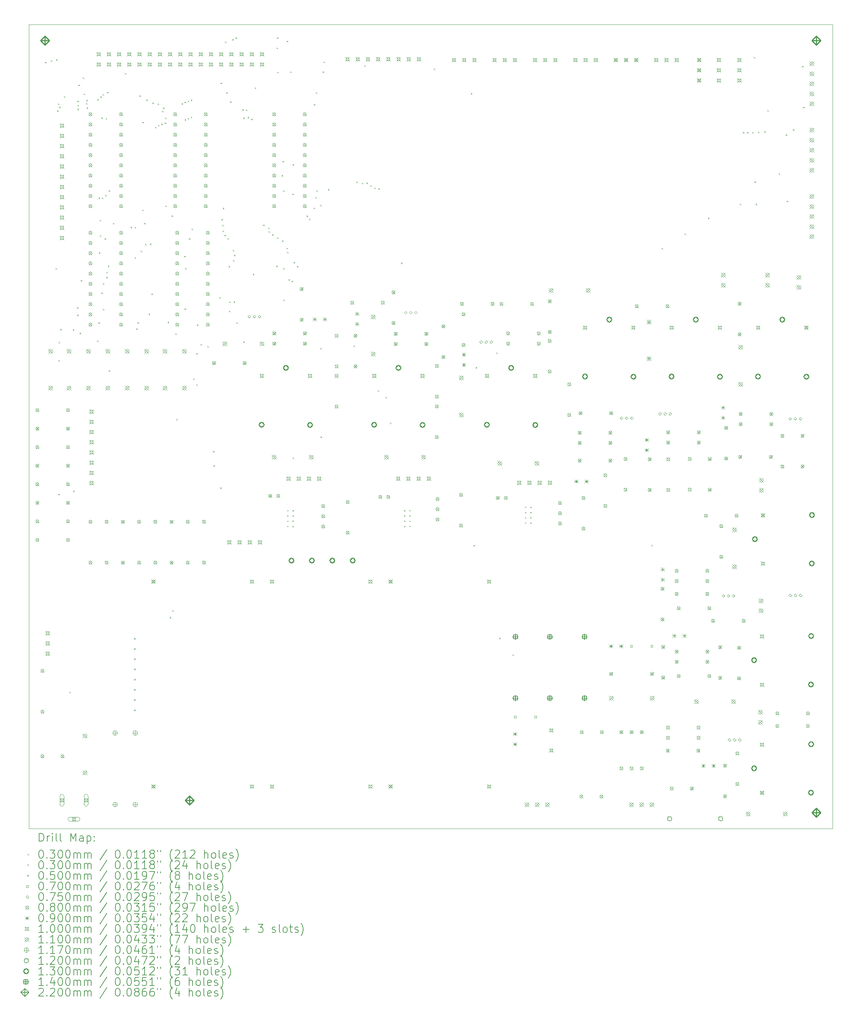
<source format=gbr>
%TF.GenerationSoftware,KiCad,Pcbnew,8.0.6*%
%TF.CreationDate,2024-11-10T21:16:16-06:00*%
%TF.ProjectId,BATER-IA_PCB,42415445-522d-4494-915f-5043422e6b69,01*%
%TF.SameCoordinates,Original*%
%TF.FileFunction,Drillmap*%
%TF.FilePolarity,Positive*%
%FSLAX45Y45*%
G04 Gerber Fmt 4.5, Leading zero omitted, Abs format (unit mm)*
G04 Created by KiCad (PCBNEW 8.0.6) date 2024-11-10 21:16:16*
%MOMM*%
%LPD*%
G01*
G04 APERTURE LIST*
%ADD10C,0.050000*%
%ADD11C,0.200000*%
%ADD12C,0.100000*%
%ADD13C,0.110000*%
%ADD14C,0.117000*%
%ADD15C,0.120000*%
%ADD16C,0.130000*%
%ADD17C,0.140000*%
%ADD18C,0.220000*%
G04 APERTURE END LIST*
D10*
X7003000Y-3000000D02*
X27003000Y-3000000D01*
X27003000Y-23000000D01*
X7003000Y-23000000D01*
X7003000Y-3000000D01*
D11*
D12*
X7404934Y-3929934D02*
X7434934Y-3959934D01*
X7434934Y-3929934D02*
X7404934Y-3959934D01*
X7549967Y-3890967D02*
X7579967Y-3920967D01*
X7579967Y-3890967D02*
X7549967Y-3920967D01*
X7665779Y-9054221D02*
X7695779Y-9084221D01*
X7695779Y-9054221D02*
X7665779Y-9084221D01*
X7680000Y-3867000D02*
X7710000Y-3897000D01*
X7710000Y-3867000D02*
X7680000Y-3897000D01*
X7705000Y-5135000D02*
X7735000Y-5165000D01*
X7735000Y-5135000D02*
X7705000Y-5165000D01*
X7726212Y-4967722D02*
X7756212Y-4997722D01*
X7756212Y-4967722D02*
X7726212Y-4997722D01*
X7737000Y-14674000D02*
X7767000Y-14704000D01*
X7767000Y-14674000D02*
X7737000Y-14704000D01*
X7739000Y-11345000D02*
X7769000Y-11375000D01*
X7769000Y-11345000D02*
X7739000Y-11375000D01*
X7744000Y-10893000D02*
X7774000Y-10923000D01*
X7774000Y-10893000D02*
X7744000Y-10923000D01*
X7755000Y-5045000D02*
X7785000Y-5075000D01*
X7785000Y-5045000D02*
X7755000Y-5075000D01*
X7782000Y-10573000D02*
X7812000Y-10603000D01*
X7812000Y-10573000D02*
X7782000Y-10603000D01*
X7875802Y-4785802D02*
X7905802Y-4815802D01*
X7905802Y-4785802D02*
X7875802Y-4815802D01*
X8011400Y-19593800D02*
X8041400Y-19623800D01*
X8041400Y-19593800D02*
X8011400Y-19623800D01*
X8095000Y-10580000D02*
X8125000Y-10610000D01*
X8125000Y-10580000D02*
X8095000Y-10610000D01*
X8103000Y-14592000D02*
X8133000Y-14622000D01*
X8133000Y-14592000D02*
X8103000Y-14622000D01*
X8200000Y-10035000D02*
X8230000Y-10065000D01*
X8230000Y-10035000D02*
X8200000Y-10065000D01*
X8205000Y-10215000D02*
X8235000Y-10245000D01*
X8235000Y-10215000D02*
X8205000Y-10245000D01*
X8210000Y-4895000D02*
X8240000Y-4925000D01*
X8240000Y-4895000D02*
X8210000Y-4925000D01*
X8215000Y-4995000D02*
X8245000Y-5025000D01*
X8245000Y-4995000D02*
X8215000Y-5025000D01*
X8215000Y-5095000D02*
X8245000Y-5125000D01*
X8245000Y-5095000D02*
X8215000Y-5125000D01*
X8235000Y-4495000D02*
X8265000Y-4525000D01*
X8265000Y-4495000D02*
X8235000Y-4525000D01*
X8263000Y-10667000D02*
X8293000Y-10697000D01*
X8293000Y-10667000D02*
X8263000Y-10697000D01*
X8295000Y-9358000D02*
X8325000Y-9388000D01*
X8325000Y-9358000D02*
X8295000Y-9388000D01*
X8345802Y-4315802D02*
X8375802Y-4345802D01*
X8375802Y-4315802D02*
X8345802Y-4345802D01*
X8365000Y-4715000D02*
X8395000Y-4745000D01*
X8395000Y-4715000D02*
X8365000Y-4745000D01*
X8425000Y-4955000D02*
X8455000Y-4985000D01*
X8455000Y-4955000D02*
X8425000Y-4985000D01*
X8434857Y-4875610D02*
X8464857Y-4905610D01*
X8464857Y-4875610D02*
X8434857Y-4905610D01*
X8440000Y-5060000D02*
X8470000Y-5090000D01*
X8470000Y-5060000D02*
X8440000Y-5090000D01*
X8702000Y-10859000D02*
X8732000Y-10889000D01*
X8732000Y-10859000D02*
X8702000Y-10889000D01*
X8705000Y-4855000D02*
X8735000Y-4885000D01*
X8735000Y-4855000D02*
X8705000Y-4885000D01*
X8735000Y-10405000D02*
X8765000Y-10435000D01*
X8765000Y-10405000D02*
X8735000Y-10435000D01*
X8740000Y-7303400D02*
X8770000Y-7333400D01*
X8770000Y-7303400D02*
X8740000Y-7333400D01*
X8745000Y-8665000D02*
X8775000Y-8695000D01*
X8775000Y-8665000D02*
X8745000Y-8695000D01*
X8765000Y-7857800D02*
X8795000Y-7887800D01*
X8795000Y-7857800D02*
X8765000Y-7887800D01*
X8768000Y-8241000D02*
X8798000Y-8271000D01*
X8798000Y-8241000D02*
X8768000Y-8271000D01*
X8780000Y-4787233D02*
X8810000Y-4817233D01*
X8810000Y-4787233D02*
X8780000Y-4817233D01*
X8805000Y-5315000D02*
X8835000Y-5345000D01*
X8835000Y-5315000D02*
X8805000Y-5345000D01*
X8805000Y-9665000D02*
X8835000Y-9695000D01*
X8835000Y-9665000D02*
X8805000Y-9695000D01*
X8820000Y-7303400D02*
X8850000Y-7333400D01*
X8850000Y-7303400D02*
X8820000Y-7333400D01*
X8835168Y-4729298D02*
X8865168Y-4759298D01*
X8865168Y-4729298D02*
X8835168Y-4759298D01*
X8845000Y-9435000D02*
X8875000Y-9465000D01*
X8875000Y-9435000D02*
X8845000Y-9465000D01*
X8845000Y-10070800D02*
X8875000Y-10100800D01*
X8875000Y-10070800D02*
X8845000Y-10100800D01*
X8885000Y-8315000D02*
X8915000Y-8345000D01*
X8915000Y-8315000D02*
X8885000Y-8345000D01*
X8905000Y-7235000D02*
X8935000Y-7265000D01*
X8935000Y-7235000D02*
X8905000Y-7265000D01*
X8915000Y-5325000D02*
X8945000Y-5355000D01*
X8945000Y-5325000D02*
X8915000Y-5355000D01*
X8930000Y-9280000D02*
X8960000Y-9310000D01*
X8960000Y-9280000D02*
X8930000Y-9310000D01*
X8934000Y-9153995D02*
X8964000Y-9183995D01*
X8964000Y-9153995D02*
X8934000Y-9183995D01*
X8945000Y-4675000D02*
X8975000Y-4705000D01*
X8975000Y-4675000D02*
X8945000Y-4705000D01*
X8965000Y-8995000D02*
X8995000Y-9025000D01*
X8995000Y-8995000D02*
X8965000Y-9025000D01*
X8987000Y-11600000D02*
X9017000Y-11630000D01*
X9017000Y-11600000D02*
X8987000Y-11630000D01*
X8990000Y-7121000D02*
X9020000Y-7151000D01*
X9020000Y-7121000D02*
X8990000Y-7151000D01*
X9095000Y-7935000D02*
X9125000Y-7965000D01*
X9125000Y-7935000D02*
X9095000Y-7965000D01*
X9395000Y-4205000D02*
X9425000Y-4235000D01*
X9425000Y-4205000D02*
X9395000Y-4235000D01*
X9533000Y-8030000D02*
X9563000Y-8060000D01*
X9563000Y-8030000D02*
X9533000Y-8060000D01*
X9634000Y-8035000D02*
X9664000Y-8065000D01*
X9664000Y-8035000D02*
X9634000Y-8065000D01*
X9637000Y-8790000D02*
X9667000Y-8820000D01*
X9667000Y-8790000D02*
X9637000Y-8820000D01*
X9674000Y-10560000D02*
X9704000Y-10590000D01*
X9704000Y-10560000D02*
X9674000Y-10590000D01*
X9704000Y-10401000D02*
X9734000Y-10431000D01*
X9734000Y-10401000D02*
X9704000Y-10431000D01*
X9755000Y-4765000D02*
X9785000Y-4795000D01*
X9785000Y-4765000D02*
X9755000Y-4795000D01*
X9786000Y-8625000D02*
X9816000Y-8655000D01*
X9816000Y-8625000D02*
X9786000Y-8655000D01*
X9821000Y-7605000D02*
X9851000Y-7635000D01*
X9851000Y-7605000D02*
X9821000Y-7635000D01*
X9825000Y-5421400D02*
X9855000Y-5451400D01*
X9855000Y-5421400D02*
X9825000Y-5451400D01*
X9869000Y-7932800D02*
X9899000Y-7962800D01*
X9899000Y-7932800D02*
X9869000Y-7962800D01*
X9895000Y-8456000D02*
X9925000Y-8486000D01*
X9925000Y-8456000D02*
X9895000Y-8486000D01*
X9925000Y-4865000D02*
X9955000Y-4895000D01*
X9955000Y-4865000D02*
X9925000Y-4895000D01*
X9984000Y-10191000D02*
X10014000Y-10221000D01*
X10014000Y-10191000D02*
X9984000Y-10221000D01*
X10015000Y-8447000D02*
X10045000Y-8477000D01*
X10045000Y-8447000D02*
X10015000Y-8477000D01*
X10048600Y-9693000D02*
X10078600Y-9723000D01*
X10078600Y-9693000D02*
X10048600Y-9723000D01*
X10075000Y-4940000D02*
X10105000Y-4970000D01*
X10105000Y-4940000D02*
X10075000Y-4970000D01*
X10145000Y-5545000D02*
X10175000Y-5575000D01*
X10175000Y-5545000D02*
X10145000Y-5575000D01*
X10208033Y-4966967D02*
X10238033Y-4996967D01*
X10238033Y-4966967D02*
X10208033Y-4996967D01*
X10220000Y-5496305D02*
X10250000Y-5526305D01*
X10250000Y-5496305D02*
X10220000Y-5526305D01*
X10295000Y-5465000D02*
X10325000Y-5495000D01*
X10325000Y-5465000D02*
X10295000Y-5495000D01*
X10315000Y-5142400D02*
X10345000Y-5172400D01*
X10345000Y-5142400D02*
X10315000Y-5172400D01*
X10343422Y-5064755D02*
X10373422Y-5094755D01*
X10373422Y-5064755D02*
X10343422Y-5094755D01*
X10385000Y-5435000D02*
X10415000Y-5465000D01*
X10415000Y-5435000D02*
X10385000Y-5465000D01*
X10395000Y-5315000D02*
X10425000Y-5345000D01*
X10425000Y-5315000D02*
X10395000Y-5345000D01*
X10399000Y-7502000D02*
X10429000Y-7532000D01*
X10429000Y-7502000D02*
X10399000Y-7532000D01*
X10455000Y-10395800D02*
X10485000Y-10425800D01*
X10485000Y-10395800D02*
X10455000Y-10425800D01*
X10507000Y-17734000D02*
X10537000Y-17764000D01*
X10537000Y-17734000D02*
X10507000Y-17764000D01*
X10553000Y-7747000D02*
X10583000Y-7777000D01*
X10583000Y-7747000D02*
X10553000Y-7777000D01*
X10572000Y-17567000D02*
X10602000Y-17597000D01*
X10602000Y-17567000D02*
X10572000Y-17597000D01*
X10649000Y-10683000D02*
X10679000Y-10713000D01*
X10679000Y-10683000D02*
X10649000Y-10713000D01*
X10669000Y-12812000D02*
X10699000Y-12842000D01*
X10699000Y-12812000D02*
X10669000Y-12842000D01*
X10805000Y-4960000D02*
X10835000Y-4990000D01*
X10835000Y-4960000D02*
X10805000Y-4990000D01*
X10865958Y-8754042D02*
X10895958Y-8784042D01*
X10895958Y-8754042D02*
X10865958Y-8784042D01*
X10874103Y-4919690D02*
X10904103Y-4949690D01*
X10904103Y-4919690D02*
X10874103Y-4949690D01*
X10877000Y-10059000D02*
X10907000Y-10089000D01*
X10907000Y-10059000D02*
X10877000Y-10089000D01*
X10880000Y-5355000D02*
X10910000Y-5385000D01*
X10910000Y-5355000D02*
X10880000Y-5385000D01*
X10895000Y-9055000D02*
X10925000Y-9085000D01*
X10925000Y-9055000D02*
X10895000Y-9085000D01*
X10955000Y-4894522D02*
X10985000Y-4924522D01*
X10985000Y-4894522D02*
X10955000Y-4924522D01*
X10955000Y-5325000D02*
X10985000Y-5355000D01*
X10985000Y-5325000D02*
X10955000Y-5355000D01*
X10987000Y-8314000D02*
X11017000Y-8344000D01*
X11017000Y-8314000D02*
X10987000Y-8344000D01*
X11030895Y-4865000D02*
X11060895Y-4895000D01*
X11060895Y-4865000D02*
X11030895Y-4895000D01*
X11030895Y-5292400D02*
X11060895Y-5322400D01*
X11060895Y-5292400D02*
X11030895Y-5322400D01*
X11053000Y-8074000D02*
X11083000Y-8104000D01*
X11083000Y-8074000D02*
X11053000Y-8104000D01*
X11091000Y-11802000D02*
X11121000Y-11832000D01*
X11121000Y-11802000D02*
X11091000Y-11832000D01*
X11169000Y-11175000D02*
X11199000Y-11205000D01*
X11199000Y-11175000D02*
X11169000Y-11205000D01*
X11169000Y-11946448D02*
X11199000Y-11976448D01*
X11199000Y-11946448D02*
X11169000Y-11976448D01*
X11184000Y-10462000D02*
X11214000Y-10492000D01*
X11214000Y-10462000D02*
X11184000Y-10492000D01*
X11274031Y-10942969D02*
X11304031Y-10972969D01*
X11304031Y-10942969D02*
X11274031Y-10972969D01*
X11441000Y-10996000D02*
X11471000Y-11026000D01*
X11471000Y-10996000D02*
X11441000Y-11026000D01*
X11587000Y-13607000D02*
X11617000Y-13637000D01*
X11617000Y-13607000D02*
X11587000Y-13637000D01*
X11594000Y-13961000D02*
X11624000Y-13991000D01*
X11624000Y-13961000D02*
X11594000Y-13991000D01*
X11745000Y-9781000D02*
X11775000Y-9811000D01*
X11775000Y-9781000D02*
X11745000Y-9811000D01*
X11763000Y-14511000D02*
X11793000Y-14541000D01*
X11793000Y-14511000D02*
X11763000Y-14541000D01*
X11775000Y-4445000D02*
X11805000Y-4475000D01*
X11805000Y-4445000D02*
X11775000Y-4475000D01*
X11796000Y-7839000D02*
X11826000Y-7869000D01*
X11826000Y-7839000D02*
X11796000Y-7869000D01*
X11818000Y-7983000D02*
X11848000Y-8013000D01*
X11848000Y-7983000D02*
X11818000Y-8013000D01*
X11825000Y-8127000D02*
X11855000Y-8157000D01*
X11855000Y-8127000D02*
X11825000Y-8157000D01*
X11827000Y-7556000D02*
X11857000Y-7586000D01*
X11857000Y-7556000D02*
X11827000Y-7586000D01*
X11866000Y-8229000D02*
X11896000Y-8259000D01*
X11896000Y-8229000D02*
X11866000Y-8259000D01*
X11885000Y-3425000D02*
X11915000Y-3455000D01*
X11915000Y-3425000D02*
X11885000Y-3455000D01*
X11911967Y-4688033D02*
X11941967Y-4718033D01*
X11941967Y-4688033D02*
X11911967Y-4718033D01*
X11942000Y-8313000D02*
X11972000Y-8343000D01*
X11972000Y-8313000D02*
X11942000Y-8343000D01*
X11974000Y-9006000D02*
X12004000Y-9036000D01*
X12004000Y-9006000D02*
X11974000Y-9036000D01*
X11980000Y-10119000D02*
X12010000Y-10149000D01*
X12010000Y-10119000D02*
X11980000Y-10149000D01*
X11991000Y-9889000D02*
X12021000Y-9919000D01*
X12021000Y-9889000D02*
X11991000Y-9919000D01*
X12012467Y-4912467D02*
X12042467Y-4942467D01*
X12042467Y-4912467D02*
X12012467Y-4942467D01*
X12060000Y-3364000D02*
X12090000Y-3394000D01*
X12090000Y-3364000D02*
X12060000Y-3394000D01*
X12077000Y-8607000D02*
X12107000Y-8637000D01*
X12107000Y-8607000D02*
X12077000Y-8637000D01*
X12081000Y-8856000D02*
X12111000Y-8886000D01*
X12111000Y-8856000D02*
X12081000Y-8886000D01*
X12101033Y-9885033D02*
X12131033Y-9915033D01*
X12131033Y-9885033D02*
X12101033Y-9915033D01*
X12106967Y-8723967D02*
X12136967Y-8753967D01*
X12136967Y-8723967D02*
X12106967Y-8753967D01*
X12148000Y-3319000D02*
X12178000Y-3349000D01*
X12178000Y-3319000D02*
X12148000Y-3349000D01*
X12168000Y-10406000D02*
X12198000Y-10436000D01*
X12198000Y-10406000D02*
X12168000Y-10436000D01*
X12315000Y-5105000D02*
X12345000Y-5135000D01*
X12345000Y-5105000D02*
X12315000Y-5135000D01*
X12335000Y-5315000D02*
X12365000Y-5345000D01*
X12365000Y-5315000D02*
X12335000Y-5345000D01*
X12337000Y-10886000D02*
X12367000Y-10916000D01*
X12367000Y-10886000D02*
X12337000Y-10916000D01*
X12405000Y-5115000D02*
X12435000Y-5145000D01*
X12435000Y-5115000D02*
X12405000Y-5145000D01*
X12445000Y-5295000D02*
X12475000Y-5325000D01*
X12475000Y-5295000D02*
X12445000Y-5325000D01*
X12535000Y-5345000D02*
X12565000Y-5375000D01*
X12565000Y-5345000D02*
X12535000Y-5375000D01*
X12574467Y-9199467D02*
X12604467Y-9229467D01*
X12604467Y-9199467D02*
X12574467Y-9229467D01*
X12625000Y-4565000D02*
X12655000Y-4595000D01*
X12655000Y-4565000D02*
X12625000Y-4595000D01*
X12829689Y-7978000D02*
X12859689Y-8008000D01*
X12859689Y-7978000D02*
X12829689Y-8008000D01*
X12954000Y-8053000D02*
X12984000Y-8083000D01*
X12984000Y-8053000D02*
X12954000Y-8083000D01*
X12968000Y-8141000D02*
X12998000Y-8171000D01*
X12998000Y-8141000D02*
X12968000Y-8171000D01*
X13058000Y-8216000D02*
X13088000Y-8246000D01*
X13088000Y-8216000D02*
X13058000Y-8246000D01*
X13159000Y-8997000D02*
X13189000Y-9027000D01*
X13189000Y-8997000D02*
X13159000Y-9027000D01*
X13165000Y-3575000D02*
X13195000Y-3605000D01*
X13195000Y-3575000D02*
X13165000Y-3605000D01*
X13180000Y-3320000D02*
X13210000Y-3350000D01*
X13210000Y-3320000D02*
X13180000Y-3350000D01*
X13180000Y-8292000D02*
X13210000Y-8322000D01*
X13210000Y-8292000D02*
X13180000Y-8322000D01*
X13185000Y-4175000D02*
X13215000Y-4205000D01*
X13215000Y-4175000D02*
X13185000Y-4205000D01*
X13295000Y-6745000D02*
X13325000Y-6775000D01*
X13325000Y-6745000D02*
X13295000Y-6775000D01*
X13303000Y-8368000D02*
X13333000Y-8398000D01*
X13333000Y-8368000D02*
X13303000Y-8398000D01*
X13315000Y-6395000D02*
X13345000Y-6425000D01*
X13345000Y-6395000D02*
X13315000Y-6425000D01*
X13329000Y-7127000D02*
X13359000Y-7157000D01*
X13359000Y-7127000D02*
X13329000Y-7157000D01*
X13333000Y-9057000D02*
X13363000Y-9087000D01*
X13363000Y-9057000D02*
X13333000Y-9087000D01*
X13335000Y-9840000D02*
X13365000Y-9870000D01*
X13365000Y-9840000D02*
X13335000Y-9870000D01*
X13411000Y-8551000D02*
X13441000Y-8581000D01*
X13441000Y-8551000D02*
X13411000Y-8581000D01*
X13415000Y-3405000D02*
X13445000Y-3435000D01*
X13445000Y-3405000D02*
X13415000Y-3435000D01*
X13430000Y-8653000D02*
X13460000Y-8683000D01*
X13460000Y-8653000D02*
X13430000Y-8683000D01*
X13461000Y-9336000D02*
X13491000Y-9366000D01*
X13491000Y-9336000D02*
X13461000Y-9366000D01*
X13505000Y-4165000D02*
X13535000Y-4195000D01*
X13535000Y-4165000D02*
X13505000Y-4195000D01*
X13543000Y-9374000D02*
X13573000Y-9404000D01*
X13573000Y-9374000D02*
X13543000Y-9404000D01*
X13558000Y-7207000D02*
X13588000Y-7237000D01*
X13588000Y-7207000D02*
X13558000Y-7237000D01*
X13566000Y-6472000D02*
X13596000Y-6502000D01*
X13596000Y-6472000D02*
X13566000Y-6502000D01*
X13566000Y-13767000D02*
X13596000Y-13797000D01*
X13596000Y-13767000D02*
X13566000Y-13797000D01*
X13588000Y-8903000D02*
X13618000Y-8933000D01*
X13618000Y-8903000D02*
X13588000Y-8933000D01*
X13676000Y-9006000D02*
X13706000Y-9036000D01*
X13706000Y-9006000D02*
X13676000Y-9036000D01*
X13912000Y-7753000D02*
X13942000Y-7783000D01*
X13942000Y-7753000D02*
X13912000Y-7783000D01*
X13977000Y-7828000D02*
X14007000Y-7858000D01*
X14007000Y-7828000D02*
X13977000Y-7858000D01*
X14088000Y-7553400D02*
X14118000Y-7583400D01*
X14118000Y-7553400D02*
X14088000Y-7583400D01*
X14091967Y-4978033D02*
X14121967Y-5008033D01*
X14121967Y-4978033D02*
X14091967Y-5008033D01*
X14133000Y-7291000D02*
X14163000Y-7321000D01*
X14163000Y-7291000D02*
X14133000Y-7321000D01*
X14145000Y-4685000D02*
X14175000Y-4715000D01*
X14175000Y-4685000D02*
X14145000Y-4715000D01*
X14155000Y-7123000D02*
X14185000Y-7153000D01*
X14185000Y-7123000D02*
X14155000Y-7153000D01*
X14254000Y-11046500D02*
X14284000Y-11076500D01*
X14284000Y-11046500D02*
X14254000Y-11076500D01*
X14255000Y-7483400D02*
X14285000Y-7513400D01*
X14285000Y-7483400D02*
X14255000Y-7513400D01*
X14259000Y-13249000D02*
X14289000Y-13279000D01*
X14289000Y-13249000D02*
X14259000Y-13279000D01*
X14313000Y-4166000D02*
X14343000Y-4196000D01*
X14343000Y-4166000D02*
X14313000Y-4196000D01*
X14333000Y-3921300D02*
X14363000Y-3951300D01*
X14363000Y-3921300D02*
X14333000Y-3951300D01*
X14444000Y-7092000D02*
X14474000Y-7122000D01*
X14474000Y-7092000D02*
X14444000Y-7122000D01*
X15078000Y-10981000D02*
X15108000Y-11011000D01*
X15108000Y-10981000D02*
X15078000Y-11011000D01*
X15151500Y-6907500D02*
X15181500Y-6937500D01*
X15181500Y-6907500D02*
X15151500Y-6937500D01*
X15290000Y-6937000D02*
X15320000Y-6967000D01*
X15320000Y-6937000D02*
X15290000Y-6967000D01*
X15350000Y-4015000D02*
X15380000Y-4045000D01*
X15380000Y-4015000D02*
X15350000Y-4045000D01*
X15401000Y-6932000D02*
X15431000Y-6962000D01*
X15431000Y-6932000D02*
X15401000Y-6962000D01*
X15500000Y-6998000D02*
X15530000Y-7028000D01*
X15530000Y-6998000D02*
X15500000Y-7028000D01*
X15595000Y-7055000D02*
X15625000Y-7085000D01*
X15625000Y-7055000D02*
X15595000Y-7085000D01*
X15683000Y-12096000D02*
X15713000Y-12126000D01*
X15713000Y-12096000D02*
X15683000Y-12126000D01*
X15699000Y-7074000D02*
X15729000Y-7104000D01*
X15729000Y-7074000D02*
X15699000Y-7104000D01*
X15875000Y-12259000D02*
X15905000Y-12289000D01*
X15905000Y-12259000D02*
X15875000Y-12289000D01*
X15991000Y-12898000D02*
X16021000Y-12928000D01*
X16021000Y-12898000D02*
X15991000Y-12928000D01*
X16264000Y-8921000D02*
X16294000Y-8951000D01*
X16294000Y-8921000D02*
X16264000Y-8951000D01*
X17080000Y-4094000D02*
X17110000Y-4124000D01*
X17110000Y-4094000D02*
X17080000Y-4124000D01*
X18001000Y-4702000D02*
X18031000Y-4732000D01*
X18031000Y-4702000D02*
X18001000Y-4732000D01*
X18065000Y-15945000D02*
X18095000Y-15975000D01*
X18095000Y-15945000D02*
X18065000Y-15975000D01*
X18118000Y-11522000D02*
X18148000Y-11552000D01*
X18148000Y-11522000D02*
X18118000Y-11552000D01*
X18631000Y-11154000D02*
X18661000Y-11184000D01*
X18661000Y-11154000D02*
X18631000Y-11184000D01*
X18705000Y-18250000D02*
X18735000Y-18280000D01*
X18735000Y-18250000D02*
X18705000Y-18280000D01*
X19037000Y-18664000D02*
X19067000Y-18694000D01*
X19067000Y-18664000D02*
X19037000Y-18694000D01*
X22491000Y-15941000D02*
X22521000Y-15971000D01*
X22521000Y-15941000D02*
X22491000Y-15971000D01*
X22746000Y-8555000D02*
X22776000Y-8585000D01*
X22776000Y-8555000D02*
X22746000Y-8585000D01*
X23319000Y-8196000D02*
X23349000Y-8226000D01*
X23349000Y-8196000D02*
X23319000Y-8226000D01*
X23902000Y-7802000D02*
X23932000Y-7832000D01*
X23932000Y-7802000D02*
X23902000Y-7832000D01*
X24693000Y-7457000D02*
X24723000Y-7487000D01*
X24723000Y-7457000D02*
X24693000Y-7487000D01*
X24771000Y-5674000D02*
X24801000Y-5704000D01*
X24801000Y-5674000D02*
X24771000Y-5704000D01*
X24871000Y-5674000D02*
X24901000Y-5704000D01*
X24901000Y-5674000D02*
X24871000Y-5704000D01*
X25001000Y-5675000D02*
X25031000Y-5705000D01*
X25031000Y-5675000D02*
X25001000Y-5705000D01*
X25042000Y-3807000D02*
X25072000Y-3837000D01*
X25072000Y-3807000D02*
X25042000Y-3837000D01*
X25057000Y-6902000D02*
X25087000Y-6932000D01*
X25087000Y-6902000D02*
X25057000Y-6932000D01*
X25086000Y-7458000D02*
X25116000Y-7488000D01*
X25116000Y-7458000D02*
X25086000Y-7488000D01*
X25147000Y-5666000D02*
X25177000Y-5696000D01*
X25177000Y-5666000D02*
X25147000Y-5696000D01*
X25301000Y-5658000D02*
X25331000Y-5688000D01*
X25331000Y-5658000D02*
X25301000Y-5688000D01*
X25379000Y-5126000D02*
X25409000Y-5156000D01*
X25409000Y-5126000D02*
X25379000Y-5156000D01*
X25663000Y-6697000D02*
X25693000Y-6727000D01*
X25693000Y-6697000D02*
X25663000Y-6727000D01*
X25835500Y-5731900D02*
X25865500Y-5761900D01*
X25865500Y-5731900D02*
X25835500Y-5761900D01*
X25860900Y-7382900D02*
X25890900Y-7412900D01*
X25890900Y-7382900D02*
X25860900Y-7412900D01*
X26013300Y-5604900D02*
X26043300Y-5634900D01*
X26043300Y-5604900D02*
X26013300Y-5634900D01*
X26241900Y-4030100D02*
X26271900Y-4060100D01*
X26271900Y-4030100D02*
X26241900Y-4060100D01*
X26267300Y-5046100D02*
X26297300Y-5076100D01*
X26297300Y-5046100D02*
X26267300Y-5076100D01*
X13462800Y-15095800D02*
G75*
G02*
X13432800Y-15095800I-15000J0D01*
G01*
X13432800Y-15095800D02*
G75*
G02*
X13462800Y-15095800I15000J0D01*
G01*
X13462800Y-15225800D02*
G75*
G02*
X13432800Y-15225800I-15000J0D01*
G01*
X13432800Y-15225800D02*
G75*
G02*
X13462800Y-15225800I15000J0D01*
G01*
X13462800Y-15355800D02*
G75*
G02*
X13432800Y-15355800I-15000J0D01*
G01*
X13432800Y-15355800D02*
G75*
G02*
X13462800Y-15355800I15000J0D01*
G01*
X13462800Y-15485800D02*
G75*
G02*
X13432800Y-15485800I-15000J0D01*
G01*
X13432800Y-15485800D02*
G75*
G02*
X13462800Y-15485800I15000J0D01*
G01*
X13592800Y-15095800D02*
G75*
G02*
X13562800Y-15095800I-15000J0D01*
G01*
X13562800Y-15095800D02*
G75*
G02*
X13592800Y-15095800I15000J0D01*
G01*
X13592800Y-15225800D02*
G75*
G02*
X13562800Y-15225800I-15000J0D01*
G01*
X13562800Y-15225800D02*
G75*
G02*
X13592800Y-15225800I15000J0D01*
G01*
X13592800Y-15355800D02*
G75*
G02*
X13562800Y-15355800I-15000J0D01*
G01*
X13562800Y-15355800D02*
G75*
G02*
X13592800Y-15355800I15000J0D01*
G01*
X13592800Y-15485800D02*
G75*
G02*
X13562800Y-15485800I-15000J0D01*
G01*
X13562800Y-15485800D02*
G75*
G02*
X13592800Y-15485800I15000J0D01*
G01*
X16372600Y-15095800D02*
G75*
G02*
X16342600Y-15095800I-15000J0D01*
G01*
X16342600Y-15095800D02*
G75*
G02*
X16372600Y-15095800I15000J0D01*
G01*
X16372600Y-15225800D02*
G75*
G02*
X16342600Y-15225800I-15000J0D01*
G01*
X16342600Y-15225800D02*
G75*
G02*
X16372600Y-15225800I15000J0D01*
G01*
X16372600Y-15355800D02*
G75*
G02*
X16342600Y-15355800I-15000J0D01*
G01*
X16342600Y-15355800D02*
G75*
G02*
X16372600Y-15355800I15000J0D01*
G01*
X16372600Y-15485800D02*
G75*
G02*
X16342600Y-15485800I-15000J0D01*
G01*
X16342600Y-15485800D02*
G75*
G02*
X16372600Y-15485800I15000J0D01*
G01*
X16502600Y-15095800D02*
G75*
G02*
X16472600Y-15095800I-15000J0D01*
G01*
X16472600Y-15095800D02*
G75*
G02*
X16502600Y-15095800I15000J0D01*
G01*
X16502600Y-15225800D02*
G75*
G02*
X16472600Y-15225800I-15000J0D01*
G01*
X16472600Y-15225800D02*
G75*
G02*
X16502600Y-15225800I15000J0D01*
G01*
X16502600Y-15355800D02*
G75*
G02*
X16472600Y-15355800I-15000J0D01*
G01*
X16472600Y-15355800D02*
G75*
G02*
X16502600Y-15355800I15000J0D01*
G01*
X16502600Y-15485800D02*
G75*
G02*
X16472600Y-15485800I-15000J0D01*
G01*
X16472600Y-15485800D02*
G75*
G02*
X16502600Y-15485800I15000J0D01*
G01*
X19381000Y-15011400D02*
G75*
G02*
X19351000Y-15011400I-15000J0D01*
G01*
X19351000Y-15011400D02*
G75*
G02*
X19381000Y-15011400I15000J0D01*
G01*
X19381000Y-15141400D02*
G75*
G02*
X19351000Y-15141400I-15000J0D01*
G01*
X19351000Y-15141400D02*
G75*
G02*
X19381000Y-15141400I15000J0D01*
G01*
X19381000Y-15271400D02*
G75*
G02*
X19351000Y-15271400I-15000J0D01*
G01*
X19351000Y-15271400D02*
G75*
G02*
X19381000Y-15271400I15000J0D01*
G01*
X19381000Y-15401400D02*
G75*
G02*
X19351000Y-15401400I-15000J0D01*
G01*
X19351000Y-15401400D02*
G75*
G02*
X19381000Y-15401400I15000J0D01*
G01*
X19511000Y-15011400D02*
G75*
G02*
X19481000Y-15011400I-15000J0D01*
G01*
X19481000Y-15011400D02*
G75*
G02*
X19511000Y-15011400I15000J0D01*
G01*
X19511000Y-15141400D02*
G75*
G02*
X19481000Y-15141400I-15000J0D01*
G01*
X19481000Y-15141400D02*
G75*
G02*
X19511000Y-15141400I15000J0D01*
G01*
X19511000Y-15271400D02*
G75*
G02*
X19481000Y-15271400I-15000J0D01*
G01*
X19481000Y-15271400D02*
G75*
G02*
X19511000Y-15271400I15000J0D01*
G01*
X19511000Y-15401400D02*
G75*
G02*
X19481000Y-15401400I-15000J0D01*
G01*
X19481000Y-15401400D02*
G75*
G02*
X19511000Y-15401400I15000J0D01*
G01*
X9636800Y-18248600D02*
X9636800Y-18298600D01*
X9611800Y-18273600D02*
X9661800Y-18273600D01*
X9636800Y-18502600D02*
X9636800Y-18552600D01*
X9611800Y-18527600D02*
X9661800Y-18527600D01*
X9636800Y-18756600D02*
X9636800Y-18806600D01*
X9611800Y-18781600D02*
X9661800Y-18781600D01*
X9636800Y-19010600D02*
X9636800Y-19060600D01*
X9611800Y-19035600D02*
X9661800Y-19035600D01*
X9636800Y-19264600D02*
X9636800Y-19314600D01*
X9611800Y-19289600D02*
X9661800Y-19289600D01*
X9636800Y-19518600D02*
X9636800Y-19568600D01*
X9611800Y-19543600D02*
X9661800Y-19543600D01*
X9636800Y-19772600D02*
X9636800Y-19822600D01*
X9611800Y-19797600D02*
X9661800Y-19797600D01*
X9636800Y-20026600D02*
X9636800Y-20076600D01*
X9611800Y-20051600D02*
X9661800Y-20051600D01*
X19125549Y-20243149D02*
X19125549Y-20193651D01*
X19076051Y-20193651D01*
X19076051Y-20243149D01*
X19125549Y-20243149D01*
X19633549Y-20243149D02*
X19633549Y-20193651D01*
X19584051Y-20193651D01*
X19584051Y-20243149D01*
X19633549Y-20243149D01*
X22019749Y-18486749D02*
X22019749Y-18437251D01*
X21970251Y-18437251D01*
X21970251Y-18486749D01*
X22019749Y-18486749D01*
X22527749Y-18486749D02*
X22527749Y-18437251D01*
X22478251Y-18437251D01*
X22478251Y-18486749D01*
X22527749Y-18486749D01*
X12483000Y-10295000D02*
X12520500Y-10257500D01*
X12483000Y-10220000D01*
X12445500Y-10257500D01*
X12483000Y-10295000D01*
X12610000Y-10295000D02*
X12647500Y-10257500D01*
X12610000Y-10220000D01*
X12572500Y-10257500D01*
X12610000Y-10295000D01*
X12737000Y-10295000D02*
X12774500Y-10257500D01*
X12737000Y-10220000D01*
X12699500Y-10257500D01*
X12737000Y-10295000D01*
X16377000Y-10200500D02*
X16414500Y-10163000D01*
X16377000Y-10125500D01*
X16339500Y-10163000D01*
X16377000Y-10200500D01*
X16504000Y-10200500D02*
X16541500Y-10163000D01*
X16504000Y-10125500D01*
X16466500Y-10163000D01*
X16504000Y-10200500D01*
X16631000Y-10200500D02*
X16668500Y-10163000D01*
X16631000Y-10125500D01*
X16593500Y-10163000D01*
X16631000Y-10200500D01*
X18251000Y-10932500D02*
X18288500Y-10895000D01*
X18251000Y-10857500D01*
X18213500Y-10895000D01*
X18251000Y-10932500D01*
X18378000Y-10932500D02*
X18415500Y-10895000D01*
X18378000Y-10857500D01*
X18340500Y-10895000D01*
X18378000Y-10932500D01*
X18505000Y-10932500D02*
X18542500Y-10895000D01*
X18505000Y-10857500D01*
X18467500Y-10895000D01*
X18505000Y-10932500D01*
X21753000Y-12825500D02*
X21790500Y-12788000D01*
X21753000Y-12750500D01*
X21715500Y-12788000D01*
X21753000Y-12825500D01*
X21880000Y-12825500D02*
X21917500Y-12788000D01*
X21880000Y-12750500D01*
X21842500Y-12788000D01*
X21880000Y-12825500D01*
X22007000Y-12825500D02*
X22044500Y-12788000D01*
X22007000Y-12750500D01*
X21969500Y-12788000D01*
X22007000Y-12825500D01*
X22703000Y-12716500D02*
X22740500Y-12679000D01*
X22703000Y-12641500D01*
X22665500Y-12679000D01*
X22703000Y-12716500D01*
X22830000Y-12716500D02*
X22867500Y-12679000D01*
X22830000Y-12641500D01*
X22792500Y-12679000D01*
X22830000Y-12716500D01*
X22957000Y-12716500D02*
X22994500Y-12679000D01*
X22957000Y-12641500D01*
X22919500Y-12679000D01*
X22957000Y-12716500D01*
X24279000Y-17244500D02*
X24316500Y-17207000D01*
X24279000Y-17169500D01*
X24241500Y-17207000D01*
X24279000Y-17244500D01*
X24406000Y-17244500D02*
X24443500Y-17207000D01*
X24406000Y-17169500D01*
X24368500Y-17207000D01*
X24406000Y-17244500D01*
X24436000Y-20828500D02*
X24473500Y-20791000D01*
X24436000Y-20753500D01*
X24398500Y-20791000D01*
X24436000Y-20828500D01*
X24533000Y-17244500D02*
X24570500Y-17207000D01*
X24533000Y-17169500D01*
X24495500Y-17207000D01*
X24533000Y-17244500D01*
X24563000Y-20828500D02*
X24600500Y-20791000D01*
X24563000Y-20753500D01*
X24525500Y-20791000D01*
X24563000Y-20828500D01*
X24690000Y-20828500D02*
X24727500Y-20791000D01*
X24690000Y-20753500D01*
X24652500Y-20791000D01*
X24690000Y-20828500D01*
X25945000Y-12837500D02*
X25982500Y-12800000D01*
X25945000Y-12762500D01*
X25907500Y-12800000D01*
X25945000Y-12837500D01*
X25946000Y-17233500D02*
X25983500Y-17196000D01*
X25946000Y-17158500D01*
X25908500Y-17196000D01*
X25946000Y-17233500D01*
X26072000Y-12837500D02*
X26109500Y-12800000D01*
X26072000Y-12762500D01*
X26034500Y-12800000D01*
X26072000Y-12837500D01*
X26073000Y-17233500D02*
X26110500Y-17196000D01*
X26073000Y-17158500D01*
X26035500Y-17196000D01*
X26073000Y-17233500D01*
X26199000Y-12837500D02*
X26236500Y-12800000D01*
X26199000Y-12762500D01*
X26161500Y-12800000D01*
X26199000Y-12837500D01*
X26200000Y-17233500D02*
X26237500Y-17196000D01*
X26200000Y-17158500D01*
X26162500Y-17196000D01*
X26200000Y-17233500D01*
X7173600Y-12551143D02*
X7253600Y-12631143D01*
X7253600Y-12551143D02*
X7173600Y-12631143D01*
X7253600Y-12591143D02*
G75*
G02*
X7173600Y-12591143I-40000J0D01*
G01*
X7173600Y-12591143D02*
G75*
G02*
X7253600Y-12591143I40000J0D01*
G01*
X7173600Y-13011971D02*
X7253600Y-13091971D01*
X7253600Y-13011971D02*
X7173600Y-13091971D01*
X7253600Y-13051971D02*
G75*
G02*
X7173600Y-13051971I-40000J0D01*
G01*
X7173600Y-13051971D02*
G75*
G02*
X7253600Y-13051971I40000J0D01*
G01*
X7173600Y-13472800D02*
X7253600Y-13552800D01*
X7253600Y-13472800D02*
X7173600Y-13552800D01*
X7253600Y-13512800D02*
G75*
G02*
X7173600Y-13512800I-40000J0D01*
G01*
X7173600Y-13512800D02*
G75*
G02*
X7253600Y-13512800I40000J0D01*
G01*
X7173600Y-13933628D02*
X7253600Y-14013628D01*
X7253600Y-13933628D02*
X7173600Y-14013628D01*
X7253600Y-13973628D02*
G75*
G02*
X7173600Y-13973628I-40000J0D01*
G01*
X7173600Y-13973628D02*
G75*
G02*
X7253600Y-13973628I40000J0D01*
G01*
X7173600Y-14394457D02*
X7253600Y-14474457D01*
X7253600Y-14394457D02*
X7173600Y-14474457D01*
X7253600Y-14434457D02*
G75*
G02*
X7173600Y-14434457I-40000J0D01*
G01*
X7173600Y-14434457D02*
G75*
G02*
X7253600Y-14434457I40000J0D01*
G01*
X7173600Y-14855285D02*
X7253600Y-14935285D01*
X7253600Y-14855285D02*
X7173600Y-14935285D01*
X7253600Y-14895285D02*
G75*
G02*
X7173600Y-14895285I-40000J0D01*
G01*
X7173600Y-14895285D02*
G75*
G02*
X7253600Y-14895285I40000J0D01*
G01*
X7173600Y-15316114D02*
X7253600Y-15396114D01*
X7253600Y-15316114D02*
X7173600Y-15396114D01*
X7253600Y-15356114D02*
G75*
G02*
X7173600Y-15356114I-40000J0D01*
G01*
X7173600Y-15356114D02*
G75*
G02*
X7253600Y-15356114I40000J0D01*
G01*
X7173600Y-15776943D02*
X7253600Y-15856943D01*
X7253600Y-15776943D02*
X7173600Y-15856943D01*
X7253600Y-15816943D02*
G75*
G02*
X7173600Y-15816943I-40000J0D01*
G01*
X7173600Y-15816943D02*
G75*
G02*
X7253600Y-15816943I40000J0D01*
G01*
X7300265Y-21160000D02*
X7380265Y-21240000D01*
X7380265Y-21160000D02*
X7300265Y-21240000D01*
X7380265Y-21200000D02*
G75*
G02*
X7300265Y-21200000I-40000J0D01*
G01*
X7300265Y-21200000D02*
G75*
G02*
X7380265Y-21200000I40000J0D01*
G01*
X7300600Y-19035400D02*
X7380600Y-19115400D01*
X7380600Y-19035400D02*
X7300600Y-19115400D01*
X7380600Y-19075400D02*
G75*
G02*
X7300600Y-19075400I-40000J0D01*
G01*
X7300600Y-19075400D02*
G75*
G02*
X7380600Y-19075400I40000J0D01*
G01*
X7300600Y-20051400D02*
X7380600Y-20131400D01*
X7380600Y-20051400D02*
X7300600Y-20131400D01*
X7380600Y-20091400D02*
G75*
G02*
X7300600Y-20091400I-40000J0D01*
G01*
X7300600Y-20091400D02*
G75*
G02*
X7380600Y-20091400I40000J0D01*
G01*
X7800265Y-21160000D02*
X7880265Y-21240000D01*
X7880265Y-21160000D02*
X7800265Y-21240000D01*
X7880265Y-21200000D02*
G75*
G02*
X7800265Y-21200000I-40000J0D01*
G01*
X7800265Y-21200000D02*
G75*
G02*
X7880265Y-21200000I40000J0D01*
G01*
X7935600Y-12551143D02*
X8015600Y-12631143D01*
X8015600Y-12551143D02*
X7935600Y-12631143D01*
X8015600Y-12591143D02*
G75*
G02*
X7935600Y-12591143I-40000J0D01*
G01*
X7935600Y-12591143D02*
G75*
G02*
X8015600Y-12591143I40000J0D01*
G01*
X7935600Y-13011971D02*
X8015600Y-13091971D01*
X8015600Y-13011971D02*
X7935600Y-13091971D01*
X8015600Y-13051971D02*
G75*
G02*
X7935600Y-13051971I-40000J0D01*
G01*
X7935600Y-13051971D02*
G75*
G02*
X8015600Y-13051971I40000J0D01*
G01*
X7935600Y-13472800D02*
X8015600Y-13552800D01*
X8015600Y-13472800D02*
X7935600Y-13552800D01*
X8015600Y-13512800D02*
G75*
G02*
X7935600Y-13512800I-40000J0D01*
G01*
X7935600Y-13512800D02*
G75*
G02*
X8015600Y-13512800I40000J0D01*
G01*
X7935600Y-13933628D02*
X8015600Y-14013628D01*
X8015600Y-13933628D02*
X7935600Y-14013628D01*
X8015600Y-13973628D02*
G75*
G02*
X7935600Y-13973628I-40000J0D01*
G01*
X7935600Y-13973628D02*
G75*
G02*
X8015600Y-13973628I40000J0D01*
G01*
X7935600Y-14394457D02*
X8015600Y-14474457D01*
X8015600Y-14394457D02*
X7935600Y-14474457D01*
X8015600Y-14434457D02*
G75*
G02*
X7935600Y-14434457I-40000J0D01*
G01*
X7935600Y-14434457D02*
G75*
G02*
X8015600Y-14434457I40000J0D01*
G01*
X7935600Y-14855285D02*
X8015600Y-14935285D01*
X8015600Y-14855285D02*
X7935600Y-14935285D01*
X8015600Y-14895285D02*
G75*
G02*
X7935600Y-14895285I-40000J0D01*
G01*
X7935600Y-14895285D02*
G75*
G02*
X8015600Y-14895285I40000J0D01*
G01*
X7935600Y-15316114D02*
X8015600Y-15396114D01*
X8015600Y-15316114D02*
X7935600Y-15396114D01*
X8015600Y-15356114D02*
G75*
G02*
X7935600Y-15356114I-40000J0D01*
G01*
X7935600Y-15356114D02*
G75*
G02*
X8015600Y-15356114I40000J0D01*
G01*
X7935600Y-15776943D02*
X8015600Y-15856943D01*
X8015600Y-15776943D02*
X7935600Y-15856943D01*
X8015600Y-15816943D02*
G75*
G02*
X7935600Y-15816943I-40000J0D01*
G01*
X7935600Y-15816943D02*
G75*
G02*
X8015600Y-15816943I40000J0D01*
G01*
X8494400Y-5192400D02*
X8574400Y-5272400D01*
X8574400Y-5192400D02*
X8494400Y-5272400D01*
X8574400Y-5232400D02*
G75*
G02*
X8494400Y-5232400I-40000J0D01*
G01*
X8494400Y-5232400D02*
G75*
G02*
X8574400Y-5232400I40000J0D01*
G01*
X8494400Y-5446400D02*
X8574400Y-5526400D01*
X8574400Y-5446400D02*
X8494400Y-5526400D01*
X8574400Y-5486400D02*
G75*
G02*
X8494400Y-5486400I-40000J0D01*
G01*
X8494400Y-5486400D02*
G75*
G02*
X8574400Y-5486400I40000J0D01*
G01*
X8494400Y-5700400D02*
X8574400Y-5780400D01*
X8574400Y-5700400D02*
X8494400Y-5780400D01*
X8574400Y-5740400D02*
G75*
G02*
X8494400Y-5740400I-40000J0D01*
G01*
X8494400Y-5740400D02*
G75*
G02*
X8574400Y-5740400I40000J0D01*
G01*
X8494400Y-5954400D02*
X8574400Y-6034400D01*
X8574400Y-5954400D02*
X8494400Y-6034400D01*
X8574400Y-5994400D02*
G75*
G02*
X8494400Y-5994400I-40000J0D01*
G01*
X8494400Y-5994400D02*
G75*
G02*
X8574400Y-5994400I40000J0D01*
G01*
X8494400Y-6208400D02*
X8574400Y-6288400D01*
X8574400Y-6208400D02*
X8494400Y-6288400D01*
X8574400Y-6248400D02*
G75*
G02*
X8494400Y-6248400I-40000J0D01*
G01*
X8494400Y-6248400D02*
G75*
G02*
X8574400Y-6248400I40000J0D01*
G01*
X8494400Y-6462400D02*
X8574400Y-6542400D01*
X8574400Y-6462400D02*
X8494400Y-6542400D01*
X8574400Y-6502400D02*
G75*
G02*
X8494400Y-6502400I-40000J0D01*
G01*
X8494400Y-6502400D02*
G75*
G02*
X8574400Y-6502400I40000J0D01*
G01*
X8494400Y-6716400D02*
X8574400Y-6796400D01*
X8574400Y-6716400D02*
X8494400Y-6796400D01*
X8574400Y-6756400D02*
G75*
G02*
X8494400Y-6756400I-40000J0D01*
G01*
X8494400Y-6756400D02*
G75*
G02*
X8574400Y-6756400I40000J0D01*
G01*
X8494400Y-6970400D02*
X8574400Y-7050400D01*
X8574400Y-6970400D02*
X8494400Y-7050400D01*
X8574400Y-7010400D02*
G75*
G02*
X8494400Y-7010400I-40000J0D01*
G01*
X8494400Y-7010400D02*
G75*
G02*
X8574400Y-7010400I40000J0D01*
G01*
X8494400Y-7224400D02*
X8574400Y-7304400D01*
X8574400Y-7224400D02*
X8494400Y-7304400D01*
X8574400Y-7264400D02*
G75*
G02*
X8494400Y-7264400I-40000J0D01*
G01*
X8494400Y-7264400D02*
G75*
G02*
X8574400Y-7264400I40000J0D01*
G01*
X8494400Y-7478400D02*
X8574400Y-7558400D01*
X8574400Y-7478400D02*
X8494400Y-7558400D01*
X8574400Y-7518400D02*
G75*
G02*
X8494400Y-7518400I-40000J0D01*
G01*
X8494400Y-7518400D02*
G75*
G02*
X8574400Y-7518400I40000J0D01*
G01*
X8494400Y-8138800D02*
X8574400Y-8218800D01*
X8574400Y-8138800D02*
X8494400Y-8218800D01*
X8574400Y-8178800D02*
G75*
G02*
X8494400Y-8178800I-40000J0D01*
G01*
X8494400Y-8178800D02*
G75*
G02*
X8574400Y-8178800I40000J0D01*
G01*
X8494400Y-8392800D02*
X8574400Y-8472800D01*
X8574400Y-8392800D02*
X8494400Y-8472800D01*
X8574400Y-8432800D02*
G75*
G02*
X8494400Y-8432800I-40000J0D01*
G01*
X8494400Y-8432800D02*
G75*
G02*
X8574400Y-8432800I40000J0D01*
G01*
X8494400Y-8646800D02*
X8574400Y-8726800D01*
X8574400Y-8646800D02*
X8494400Y-8726800D01*
X8574400Y-8686800D02*
G75*
G02*
X8494400Y-8686800I-40000J0D01*
G01*
X8494400Y-8686800D02*
G75*
G02*
X8574400Y-8686800I40000J0D01*
G01*
X8494400Y-8900800D02*
X8574400Y-8980800D01*
X8574400Y-8900800D02*
X8494400Y-8980800D01*
X8574400Y-8940800D02*
G75*
G02*
X8494400Y-8940800I-40000J0D01*
G01*
X8494400Y-8940800D02*
G75*
G02*
X8574400Y-8940800I40000J0D01*
G01*
X8494400Y-9154800D02*
X8574400Y-9234800D01*
X8574400Y-9154800D02*
X8494400Y-9234800D01*
X8574400Y-9194800D02*
G75*
G02*
X8494400Y-9194800I-40000J0D01*
G01*
X8494400Y-9194800D02*
G75*
G02*
X8574400Y-9194800I40000J0D01*
G01*
X8494400Y-9408800D02*
X8574400Y-9488800D01*
X8574400Y-9408800D02*
X8494400Y-9488800D01*
X8574400Y-9448800D02*
G75*
G02*
X8494400Y-9448800I-40000J0D01*
G01*
X8494400Y-9448800D02*
G75*
G02*
X8574400Y-9448800I40000J0D01*
G01*
X8494400Y-9662800D02*
X8574400Y-9742800D01*
X8574400Y-9662800D02*
X8494400Y-9742800D01*
X8574400Y-9702800D02*
G75*
G02*
X8494400Y-9702800I-40000J0D01*
G01*
X8494400Y-9702800D02*
G75*
G02*
X8574400Y-9702800I40000J0D01*
G01*
X8494400Y-9916800D02*
X8574400Y-9996800D01*
X8574400Y-9916800D02*
X8494400Y-9996800D01*
X8574400Y-9956800D02*
G75*
G02*
X8494400Y-9956800I-40000J0D01*
G01*
X8494400Y-9956800D02*
G75*
G02*
X8574400Y-9956800I40000J0D01*
G01*
X8494400Y-10170800D02*
X8574400Y-10250800D01*
X8574400Y-10170800D02*
X8494400Y-10250800D01*
X8574400Y-10210800D02*
G75*
G02*
X8494400Y-10210800I-40000J0D01*
G01*
X8494400Y-10210800D02*
G75*
G02*
X8574400Y-10210800I40000J0D01*
G01*
X8494400Y-10424800D02*
X8574400Y-10504800D01*
X8574400Y-10424800D02*
X8494400Y-10504800D01*
X8574400Y-10464800D02*
G75*
G02*
X8494400Y-10464800I-40000J0D01*
G01*
X8494400Y-10464800D02*
G75*
G02*
X8574400Y-10464800I40000J0D01*
G01*
X8494400Y-15327000D02*
X8574400Y-15407000D01*
X8574400Y-15327000D02*
X8494400Y-15407000D01*
X8574400Y-15367000D02*
G75*
G02*
X8494400Y-15367000I-40000J0D01*
G01*
X8494400Y-15367000D02*
G75*
G02*
X8574400Y-15367000I40000J0D01*
G01*
X8494400Y-16343000D02*
X8574400Y-16423000D01*
X8574400Y-16343000D02*
X8494400Y-16423000D01*
X8574400Y-16383000D02*
G75*
G02*
X8494400Y-16383000I-40000J0D01*
G01*
X8494400Y-16383000D02*
G75*
G02*
X8574400Y-16383000I40000J0D01*
G01*
X8897912Y-15327000D02*
X8977912Y-15407000D01*
X8977912Y-15327000D02*
X8897912Y-15407000D01*
X8977912Y-15367000D02*
G75*
G02*
X8897912Y-15367000I-40000J0D01*
G01*
X8897912Y-15367000D02*
G75*
G02*
X8977912Y-15367000I40000J0D01*
G01*
X8897912Y-16343000D02*
X8977912Y-16423000D01*
X8977912Y-16343000D02*
X8897912Y-16423000D01*
X8977912Y-16383000D02*
G75*
G02*
X8897912Y-16383000I-40000J0D01*
G01*
X8897912Y-16383000D02*
G75*
G02*
X8977912Y-16383000I40000J0D01*
G01*
X9256400Y-5192400D02*
X9336400Y-5272400D01*
X9336400Y-5192400D02*
X9256400Y-5272400D01*
X9336400Y-5232400D02*
G75*
G02*
X9256400Y-5232400I-40000J0D01*
G01*
X9256400Y-5232400D02*
G75*
G02*
X9336400Y-5232400I40000J0D01*
G01*
X9256400Y-5446400D02*
X9336400Y-5526400D01*
X9336400Y-5446400D02*
X9256400Y-5526400D01*
X9336400Y-5486400D02*
G75*
G02*
X9256400Y-5486400I-40000J0D01*
G01*
X9256400Y-5486400D02*
G75*
G02*
X9336400Y-5486400I40000J0D01*
G01*
X9256400Y-5700400D02*
X9336400Y-5780400D01*
X9336400Y-5700400D02*
X9256400Y-5780400D01*
X9336400Y-5740400D02*
G75*
G02*
X9256400Y-5740400I-40000J0D01*
G01*
X9256400Y-5740400D02*
G75*
G02*
X9336400Y-5740400I40000J0D01*
G01*
X9256400Y-5954400D02*
X9336400Y-6034400D01*
X9336400Y-5954400D02*
X9256400Y-6034400D01*
X9336400Y-5994400D02*
G75*
G02*
X9256400Y-5994400I-40000J0D01*
G01*
X9256400Y-5994400D02*
G75*
G02*
X9336400Y-5994400I40000J0D01*
G01*
X9256400Y-6208400D02*
X9336400Y-6288400D01*
X9336400Y-6208400D02*
X9256400Y-6288400D01*
X9336400Y-6248400D02*
G75*
G02*
X9256400Y-6248400I-40000J0D01*
G01*
X9256400Y-6248400D02*
G75*
G02*
X9336400Y-6248400I40000J0D01*
G01*
X9256400Y-6462400D02*
X9336400Y-6542400D01*
X9336400Y-6462400D02*
X9256400Y-6542400D01*
X9336400Y-6502400D02*
G75*
G02*
X9256400Y-6502400I-40000J0D01*
G01*
X9256400Y-6502400D02*
G75*
G02*
X9336400Y-6502400I40000J0D01*
G01*
X9256400Y-6716400D02*
X9336400Y-6796400D01*
X9336400Y-6716400D02*
X9256400Y-6796400D01*
X9336400Y-6756400D02*
G75*
G02*
X9256400Y-6756400I-40000J0D01*
G01*
X9256400Y-6756400D02*
G75*
G02*
X9336400Y-6756400I40000J0D01*
G01*
X9256400Y-6970400D02*
X9336400Y-7050400D01*
X9336400Y-6970400D02*
X9256400Y-7050400D01*
X9336400Y-7010400D02*
G75*
G02*
X9256400Y-7010400I-40000J0D01*
G01*
X9256400Y-7010400D02*
G75*
G02*
X9336400Y-7010400I40000J0D01*
G01*
X9256400Y-7224400D02*
X9336400Y-7304400D01*
X9336400Y-7224400D02*
X9256400Y-7304400D01*
X9336400Y-7264400D02*
G75*
G02*
X9256400Y-7264400I-40000J0D01*
G01*
X9256400Y-7264400D02*
G75*
G02*
X9336400Y-7264400I40000J0D01*
G01*
X9256400Y-7478400D02*
X9336400Y-7558400D01*
X9336400Y-7478400D02*
X9256400Y-7558400D01*
X9336400Y-7518400D02*
G75*
G02*
X9256400Y-7518400I-40000J0D01*
G01*
X9256400Y-7518400D02*
G75*
G02*
X9336400Y-7518400I40000J0D01*
G01*
X9256400Y-8138800D02*
X9336400Y-8218800D01*
X9336400Y-8138800D02*
X9256400Y-8218800D01*
X9336400Y-8178800D02*
G75*
G02*
X9256400Y-8178800I-40000J0D01*
G01*
X9256400Y-8178800D02*
G75*
G02*
X9336400Y-8178800I40000J0D01*
G01*
X9256400Y-8392800D02*
X9336400Y-8472800D01*
X9336400Y-8392800D02*
X9256400Y-8472800D01*
X9336400Y-8432800D02*
G75*
G02*
X9256400Y-8432800I-40000J0D01*
G01*
X9256400Y-8432800D02*
G75*
G02*
X9336400Y-8432800I40000J0D01*
G01*
X9256400Y-8646800D02*
X9336400Y-8726800D01*
X9336400Y-8646800D02*
X9256400Y-8726800D01*
X9336400Y-8686800D02*
G75*
G02*
X9256400Y-8686800I-40000J0D01*
G01*
X9256400Y-8686800D02*
G75*
G02*
X9336400Y-8686800I40000J0D01*
G01*
X9256400Y-8900800D02*
X9336400Y-8980800D01*
X9336400Y-8900800D02*
X9256400Y-8980800D01*
X9336400Y-8940800D02*
G75*
G02*
X9256400Y-8940800I-40000J0D01*
G01*
X9256400Y-8940800D02*
G75*
G02*
X9336400Y-8940800I40000J0D01*
G01*
X9256400Y-9154800D02*
X9336400Y-9234800D01*
X9336400Y-9154800D02*
X9256400Y-9234800D01*
X9336400Y-9194800D02*
G75*
G02*
X9256400Y-9194800I-40000J0D01*
G01*
X9256400Y-9194800D02*
G75*
G02*
X9336400Y-9194800I40000J0D01*
G01*
X9256400Y-9408800D02*
X9336400Y-9488800D01*
X9336400Y-9408800D02*
X9256400Y-9488800D01*
X9336400Y-9448800D02*
G75*
G02*
X9256400Y-9448800I-40000J0D01*
G01*
X9256400Y-9448800D02*
G75*
G02*
X9336400Y-9448800I40000J0D01*
G01*
X9256400Y-9662800D02*
X9336400Y-9742800D01*
X9336400Y-9662800D02*
X9256400Y-9742800D01*
X9336400Y-9702800D02*
G75*
G02*
X9256400Y-9702800I-40000J0D01*
G01*
X9256400Y-9702800D02*
G75*
G02*
X9336400Y-9702800I40000J0D01*
G01*
X9256400Y-9916800D02*
X9336400Y-9996800D01*
X9336400Y-9916800D02*
X9256400Y-9996800D01*
X9336400Y-9956800D02*
G75*
G02*
X9256400Y-9956800I-40000J0D01*
G01*
X9256400Y-9956800D02*
G75*
G02*
X9336400Y-9956800I40000J0D01*
G01*
X9256400Y-10170800D02*
X9336400Y-10250800D01*
X9336400Y-10170800D02*
X9256400Y-10250800D01*
X9336400Y-10210800D02*
G75*
G02*
X9256400Y-10210800I-40000J0D01*
G01*
X9256400Y-10210800D02*
G75*
G02*
X9336400Y-10210800I40000J0D01*
G01*
X9256400Y-10424800D02*
X9336400Y-10504800D01*
X9336400Y-10424800D02*
X9256400Y-10504800D01*
X9336400Y-10464800D02*
G75*
G02*
X9256400Y-10464800I-40000J0D01*
G01*
X9256400Y-10464800D02*
G75*
G02*
X9336400Y-10464800I40000J0D01*
G01*
X9301423Y-15327000D02*
X9381423Y-15407000D01*
X9381423Y-15327000D02*
X9301423Y-15407000D01*
X9381423Y-15367000D02*
G75*
G02*
X9301423Y-15367000I-40000J0D01*
G01*
X9301423Y-15367000D02*
G75*
G02*
X9381423Y-15367000I40000J0D01*
G01*
X9301423Y-16343000D02*
X9381423Y-16423000D01*
X9381423Y-16343000D02*
X9301423Y-16423000D01*
X9381423Y-16383000D02*
G75*
G02*
X9301423Y-16383000I-40000J0D01*
G01*
X9301423Y-16383000D02*
G75*
G02*
X9381423Y-16383000I40000J0D01*
G01*
X9704935Y-15327000D02*
X9784935Y-15407000D01*
X9784935Y-15327000D02*
X9704935Y-15407000D01*
X9784935Y-15367000D02*
G75*
G02*
X9704935Y-15367000I-40000J0D01*
G01*
X9704935Y-15367000D02*
G75*
G02*
X9784935Y-15367000I40000J0D01*
G01*
X9704935Y-16343000D02*
X9784935Y-16423000D01*
X9784935Y-16343000D02*
X9704935Y-16423000D01*
X9784935Y-16383000D02*
G75*
G02*
X9704935Y-16383000I-40000J0D01*
G01*
X9704935Y-16383000D02*
G75*
G02*
X9784935Y-16383000I40000J0D01*
G01*
X10108446Y-15327000D02*
X10188446Y-15407000D01*
X10188446Y-15327000D02*
X10108446Y-15407000D01*
X10188446Y-15367000D02*
G75*
G02*
X10108446Y-15367000I-40000J0D01*
G01*
X10108446Y-15367000D02*
G75*
G02*
X10188446Y-15367000I40000J0D01*
G01*
X10108446Y-16343000D02*
X10188446Y-16423000D01*
X10188446Y-16343000D02*
X10108446Y-16423000D01*
X10188446Y-16383000D02*
G75*
G02*
X10108446Y-16383000I-40000J0D01*
G01*
X10108446Y-16383000D02*
G75*
G02*
X10188446Y-16383000I40000J0D01*
G01*
X10511958Y-15327000D02*
X10591958Y-15407000D01*
X10591958Y-15327000D02*
X10511958Y-15407000D01*
X10591958Y-15367000D02*
G75*
G02*
X10511958Y-15367000I-40000J0D01*
G01*
X10511958Y-15367000D02*
G75*
G02*
X10591958Y-15367000I40000J0D01*
G01*
X10511958Y-16343000D02*
X10591958Y-16423000D01*
X10591958Y-16343000D02*
X10511958Y-16423000D01*
X10591958Y-16383000D02*
G75*
G02*
X10511958Y-16383000I-40000J0D01*
G01*
X10511958Y-16383000D02*
G75*
G02*
X10591958Y-16383000I40000J0D01*
G01*
X10602600Y-5192400D02*
X10682600Y-5272400D01*
X10682600Y-5192400D02*
X10602600Y-5272400D01*
X10682600Y-5232400D02*
G75*
G02*
X10602600Y-5232400I-40000J0D01*
G01*
X10602600Y-5232400D02*
G75*
G02*
X10682600Y-5232400I40000J0D01*
G01*
X10602600Y-5446400D02*
X10682600Y-5526400D01*
X10682600Y-5446400D02*
X10602600Y-5526400D01*
X10682600Y-5486400D02*
G75*
G02*
X10602600Y-5486400I-40000J0D01*
G01*
X10602600Y-5486400D02*
G75*
G02*
X10682600Y-5486400I40000J0D01*
G01*
X10602600Y-5700400D02*
X10682600Y-5780400D01*
X10682600Y-5700400D02*
X10602600Y-5780400D01*
X10682600Y-5740400D02*
G75*
G02*
X10602600Y-5740400I-40000J0D01*
G01*
X10602600Y-5740400D02*
G75*
G02*
X10682600Y-5740400I40000J0D01*
G01*
X10602600Y-5954400D02*
X10682600Y-6034400D01*
X10682600Y-5954400D02*
X10602600Y-6034400D01*
X10682600Y-5994400D02*
G75*
G02*
X10602600Y-5994400I-40000J0D01*
G01*
X10602600Y-5994400D02*
G75*
G02*
X10682600Y-5994400I40000J0D01*
G01*
X10602600Y-6208400D02*
X10682600Y-6288400D01*
X10682600Y-6208400D02*
X10602600Y-6288400D01*
X10682600Y-6248400D02*
G75*
G02*
X10602600Y-6248400I-40000J0D01*
G01*
X10602600Y-6248400D02*
G75*
G02*
X10682600Y-6248400I40000J0D01*
G01*
X10602600Y-6462400D02*
X10682600Y-6542400D01*
X10682600Y-6462400D02*
X10602600Y-6542400D01*
X10682600Y-6502400D02*
G75*
G02*
X10602600Y-6502400I-40000J0D01*
G01*
X10602600Y-6502400D02*
G75*
G02*
X10682600Y-6502400I40000J0D01*
G01*
X10602600Y-6716400D02*
X10682600Y-6796400D01*
X10682600Y-6716400D02*
X10602600Y-6796400D01*
X10682600Y-6756400D02*
G75*
G02*
X10602600Y-6756400I-40000J0D01*
G01*
X10602600Y-6756400D02*
G75*
G02*
X10682600Y-6756400I40000J0D01*
G01*
X10602600Y-6970400D02*
X10682600Y-7050400D01*
X10682600Y-6970400D02*
X10602600Y-7050400D01*
X10682600Y-7010400D02*
G75*
G02*
X10602600Y-7010400I-40000J0D01*
G01*
X10602600Y-7010400D02*
G75*
G02*
X10682600Y-7010400I40000J0D01*
G01*
X10602600Y-7224400D02*
X10682600Y-7304400D01*
X10682600Y-7224400D02*
X10602600Y-7304400D01*
X10682600Y-7264400D02*
G75*
G02*
X10602600Y-7264400I-40000J0D01*
G01*
X10602600Y-7264400D02*
G75*
G02*
X10682600Y-7264400I40000J0D01*
G01*
X10602600Y-7478400D02*
X10682600Y-7558400D01*
X10682600Y-7478400D02*
X10602600Y-7558400D01*
X10682600Y-7518400D02*
G75*
G02*
X10602600Y-7518400I-40000J0D01*
G01*
X10602600Y-7518400D02*
G75*
G02*
X10682600Y-7518400I40000J0D01*
G01*
X10652650Y-8138800D02*
X10732650Y-8218800D01*
X10732650Y-8138800D02*
X10652650Y-8218800D01*
X10732650Y-8178800D02*
G75*
G02*
X10652650Y-8178800I-40000J0D01*
G01*
X10652650Y-8178800D02*
G75*
G02*
X10732650Y-8178800I40000J0D01*
G01*
X10652650Y-8392800D02*
X10732650Y-8472800D01*
X10732650Y-8392800D02*
X10652650Y-8472800D01*
X10732650Y-8432800D02*
G75*
G02*
X10652650Y-8432800I-40000J0D01*
G01*
X10652650Y-8432800D02*
G75*
G02*
X10732650Y-8432800I40000J0D01*
G01*
X10652650Y-8646800D02*
X10732650Y-8726800D01*
X10732650Y-8646800D02*
X10652650Y-8726800D01*
X10732650Y-8686800D02*
G75*
G02*
X10652650Y-8686800I-40000J0D01*
G01*
X10652650Y-8686800D02*
G75*
G02*
X10732650Y-8686800I40000J0D01*
G01*
X10652650Y-8900800D02*
X10732650Y-8980800D01*
X10732650Y-8900800D02*
X10652650Y-8980800D01*
X10732650Y-8940800D02*
G75*
G02*
X10652650Y-8940800I-40000J0D01*
G01*
X10652650Y-8940800D02*
G75*
G02*
X10732650Y-8940800I40000J0D01*
G01*
X10652650Y-9154800D02*
X10732650Y-9234800D01*
X10732650Y-9154800D02*
X10652650Y-9234800D01*
X10732650Y-9194800D02*
G75*
G02*
X10652650Y-9194800I-40000J0D01*
G01*
X10652650Y-9194800D02*
G75*
G02*
X10732650Y-9194800I40000J0D01*
G01*
X10652650Y-9408800D02*
X10732650Y-9488800D01*
X10732650Y-9408800D02*
X10652650Y-9488800D01*
X10732650Y-9448800D02*
G75*
G02*
X10652650Y-9448800I-40000J0D01*
G01*
X10652650Y-9448800D02*
G75*
G02*
X10732650Y-9448800I40000J0D01*
G01*
X10652650Y-9662800D02*
X10732650Y-9742800D01*
X10732650Y-9662800D02*
X10652650Y-9742800D01*
X10732650Y-9702800D02*
G75*
G02*
X10652650Y-9702800I-40000J0D01*
G01*
X10652650Y-9702800D02*
G75*
G02*
X10732650Y-9702800I40000J0D01*
G01*
X10652650Y-9916800D02*
X10732650Y-9996800D01*
X10732650Y-9916800D02*
X10652650Y-9996800D01*
X10732650Y-9956800D02*
G75*
G02*
X10652650Y-9956800I-40000J0D01*
G01*
X10652650Y-9956800D02*
G75*
G02*
X10732650Y-9956800I40000J0D01*
G01*
X10652650Y-10170800D02*
X10732650Y-10250800D01*
X10732650Y-10170800D02*
X10652650Y-10250800D01*
X10732650Y-10210800D02*
G75*
G02*
X10652650Y-10210800I-40000J0D01*
G01*
X10652650Y-10210800D02*
G75*
G02*
X10732650Y-10210800I40000J0D01*
G01*
X10652650Y-10424800D02*
X10732650Y-10504800D01*
X10732650Y-10424800D02*
X10652650Y-10504800D01*
X10732650Y-10464800D02*
G75*
G02*
X10652650Y-10464800I-40000J0D01*
G01*
X10652650Y-10464800D02*
G75*
G02*
X10732650Y-10464800I40000J0D01*
G01*
X10915470Y-15327000D02*
X10995470Y-15407000D01*
X10995470Y-15327000D02*
X10915470Y-15407000D01*
X10995470Y-15367000D02*
G75*
G02*
X10915470Y-15367000I-40000J0D01*
G01*
X10915470Y-15367000D02*
G75*
G02*
X10995470Y-15367000I40000J0D01*
G01*
X10915470Y-16343000D02*
X10995470Y-16423000D01*
X10995470Y-16343000D02*
X10915470Y-16423000D01*
X10995470Y-16383000D02*
G75*
G02*
X10915470Y-16383000I-40000J0D01*
G01*
X10915470Y-16383000D02*
G75*
G02*
X10995470Y-16383000I40000J0D01*
G01*
X11318981Y-15327000D02*
X11398981Y-15407000D01*
X11398981Y-15327000D02*
X11318981Y-15407000D01*
X11398981Y-15367000D02*
G75*
G02*
X11318981Y-15367000I-40000J0D01*
G01*
X11318981Y-15367000D02*
G75*
G02*
X11398981Y-15367000I40000J0D01*
G01*
X11318981Y-16343000D02*
X11398981Y-16423000D01*
X11398981Y-16343000D02*
X11318981Y-16423000D01*
X11398981Y-16383000D02*
G75*
G02*
X11318981Y-16383000I-40000J0D01*
G01*
X11318981Y-16383000D02*
G75*
G02*
X11398981Y-16383000I40000J0D01*
G01*
X11364600Y-5192400D02*
X11444600Y-5272400D01*
X11444600Y-5192400D02*
X11364600Y-5272400D01*
X11444600Y-5232400D02*
G75*
G02*
X11364600Y-5232400I-40000J0D01*
G01*
X11364600Y-5232400D02*
G75*
G02*
X11444600Y-5232400I40000J0D01*
G01*
X11364600Y-5446400D02*
X11444600Y-5526400D01*
X11444600Y-5446400D02*
X11364600Y-5526400D01*
X11444600Y-5486400D02*
G75*
G02*
X11364600Y-5486400I-40000J0D01*
G01*
X11364600Y-5486400D02*
G75*
G02*
X11444600Y-5486400I40000J0D01*
G01*
X11364600Y-5700400D02*
X11444600Y-5780400D01*
X11444600Y-5700400D02*
X11364600Y-5780400D01*
X11444600Y-5740400D02*
G75*
G02*
X11364600Y-5740400I-40000J0D01*
G01*
X11364600Y-5740400D02*
G75*
G02*
X11444600Y-5740400I40000J0D01*
G01*
X11364600Y-5954400D02*
X11444600Y-6034400D01*
X11444600Y-5954400D02*
X11364600Y-6034400D01*
X11444600Y-5994400D02*
G75*
G02*
X11364600Y-5994400I-40000J0D01*
G01*
X11364600Y-5994400D02*
G75*
G02*
X11444600Y-5994400I40000J0D01*
G01*
X11364600Y-6208400D02*
X11444600Y-6288400D01*
X11444600Y-6208400D02*
X11364600Y-6288400D01*
X11444600Y-6248400D02*
G75*
G02*
X11364600Y-6248400I-40000J0D01*
G01*
X11364600Y-6248400D02*
G75*
G02*
X11444600Y-6248400I40000J0D01*
G01*
X11364600Y-6462400D02*
X11444600Y-6542400D01*
X11444600Y-6462400D02*
X11364600Y-6542400D01*
X11444600Y-6502400D02*
G75*
G02*
X11364600Y-6502400I-40000J0D01*
G01*
X11364600Y-6502400D02*
G75*
G02*
X11444600Y-6502400I40000J0D01*
G01*
X11364600Y-6716400D02*
X11444600Y-6796400D01*
X11444600Y-6716400D02*
X11364600Y-6796400D01*
X11444600Y-6756400D02*
G75*
G02*
X11364600Y-6756400I-40000J0D01*
G01*
X11364600Y-6756400D02*
G75*
G02*
X11444600Y-6756400I40000J0D01*
G01*
X11364600Y-6970400D02*
X11444600Y-7050400D01*
X11444600Y-6970400D02*
X11364600Y-7050400D01*
X11444600Y-7010400D02*
G75*
G02*
X11364600Y-7010400I-40000J0D01*
G01*
X11364600Y-7010400D02*
G75*
G02*
X11444600Y-7010400I40000J0D01*
G01*
X11364600Y-7224400D02*
X11444600Y-7304400D01*
X11444600Y-7224400D02*
X11364600Y-7304400D01*
X11444600Y-7264400D02*
G75*
G02*
X11364600Y-7264400I-40000J0D01*
G01*
X11364600Y-7264400D02*
G75*
G02*
X11444600Y-7264400I40000J0D01*
G01*
X11364600Y-7478400D02*
X11444600Y-7558400D01*
X11444600Y-7478400D02*
X11364600Y-7558400D01*
X11444600Y-7518400D02*
G75*
G02*
X11364600Y-7518400I-40000J0D01*
G01*
X11364600Y-7518400D02*
G75*
G02*
X11444600Y-7518400I40000J0D01*
G01*
X11414650Y-8138800D02*
X11494650Y-8218800D01*
X11494650Y-8138800D02*
X11414650Y-8218800D01*
X11494650Y-8178800D02*
G75*
G02*
X11414650Y-8178800I-40000J0D01*
G01*
X11414650Y-8178800D02*
G75*
G02*
X11494650Y-8178800I40000J0D01*
G01*
X11414650Y-8392800D02*
X11494650Y-8472800D01*
X11494650Y-8392800D02*
X11414650Y-8472800D01*
X11494650Y-8432800D02*
G75*
G02*
X11414650Y-8432800I-40000J0D01*
G01*
X11414650Y-8432800D02*
G75*
G02*
X11494650Y-8432800I40000J0D01*
G01*
X11414650Y-8646800D02*
X11494650Y-8726800D01*
X11494650Y-8646800D02*
X11414650Y-8726800D01*
X11494650Y-8686800D02*
G75*
G02*
X11414650Y-8686800I-40000J0D01*
G01*
X11414650Y-8686800D02*
G75*
G02*
X11494650Y-8686800I40000J0D01*
G01*
X11414650Y-8900800D02*
X11494650Y-8980800D01*
X11494650Y-8900800D02*
X11414650Y-8980800D01*
X11494650Y-8940800D02*
G75*
G02*
X11414650Y-8940800I-40000J0D01*
G01*
X11414650Y-8940800D02*
G75*
G02*
X11494650Y-8940800I40000J0D01*
G01*
X11414650Y-9154800D02*
X11494650Y-9234800D01*
X11494650Y-9154800D02*
X11414650Y-9234800D01*
X11494650Y-9194800D02*
G75*
G02*
X11414650Y-9194800I-40000J0D01*
G01*
X11414650Y-9194800D02*
G75*
G02*
X11494650Y-9194800I40000J0D01*
G01*
X11414650Y-9408800D02*
X11494650Y-9488800D01*
X11494650Y-9408800D02*
X11414650Y-9488800D01*
X11494650Y-9448800D02*
G75*
G02*
X11414650Y-9448800I-40000J0D01*
G01*
X11414650Y-9448800D02*
G75*
G02*
X11494650Y-9448800I40000J0D01*
G01*
X11414650Y-9662800D02*
X11494650Y-9742800D01*
X11494650Y-9662800D02*
X11414650Y-9742800D01*
X11494650Y-9702800D02*
G75*
G02*
X11414650Y-9702800I-40000J0D01*
G01*
X11414650Y-9702800D02*
G75*
G02*
X11494650Y-9702800I40000J0D01*
G01*
X11414650Y-9916800D02*
X11494650Y-9996800D01*
X11494650Y-9916800D02*
X11414650Y-9996800D01*
X11494650Y-9956800D02*
G75*
G02*
X11414650Y-9956800I-40000J0D01*
G01*
X11414650Y-9956800D02*
G75*
G02*
X11494650Y-9956800I40000J0D01*
G01*
X11414650Y-10170800D02*
X11494650Y-10250800D01*
X11494650Y-10170800D02*
X11414650Y-10250800D01*
X11494650Y-10210800D02*
G75*
G02*
X11414650Y-10210800I-40000J0D01*
G01*
X11414650Y-10210800D02*
G75*
G02*
X11494650Y-10210800I40000J0D01*
G01*
X11414650Y-10424800D02*
X11494650Y-10504800D01*
X11494650Y-10424800D02*
X11414650Y-10504800D01*
X11494650Y-10464800D02*
G75*
G02*
X11414650Y-10464800I-40000J0D01*
G01*
X11414650Y-10464800D02*
G75*
G02*
X11494650Y-10464800I40000J0D01*
G01*
X11569000Y-11380000D02*
X11649000Y-11460000D01*
X11649000Y-11380000D02*
X11569000Y-11460000D01*
X11649000Y-11420000D02*
G75*
G02*
X11569000Y-11420000I-40000J0D01*
G01*
X11569000Y-11420000D02*
G75*
G02*
X11649000Y-11420000I40000J0D01*
G01*
X12331000Y-11380000D02*
X12411000Y-11460000D01*
X12411000Y-11380000D02*
X12331000Y-11460000D01*
X12411000Y-11420000D02*
G75*
G02*
X12331000Y-11420000I-40000J0D01*
G01*
X12331000Y-11420000D02*
G75*
G02*
X12411000Y-11420000I40000J0D01*
G01*
X12968000Y-14683800D02*
X13048000Y-14763800D01*
X13048000Y-14683800D02*
X12968000Y-14763800D01*
X13048000Y-14723800D02*
G75*
G02*
X12968000Y-14723800I-40000J0D01*
G01*
X12968000Y-14723800D02*
G75*
G02*
X13048000Y-14723800I40000J0D01*
G01*
X13066400Y-5192400D02*
X13146400Y-5272400D01*
X13146400Y-5192400D02*
X13066400Y-5272400D01*
X13146400Y-5232400D02*
G75*
G02*
X13066400Y-5232400I-40000J0D01*
G01*
X13066400Y-5232400D02*
G75*
G02*
X13146400Y-5232400I40000J0D01*
G01*
X13066400Y-5446400D02*
X13146400Y-5526400D01*
X13146400Y-5446400D02*
X13066400Y-5526400D01*
X13146400Y-5486400D02*
G75*
G02*
X13066400Y-5486400I-40000J0D01*
G01*
X13066400Y-5486400D02*
G75*
G02*
X13146400Y-5486400I40000J0D01*
G01*
X13066400Y-5700400D02*
X13146400Y-5780400D01*
X13146400Y-5700400D02*
X13066400Y-5780400D01*
X13146400Y-5740400D02*
G75*
G02*
X13066400Y-5740400I-40000J0D01*
G01*
X13066400Y-5740400D02*
G75*
G02*
X13146400Y-5740400I40000J0D01*
G01*
X13066400Y-5954400D02*
X13146400Y-6034400D01*
X13146400Y-5954400D02*
X13066400Y-6034400D01*
X13146400Y-5994400D02*
G75*
G02*
X13066400Y-5994400I-40000J0D01*
G01*
X13066400Y-5994400D02*
G75*
G02*
X13146400Y-5994400I40000J0D01*
G01*
X13066400Y-6208400D02*
X13146400Y-6288400D01*
X13146400Y-6208400D02*
X13066400Y-6288400D01*
X13146400Y-6248400D02*
G75*
G02*
X13066400Y-6248400I-40000J0D01*
G01*
X13066400Y-6248400D02*
G75*
G02*
X13146400Y-6248400I40000J0D01*
G01*
X13066400Y-6462400D02*
X13146400Y-6542400D01*
X13146400Y-6462400D02*
X13066400Y-6542400D01*
X13146400Y-6502400D02*
G75*
G02*
X13066400Y-6502400I-40000J0D01*
G01*
X13066400Y-6502400D02*
G75*
G02*
X13146400Y-6502400I40000J0D01*
G01*
X13066400Y-6716400D02*
X13146400Y-6796400D01*
X13146400Y-6716400D02*
X13066400Y-6796400D01*
X13146400Y-6756400D02*
G75*
G02*
X13066400Y-6756400I-40000J0D01*
G01*
X13066400Y-6756400D02*
G75*
G02*
X13146400Y-6756400I40000J0D01*
G01*
X13066400Y-6970400D02*
X13146400Y-7050400D01*
X13146400Y-6970400D02*
X13066400Y-7050400D01*
X13146400Y-7010400D02*
G75*
G02*
X13066400Y-7010400I-40000J0D01*
G01*
X13066400Y-7010400D02*
G75*
G02*
X13146400Y-7010400I40000J0D01*
G01*
X13066400Y-7224400D02*
X13146400Y-7304400D01*
X13146400Y-7224400D02*
X13066400Y-7304400D01*
X13146400Y-7264400D02*
G75*
G02*
X13066400Y-7264400I-40000J0D01*
G01*
X13066400Y-7264400D02*
G75*
G02*
X13146400Y-7264400I40000J0D01*
G01*
X13066400Y-7478400D02*
X13146400Y-7558400D01*
X13146400Y-7478400D02*
X13066400Y-7558400D01*
X13146400Y-7518400D02*
G75*
G02*
X13066400Y-7518400I-40000J0D01*
G01*
X13066400Y-7518400D02*
G75*
G02*
X13146400Y-7518400I40000J0D01*
G01*
X13070000Y-10642500D02*
X13150000Y-10722500D01*
X13150000Y-10642500D02*
X13070000Y-10722500D01*
X13150000Y-10682500D02*
G75*
G02*
X13070000Y-10682500I-40000J0D01*
G01*
X13070000Y-10682500D02*
G75*
G02*
X13150000Y-10682500I40000J0D01*
G01*
X13070000Y-10896500D02*
X13150000Y-10976500D01*
X13150000Y-10896500D02*
X13070000Y-10976500D01*
X13150000Y-10936500D02*
G75*
G02*
X13070000Y-10936500I-40000J0D01*
G01*
X13070000Y-10936500D02*
G75*
G02*
X13150000Y-10936500I40000J0D01*
G01*
X13168000Y-14683800D02*
X13248000Y-14763800D01*
X13248000Y-14683800D02*
X13168000Y-14763800D01*
X13248000Y-14723800D02*
G75*
G02*
X13168000Y-14723800I-40000J0D01*
G01*
X13168000Y-14723800D02*
G75*
G02*
X13248000Y-14723800I40000J0D01*
G01*
X13750000Y-9539000D02*
X13830000Y-9619000D01*
X13830000Y-9539000D02*
X13750000Y-9619000D01*
X13830000Y-9579000D02*
G75*
G02*
X13750000Y-9579000I-40000J0D01*
G01*
X13750000Y-9579000D02*
G75*
G02*
X13830000Y-9579000I40000J0D01*
G01*
X13750000Y-10301000D02*
X13830000Y-10381000D01*
X13830000Y-10301000D02*
X13750000Y-10381000D01*
X13830000Y-10341000D02*
G75*
G02*
X13750000Y-10341000I-40000J0D01*
G01*
X13750000Y-10341000D02*
G75*
G02*
X13830000Y-10341000I40000J0D01*
G01*
X13828400Y-5192400D02*
X13908400Y-5272400D01*
X13908400Y-5192400D02*
X13828400Y-5272400D01*
X13908400Y-5232400D02*
G75*
G02*
X13828400Y-5232400I-40000J0D01*
G01*
X13828400Y-5232400D02*
G75*
G02*
X13908400Y-5232400I40000J0D01*
G01*
X13828400Y-5446400D02*
X13908400Y-5526400D01*
X13908400Y-5446400D02*
X13828400Y-5526400D01*
X13908400Y-5486400D02*
G75*
G02*
X13828400Y-5486400I-40000J0D01*
G01*
X13828400Y-5486400D02*
G75*
G02*
X13908400Y-5486400I40000J0D01*
G01*
X13828400Y-5700400D02*
X13908400Y-5780400D01*
X13908400Y-5700400D02*
X13828400Y-5780400D01*
X13908400Y-5740400D02*
G75*
G02*
X13828400Y-5740400I-40000J0D01*
G01*
X13828400Y-5740400D02*
G75*
G02*
X13908400Y-5740400I40000J0D01*
G01*
X13828400Y-5954400D02*
X13908400Y-6034400D01*
X13908400Y-5954400D02*
X13828400Y-6034400D01*
X13908400Y-5994400D02*
G75*
G02*
X13828400Y-5994400I-40000J0D01*
G01*
X13828400Y-5994400D02*
G75*
G02*
X13908400Y-5994400I40000J0D01*
G01*
X13828400Y-6208400D02*
X13908400Y-6288400D01*
X13908400Y-6208400D02*
X13828400Y-6288400D01*
X13908400Y-6248400D02*
G75*
G02*
X13828400Y-6248400I-40000J0D01*
G01*
X13828400Y-6248400D02*
G75*
G02*
X13908400Y-6248400I40000J0D01*
G01*
X13828400Y-6462400D02*
X13908400Y-6542400D01*
X13908400Y-6462400D02*
X13828400Y-6542400D01*
X13908400Y-6502400D02*
G75*
G02*
X13828400Y-6502400I-40000J0D01*
G01*
X13828400Y-6502400D02*
G75*
G02*
X13908400Y-6502400I40000J0D01*
G01*
X13828400Y-6716400D02*
X13908400Y-6796400D01*
X13908400Y-6716400D02*
X13828400Y-6796400D01*
X13908400Y-6756400D02*
G75*
G02*
X13828400Y-6756400I-40000J0D01*
G01*
X13828400Y-6756400D02*
G75*
G02*
X13908400Y-6756400I40000J0D01*
G01*
X13828400Y-6970400D02*
X13908400Y-7050400D01*
X13908400Y-6970400D02*
X13828400Y-7050400D01*
X13908400Y-7010400D02*
G75*
G02*
X13828400Y-7010400I-40000J0D01*
G01*
X13828400Y-7010400D02*
G75*
G02*
X13908400Y-7010400I40000J0D01*
G01*
X13828400Y-7224400D02*
X13908400Y-7304400D01*
X13908400Y-7224400D02*
X13828400Y-7304400D01*
X13908400Y-7264400D02*
G75*
G02*
X13828400Y-7264400I-40000J0D01*
G01*
X13828400Y-7264400D02*
G75*
G02*
X13908400Y-7264400I40000J0D01*
G01*
X13828400Y-7478400D02*
X13908400Y-7558400D01*
X13908400Y-7478400D02*
X13828400Y-7558400D01*
X13908400Y-7518400D02*
G75*
G02*
X13828400Y-7518400I-40000J0D01*
G01*
X13828400Y-7518400D02*
G75*
G02*
X13908400Y-7518400I40000J0D01*
G01*
X13832000Y-10642500D02*
X13912000Y-10722500D01*
X13912000Y-10642500D02*
X13832000Y-10722500D01*
X13912000Y-10682500D02*
G75*
G02*
X13832000Y-10682500I-40000J0D01*
G01*
X13832000Y-10682500D02*
G75*
G02*
X13912000Y-10682500I40000J0D01*
G01*
X13832000Y-10896500D02*
X13912000Y-10976500D01*
X13912000Y-10896500D02*
X13832000Y-10976500D01*
X13912000Y-10936500D02*
G75*
G02*
X13832000Y-10936500I-40000J0D01*
G01*
X13832000Y-10936500D02*
G75*
G02*
X13912000Y-10936500I40000J0D01*
G01*
X14285600Y-14937800D02*
X14365600Y-15017800D01*
X14365600Y-14937800D02*
X14285600Y-15017800D01*
X14365600Y-14977800D02*
G75*
G02*
X14285600Y-14977800I-40000J0D01*
G01*
X14285600Y-14977800D02*
G75*
G02*
X14365600Y-14977800I40000J0D01*
G01*
X14285600Y-15191800D02*
X14365600Y-15271800D01*
X14365600Y-15191800D02*
X14285600Y-15271800D01*
X14365600Y-15231800D02*
G75*
G02*
X14285600Y-15231800I-40000J0D01*
G01*
X14285600Y-15231800D02*
G75*
G02*
X14365600Y-15231800I40000J0D01*
G01*
X14285600Y-15445800D02*
X14365600Y-15525800D01*
X14365600Y-15445800D02*
X14285600Y-15525800D01*
X14365600Y-15485800D02*
G75*
G02*
X14285600Y-15485800I-40000J0D01*
G01*
X14285600Y-15485800D02*
G75*
G02*
X14365600Y-15485800I40000J0D01*
G01*
X14620000Y-10700000D02*
X14700000Y-10780000D01*
X14700000Y-10700000D02*
X14620000Y-10780000D01*
X14700000Y-10740000D02*
G75*
G02*
X14620000Y-10740000I-40000J0D01*
G01*
X14620000Y-10740000D02*
G75*
G02*
X14700000Y-10740000I40000J0D01*
G01*
X14620000Y-11462000D02*
X14700000Y-11542000D01*
X14700000Y-11462000D02*
X14620000Y-11542000D01*
X14700000Y-11502000D02*
G75*
G02*
X14620000Y-11502000I-40000J0D01*
G01*
X14620000Y-11502000D02*
G75*
G02*
X14700000Y-11502000I40000J0D01*
G01*
X14620000Y-11699000D02*
X14700000Y-11779000D01*
X14700000Y-11699000D02*
X14620000Y-11779000D01*
X14700000Y-11739000D02*
G75*
G02*
X14620000Y-11739000I-40000J0D01*
G01*
X14620000Y-11739000D02*
G75*
G02*
X14700000Y-11739000I40000J0D01*
G01*
X14620000Y-12461000D02*
X14700000Y-12541000D01*
X14700000Y-12461000D02*
X14620000Y-12541000D01*
X14700000Y-12501000D02*
G75*
G02*
X14620000Y-12501000I-40000J0D01*
G01*
X14620000Y-12501000D02*
G75*
G02*
X14700000Y-12501000I40000J0D01*
G01*
X14895200Y-14836200D02*
X14975200Y-14916200D01*
X14975200Y-14836200D02*
X14895200Y-14916200D01*
X14975200Y-14876200D02*
G75*
G02*
X14895200Y-14876200I-40000J0D01*
G01*
X14895200Y-14876200D02*
G75*
G02*
X14975200Y-14876200I40000J0D01*
G01*
X14895200Y-15598200D02*
X14975200Y-15678200D01*
X14975200Y-15598200D02*
X14895200Y-15678200D01*
X14975200Y-15638200D02*
G75*
G02*
X14895200Y-15638200I-40000J0D01*
G01*
X14895200Y-15638200D02*
G75*
G02*
X14975200Y-15638200I40000J0D01*
G01*
X15008000Y-9878000D02*
X15088000Y-9958000D01*
X15088000Y-9878000D02*
X15008000Y-9958000D01*
X15088000Y-9918000D02*
G75*
G02*
X15008000Y-9918000I-40000J0D01*
G01*
X15008000Y-9918000D02*
G75*
G02*
X15088000Y-9918000I40000J0D01*
G01*
X15090000Y-10700000D02*
X15170000Y-10780000D01*
X15170000Y-10700000D02*
X15090000Y-10780000D01*
X15170000Y-10740000D02*
G75*
G02*
X15090000Y-10740000I-40000J0D01*
G01*
X15090000Y-10740000D02*
G75*
G02*
X15170000Y-10740000I40000J0D01*
G01*
X15090000Y-11462000D02*
X15170000Y-11542000D01*
X15170000Y-11462000D02*
X15090000Y-11542000D01*
X15170000Y-11502000D02*
G75*
G02*
X15090000Y-11502000I-40000J0D01*
G01*
X15090000Y-11502000D02*
G75*
G02*
X15170000Y-11502000I40000J0D01*
G01*
X15708000Y-14709200D02*
X15788000Y-14789200D01*
X15788000Y-14709200D02*
X15708000Y-14789200D01*
X15788000Y-14749200D02*
G75*
G02*
X15708000Y-14749200I-40000J0D01*
G01*
X15708000Y-14749200D02*
G75*
G02*
X15788000Y-14749200I40000J0D01*
G01*
X15770000Y-9878000D02*
X15850000Y-9958000D01*
X15850000Y-9878000D02*
X15770000Y-9958000D01*
X15850000Y-9918000D02*
G75*
G02*
X15770000Y-9918000I-40000J0D01*
G01*
X15770000Y-9918000D02*
G75*
G02*
X15850000Y-9918000I40000J0D01*
G01*
X15908000Y-14709200D02*
X15988000Y-14789200D01*
X15988000Y-14709200D02*
X15908000Y-14789200D01*
X15988000Y-14749200D02*
G75*
G02*
X15908000Y-14749200I-40000J0D01*
G01*
X15908000Y-14749200D02*
G75*
G02*
X15988000Y-14749200I40000J0D01*
G01*
X16035000Y-9623000D02*
X16115000Y-9703000D01*
X16115000Y-9623000D02*
X16035000Y-9703000D01*
X16115000Y-9663000D02*
G75*
G02*
X16035000Y-9663000I-40000J0D01*
G01*
X16035000Y-9663000D02*
G75*
G02*
X16115000Y-9663000I40000J0D01*
G01*
X16035000Y-10385000D02*
X16115000Y-10465000D01*
X16115000Y-10385000D02*
X16035000Y-10465000D01*
X16115000Y-10425000D02*
G75*
G02*
X16035000Y-10425000I-40000J0D01*
G01*
X16035000Y-10425000D02*
G75*
G02*
X16115000Y-10425000I40000J0D01*
G01*
X16090000Y-10652500D02*
X16170000Y-10732500D01*
X16170000Y-10652500D02*
X16090000Y-10732500D01*
X16170000Y-10692500D02*
G75*
G02*
X16090000Y-10692500I-40000J0D01*
G01*
X16090000Y-10692500D02*
G75*
G02*
X16170000Y-10692500I40000J0D01*
G01*
X16090000Y-10906500D02*
X16170000Y-10986500D01*
X16170000Y-10906500D02*
X16090000Y-10986500D01*
X16170000Y-10946500D02*
G75*
G02*
X16090000Y-10946500I-40000J0D01*
G01*
X16090000Y-10946500D02*
G75*
G02*
X16170000Y-10946500I40000J0D01*
G01*
X16852000Y-10652500D02*
X16932000Y-10732500D01*
X16932000Y-10652500D02*
X16852000Y-10732500D01*
X16932000Y-10692500D02*
G75*
G02*
X16852000Y-10692500I-40000J0D01*
G01*
X16852000Y-10692500D02*
G75*
G02*
X16932000Y-10692500I40000J0D01*
G01*
X16852000Y-10906500D02*
X16932000Y-10986500D01*
X16932000Y-10906500D02*
X16852000Y-10986500D01*
X16932000Y-10946500D02*
G75*
G02*
X16852000Y-10946500I-40000J0D01*
G01*
X16852000Y-10946500D02*
G75*
G02*
X16932000Y-10946500I40000J0D01*
G01*
X17113000Y-12458000D02*
X17193000Y-12538000D01*
X17193000Y-12458000D02*
X17113000Y-12538000D01*
X17193000Y-12498000D02*
G75*
G02*
X17113000Y-12498000I-40000J0D01*
G01*
X17113000Y-12498000D02*
G75*
G02*
X17193000Y-12498000I40000J0D01*
G01*
X17113000Y-13220000D02*
X17193000Y-13300000D01*
X17193000Y-13220000D02*
X17113000Y-13300000D01*
X17193000Y-13260000D02*
G75*
G02*
X17113000Y-13260000I-40000J0D01*
G01*
X17113000Y-13260000D02*
G75*
G02*
X17193000Y-13260000I40000J0D01*
G01*
X17115000Y-11452000D02*
X17195000Y-11532000D01*
X17195000Y-11452000D02*
X17115000Y-11532000D01*
X17195000Y-11492000D02*
G75*
G02*
X17115000Y-11492000I-40000J0D01*
G01*
X17115000Y-11492000D02*
G75*
G02*
X17195000Y-11492000I40000J0D01*
G01*
X17115000Y-12214000D02*
X17195000Y-12294000D01*
X17195000Y-12214000D02*
X17115000Y-12294000D01*
X17195000Y-12254000D02*
G75*
G02*
X17115000Y-12254000I-40000J0D01*
G01*
X17115000Y-12254000D02*
G75*
G02*
X17195000Y-12254000I40000J0D01*
G01*
X17130400Y-14761000D02*
X17210400Y-14841000D01*
X17210400Y-14761000D02*
X17130400Y-14841000D01*
X17210400Y-14801000D02*
G75*
G02*
X17130400Y-14801000I-40000J0D01*
G01*
X17130400Y-14801000D02*
G75*
G02*
X17210400Y-14801000I40000J0D01*
G01*
X17130400Y-15015000D02*
X17210400Y-15095000D01*
X17210400Y-15015000D02*
X17130400Y-15095000D01*
X17210400Y-15055000D02*
G75*
G02*
X17130400Y-15055000I-40000J0D01*
G01*
X17130400Y-15055000D02*
G75*
G02*
X17210400Y-15055000I40000J0D01*
G01*
X17130400Y-15269000D02*
X17210400Y-15349000D01*
X17210400Y-15269000D02*
X17130400Y-15349000D01*
X17210400Y-15309000D02*
G75*
G02*
X17130400Y-15309000I-40000J0D01*
G01*
X17130400Y-15309000D02*
G75*
G02*
X17210400Y-15309000I40000J0D01*
G01*
X17276000Y-10468000D02*
X17356000Y-10548000D01*
X17356000Y-10468000D02*
X17276000Y-10548000D01*
X17356000Y-10508000D02*
G75*
G02*
X17276000Y-10508000I-40000J0D01*
G01*
X17276000Y-10508000D02*
G75*
G02*
X17356000Y-10508000I40000J0D01*
G01*
X17276000Y-11230000D02*
X17356000Y-11310000D01*
X17356000Y-11230000D02*
X17276000Y-11310000D01*
X17356000Y-11270000D02*
G75*
G02*
X17276000Y-11270000I-40000J0D01*
G01*
X17276000Y-11270000D02*
G75*
G02*
X17356000Y-11270000I40000J0D01*
G01*
X17714600Y-14658400D02*
X17794600Y-14738400D01*
X17794600Y-14658400D02*
X17714600Y-14738400D01*
X17794600Y-14698400D02*
G75*
G02*
X17714600Y-14698400I-40000J0D01*
G01*
X17714600Y-14698400D02*
G75*
G02*
X17794600Y-14698400I40000J0D01*
G01*
X17714600Y-15420400D02*
X17794600Y-15500400D01*
X17794600Y-15420400D02*
X17714600Y-15500400D01*
X17794600Y-15460400D02*
G75*
G02*
X17714600Y-15460400I-40000J0D01*
G01*
X17714600Y-15460400D02*
G75*
G02*
X17794600Y-15460400I40000J0D01*
G01*
X17738000Y-9907000D02*
X17818000Y-9987000D01*
X17818000Y-9907000D02*
X17738000Y-9987000D01*
X17818000Y-9947000D02*
G75*
G02*
X17738000Y-9947000I-40000J0D01*
G01*
X17738000Y-9947000D02*
G75*
G02*
X17818000Y-9947000I40000J0D01*
G01*
X17779000Y-10168000D02*
X17859000Y-10248000D01*
X17859000Y-10168000D02*
X17779000Y-10248000D01*
X17859000Y-10208000D02*
G75*
G02*
X17779000Y-10208000I-40000J0D01*
G01*
X17779000Y-10208000D02*
G75*
G02*
X17859000Y-10208000I40000J0D01*
G01*
X17779000Y-10930000D02*
X17859000Y-11010000D01*
X17859000Y-10930000D02*
X17779000Y-11010000D01*
X17859000Y-10970000D02*
G75*
G02*
X17779000Y-10970000I-40000J0D01*
G01*
X17779000Y-10970000D02*
G75*
G02*
X17859000Y-10970000I40000J0D01*
G01*
X18500000Y-9907000D02*
X18580000Y-9987000D01*
X18580000Y-9907000D02*
X18500000Y-9987000D01*
X18580000Y-9947000D02*
G75*
G02*
X18500000Y-9947000I-40000J0D01*
G01*
X18500000Y-9947000D02*
G75*
G02*
X18580000Y-9947000I40000J0D01*
G01*
X18630600Y-14734600D02*
X18710600Y-14814600D01*
X18710600Y-14734600D02*
X18630600Y-14814600D01*
X18710600Y-14774600D02*
G75*
G02*
X18630600Y-14774600I-40000J0D01*
G01*
X18630600Y-14774600D02*
G75*
G02*
X18710600Y-14774600I40000J0D01*
G01*
X18723000Y-9909000D02*
X18803000Y-9989000D01*
X18803000Y-9909000D02*
X18723000Y-9989000D01*
X18803000Y-9949000D02*
G75*
G02*
X18723000Y-9949000I-40000J0D01*
G01*
X18723000Y-9949000D02*
G75*
G02*
X18803000Y-9949000I40000J0D01*
G01*
X18830600Y-14734600D02*
X18910600Y-14814600D01*
X18910600Y-14734600D02*
X18830600Y-14814600D01*
X18910600Y-14774600D02*
G75*
G02*
X18830600Y-14774600I-40000J0D01*
G01*
X18830600Y-14774600D02*
G75*
G02*
X18910600Y-14774600I40000J0D01*
G01*
X18890000Y-10642500D02*
X18970000Y-10722500D01*
X18970000Y-10642500D02*
X18890000Y-10722500D01*
X18970000Y-10682500D02*
G75*
G02*
X18890000Y-10682500I-40000J0D01*
G01*
X18890000Y-10682500D02*
G75*
G02*
X18970000Y-10682500I40000J0D01*
G01*
X18890000Y-10896500D02*
X18970000Y-10976500D01*
X18970000Y-10896500D02*
X18890000Y-10976500D01*
X18970000Y-10936500D02*
G75*
G02*
X18890000Y-10936500I-40000J0D01*
G01*
X18890000Y-10936500D02*
G75*
G02*
X18970000Y-10936500I40000J0D01*
G01*
X19485000Y-9909000D02*
X19565000Y-9989000D01*
X19565000Y-9909000D02*
X19485000Y-9989000D01*
X19565000Y-9949000D02*
G75*
G02*
X19485000Y-9949000I-40000J0D01*
G01*
X19485000Y-9949000D02*
G75*
G02*
X19565000Y-9949000I40000J0D01*
G01*
X19652000Y-10642500D02*
X19732000Y-10722500D01*
X19732000Y-10642500D02*
X19652000Y-10722500D01*
X19732000Y-10682500D02*
G75*
G02*
X19652000Y-10682500I-40000J0D01*
G01*
X19652000Y-10682500D02*
G75*
G02*
X19732000Y-10682500I40000J0D01*
G01*
X19652000Y-10896500D02*
X19732000Y-10976500D01*
X19732000Y-10896500D02*
X19652000Y-10976500D01*
X19732000Y-10936500D02*
G75*
G02*
X19652000Y-10936500I-40000J0D01*
G01*
X19652000Y-10936500D02*
G75*
G02*
X19732000Y-10936500I40000J0D01*
G01*
X19923000Y-10828000D02*
X20003000Y-10908000D01*
X20003000Y-10828000D02*
X19923000Y-10908000D01*
X20003000Y-10868000D02*
G75*
G02*
X19923000Y-10868000I-40000J0D01*
G01*
X19923000Y-10868000D02*
G75*
G02*
X20003000Y-10868000I40000J0D01*
G01*
X19923000Y-11590000D02*
X20003000Y-11670000D01*
X20003000Y-11590000D02*
X19923000Y-11670000D01*
X20003000Y-11630000D02*
G75*
G02*
X19923000Y-11630000I-40000J0D01*
G01*
X19923000Y-11630000D02*
G75*
G02*
X20003000Y-11630000I40000J0D01*
G01*
X19924000Y-9844000D02*
X20004000Y-9924000D01*
X20004000Y-9844000D02*
X19924000Y-9924000D01*
X20004000Y-9884000D02*
G75*
G02*
X19924000Y-9884000I-40000J0D01*
G01*
X19924000Y-9884000D02*
G75*
G02*
X20004000Y-9884000I40000J0D01*
G01*
X19924000Y-10606000D02*
X20004000Y-10686000D01*
X20004000Y-10606000D02*
X19924000Y-10686000D01*
X20004000Y-10646000D02*
G75*
G02*
X19924000Y-10646000I-40000J0D01*
G01*
X19924000Y-10646000D02*
G75*
G02*
X20004000Y-10646000I40000J0D01*
G01*
X20178400Y-14861600D02*
X20258400Y-14941600D01*
X20258400Y-14861600D02*
X20178400Y-14941600D01*
X20258400Y-14901600D02*
G75*
G02*
X20178400Y-14901600I-40000J0D01*
G01*
X20178400Y-14901600D02*
G75*
G02*
X20258400Y-14901600I40000J0D01*
G01*
X20178400Y-15115600D02*
X20258400Y-15195600D01*
X20258400Y-15115600D02*
X20178400Y-15195600D01*
X20258400Y-15155600D02*
G75*
G02*
X20178400Y-15155600I-40000J0D01*
G01*
X20178400Y-15155600D02*
G75*
G02*
X20258400Y-15155600I40000J0D01*
G01*
X20178400Y-15369600D02*
X20258400Y-15449600D01*
X20258400Y-15369600D02*
X20178400Y-15449600D01*
X20258400Y-15409600D02*
G75*
G02*
X20178400Y-15409600I-40000J0D01*
G01*
X20178400Y-15409600D02*
G75*
G02*
X20258400Y-15409600I40000J0D01*
G01*
X20410000Y-11909000D02*
X20490000Y-11989000D01*
X20490000Y-11909000D02*
X20410000Y-11989000D01*
X20490000Y-11949000D02*
G75*
G02*
X20410000Y-11949000I-40000J0D01*
G01*
X20410000Y-11949000D02*
G75*
G02*
X20490000Y-11949000I40000J0D01*
G01*
X20410000Y-12671000D02*
X20490000Y-12751000D01*
X20490000Y-12671000D02*
X20410000Y-12751000D01*
X20490000Y-12711000D02*
G75*
G02*
X20410000Y-12711000I-40000J0D01*
G01*
X20410000Y-12711000D02*
G75*
G02*
X20490000Y-12711000I40000J0D01*
G01*
X20669000Y-13805000D02*
X20749000Y-13885000D01*
X20749000Y-13805000D02*
X20669000Y-13885000D01*
X20749000Y-13845000D02*
G75*
G02*
X20669000Y-13845000I-40000J0D01*
G01*
X20669000Y-13845000D02*
G75*
G02*
X20749000Y-13845000I40000J0D01*
G01*
X20670000Y-13112500D02*
X20750000Y-13192500D01*
X20750000Y-13112500D02*
X20670000Y-13192500D01*
X20750000Y-13152500D02*
G75*
G02*
X20670000Y-13152500I-40000J0D01*
G01*
X20670000Y-13152500D02*
G75*
G02*
X20750000Y-13152500I40000J0D01*
G01*
X20670000Y-13366500D02*
X20750000Y-13446500D01*
X20750000Y-13366500D02*
X20670000Y-13446500D01*
X20750000Y-13406500D02*
G75*
G02*
X20670000Y-13406500I-40000J0D01*
G01*
X20670000Y-13406500D02*
G75*
G02*
X20750000Y-13406500I40000J0D01*
G01*
X20690000Y-12626000D02*
X20770000Y-12706000D01*
X20770000Y-12626000D02*
X20690000Y-12706000D01*
X20770000Y-12666000D02*
G75*
G02*
X20690000Y-12666000I-40000J0D01*
G01*
X20690000Y-12666000D02*
G75*
G02*
X20770000Y-12666000I40000J0D01*
G01*
X20710000Y-22160000D02*
X20790000Y-22240000D01*
X20790000Y-22160000D02*
X20710000Y-22240000D01*
X20790000Y-22200000D02*
G75*
G02*
X20710000Y-22200000I-40000J0D01*
G01*
X20710000Y-22200000D02*
G75*
G02*
X20790000Y-22200000I40000J0D01*
G01*
X20719735Y-20560000D02*
X20799735Y-20640000D01*
X20799735Y-20560000D02*
X20719735Y-20640000D01*
X20799735Y-20600000D02*
G75*
G02*
X20719735Y-20600000I-40000J0D01*
G01*
X20719735Y-20600000D02*
G75*
G02*
X20799735Y-20600000I40000J0D01*
G01*
X20762600Y-14734600D02*
X20842600Y-14814600D01*
X20842600Y-14734600D02*
X20762600Y-14814600D01*
X20842600Y-14774600D02*
G75*
G02*
X20762600Y-14774600I-40000J0D01*
G01*
X20762600Y-14774600D02*
G75*
G02*
X20842600Y-14774600I40000J0D01*
G01*
X20762600Y-15496600D02*
X20842600Y-15576600D01*
X20842600Y-15496600D02*
X20762600Y-15576600D01*
X20842600Y-15536600D02*
G75*
G02*
X20762600Y-15536600I-40000J0D01*
G01*
X20762600Y-15536600D02*
G75*
G02*
X20842600Y-15536600I40000J0D01*
G01*
X21210000Y-22160000D02*
X21290000Y-22240000D01*
X21290000Y-22160000D02*
X21210000Y-22240000D01*
X21290000Y-22200000D02*
G75*
G02*
X21210000Y-22200000I-40000J0D01*
G01*
X21210000Y-22200000D02*
G75*
G02*
X21290000Y-22200000I40000J0D01*
G01*
X21219735Y-20560000D02*
X21299735Y-20640000D01*
X21299735Y-20560000D02*
X21219735Y-20640000D01*
X21299735Y-20600000D02*
G75*
G02*
X21219735Y-20600000I-40000J0D01*
G01*
X21219735Y-20600000D02*
G75*
G02*
X21299735Y-20600000I40000J0D01*
G01*
X21308000Y-14169000D02*
X21388000Y-14249000D01*
X21388000Y-14169000D02*
X21308000Y-14249000D01*
X21388000Y-14209000D02*
G75*
G02*
X21308000Y-14209000I-40000J0D01*
G01*
X21308000Y-14209000D02*
G75*
G02*
X21388000Y-14209000I40000J0D01*
G01*
X21308000Y-14931000D02*
X21388000Y-15011000D01*
X21388000Y-14931000D02*
X21308000Y-15011000D01*
X21388000Y-14971000D02*
G75*
G02*
X21308000Y-14971000I-40000J0D01*
G01*
X21308000Y-14971000D02*
G75*
G02*
X21388000Y-14971000I40000J0D01*
G01*
X21431000Y-13805000D02*
X21511000Y-13885000D01*
X21511000Y-13805000D02*
X21431000Y-13885000D01*
X21511000Y-13845000D02*
G75*
G02*
X21431000Y-13845000I-40000J0D01*
G01*
X21431000Y-13845000D02*
G75*
G02*
X21511000Y-13845000I40000J0D01*
G01*
X21432000Y-13112500D02*
X21512000Y-13192500D01*
X21512000Y-13112500D02*
X21432000Y-13192500D01*
X21512000Y-13152500D02*
G75*
G02*
X21432000Y-13152500I-40000J0D01*
G01*
X21432000Y-13152500D02*
G75*
G02*
X21512000Y-13152500I40000J0D01*
G01*
X21432000Y-13366500D02*
X21512000Y-13446500D01*
X21512000Y-13366500D02*
X21432000Y-13446500D01*
X21512000Y-13406500D02*
G75*
G02*
X21432000Y-13406500I-40000J0D01*
G01*
X21432000Y-13406500D02*
G75*
G02*
X21512000Y-13406500I40000J0D01*
G01*
X21452000Y-12626000D02*
X21532000Y-12706000D01*
X21532000Y-12626000D02*
X21452000Y-12706000D01*
X21532000Y-12666000D02*
G75*
G02*
X21452000Y-12666000I-40000J0D01*
G01*
X21452000Y-12666000D02*
G75*
G02*
X21532000Y-12666000I40000J0D01*
G01*
X21452000Y-19110000D02*
X21532000Y-19190000D01*
X21532000Y-19110000D02*
X21452000Y-19190000D01*
X21532000Y-19150000D02*
G75*
G02*
X21452000Y-19150000I-40000J0D01*
G01*
X21452000Y-19150000D02*
G75*
G02*
X21532000Y-19150000I40000J0D01*
G01*
X21706000Y-20560000D02*
X21786000Y-20640000D01*
X21786000Y-20560000D02*
X21706000Y-20640000D01*
X21786000Y-20600000D02*
G75*
G02*
X21706000Y-20600000I-40000J0D01*
G01*
X21706000Y-20600000D02*
G75*
G02*
X21786000Y-20600000I40000J0D01*
G01*
X21706000Y-21460000D02*
X21786000Y-21540000D01*
X21786000Y-21460000D02*
X21706000Y-21540000D01*
X21786000Y-21500000D02*
G75*
G02*
X21706000Y-21500000I-40000J0D01*
G01*
X21706000Y-21500000D02*
G75*
G02*
X21786000Y-21500000I40000J0D01*
G01*
X21809000Y-13767000D02*
X21889000Y-13847000D01*
X21889000Y-13767000D02*
X21809000Y-13847000D01*
X21889000Y-13807000D02*
G75*
G02*
X21809000Y-13807000I-40000J0D01*
G01*
X21809000Y-13807000D02*
G75*
G02*
X21889000Y-13807000I40000J0D01*
G01*
X21809000Y-14529000D02*
X21889000Y-14609000D01*
X21889000Y-14529000D02*
X21809000Y-14609000D01*
X21889000Y-14569000D02*
G75*
G02*
X21809000Y-14569000I-40000J0D01*
G01*
X21809000Y-14569000D02*
G75*
G02*
X21889000Y-14569000I40000J0D01*
G01*
X21960000Y-20560000D02*
X22040000Y-20640000D01*
X22040000Y-20560000D02*
X21960000Y-20640000D01*
X22040000Y-20600000D02*
G75*
G02*
X21960000Y-20600000I-40000J0D01*
G01*
X21960000Y-20600000D02*
G75*
G02*
X22040000Y-20600000I40000J0D01*
G01*
X21960000Y-21460000D02*
X22040000Y-21540000D01*
X22040000Y-21460000D02*
X21960000Y-21540000D01*
X22040000Y-21500000D02*
G75*
G02*
X21960000Y-21500000I-40000J0D01*
G01*
X21960000Y-21500000D02*
G75*
G02*
X22040000Y-21500000I40000J0D01*
G01*
X22092000Y-9967000D02*
X22172000Y-10047000D01*
X22172000Y-9967000D02*
X22092000Y-10047000D01*
X22172000Y-10007000D02*
G75*
G02*
X22092000Y-10007000I-40000J0D01*
G01*
X22092000Y-10007000D02*
G75*
G02*
X22172000Y-10007000I40000J0D01*
G01*
X22214000Y-20560000D02*
X22294000Y-20640000D01*
X22294000Y-20560000D02*
X22214000Y-20640000D01*
X22294000Y-20600000D02*
G75*
G02*
X22214000Y-20600000I-40000J0D01*
G01*
X22214000Y-20600000D02*
G75*
G02*
X22294000Y-20600000I40000J0D01*
G01*
X22214000Y-21460000D02*
X22294000Y-21540000D01*
X22294000Y-21460000D02*
X22214000Y-21540000D01*
X22294000Y-21500000D02*
G75*
G02*
X22214000Y-21500000I-40000J0D01*
G01*
X22214000Y-21500000D02*
G75*
G02*
X22294000Y-21500000I40000J0D01*
G01*
X22410000Y-13772000D02*
X22490000Y-13852000D01*
X22490000Y-13772000D02*
X22410000Y-13852000D01*
X22490000Y-13812000D02*
G75*
G02*
X22410000Y-13812000I-40000J0D01*
G01*
X22410000Y-13812000D02*
G75*
G02*
X22490000Y-13812000I40000J0D01*
G01*
X22410000Y-14534000D02*
X22490000Y-14614000D01*
X22490000Y-14534000D02*
X22410000Y-14614000D01*
X22490000Y-14574000D02*
G75*
G02*
X22410000Y-14574000I-40000J0D01*
G01*
X22410000Y-14574000D02*
G75*
G02*
X22490000Y-14574000I40000J0D01*
G01*
X22468000Y-19110000D02*
X22548000Y-19190000D01*
X22548000Y-19110000D02*
X22468000Y-19190000D01*
X22548000Y-19150000D02*
G75*
G02*
X22468000Y-19150000I-40000J0D01*
G01*
X22468000Y-19150000D02*
G75*
G02*
X22548000Y-19150000I40000J0D01*
G01*
X22728000Y-16992000D02*
X22808000Y-17072000D01*
X22808000Y-16992000D02*
X22728000Y-17072000D01*
X22808000Y-17032000D02*
G75*
G02*
X22728000Y-17032000I-40000J0D01*
G01*
X22728000Y-17032000D02*
G75*
G02*
X22808000Y-17032000I40000J0D01*
G01*
X22728000Y-17754000D02*
X22808000Y-17834000D01*
X22808000Y-17754000D02*
X22728000Y-17834000D01*
X22808000Y-17794000D02*
G75*
G02*
X22728000Y-17794000I-40000J0D01*
G01*
X22728000Y-17794000D02*
G75*
G02*
X22808000Y-17794000I40000J0D01*
G01*
X22746000Y-18440000D02*
X22826000Y-18520000D01*
X22826000Y-18440000D02*
X22746000Y-18520000D01*
X22826000Y-18480000D02*
G75*
G02*
X22746000Y-18480000I-40000J0D01*
G01*
X22746000Y-18480000D02*
G75*
G02*
X22826000Y-18480000I40000J0D01*
G01*
X22746000Y-19202000D02*
X22826000Y-19282000D01*
X22826000Y-19202000D02*
X22746000Y-19282000D01*
X22826000Y-19242000D02*
G75*
G02*
X22746000Y-19242000I-40000J0D01*
G01*
X22746000Y-19242000D02*
G75*
G02*
X22826000Y-19242000I40000J0D01*
G01*
X22854000Y-9967000D02*
X22934000Y-10047000D01*
X22934000Y-9967000D02*
X22854000Y-10047000D01*
X22934000Y-10007000D02*
G75*
G02*
X22854000Y-10007000I-40000J0D01*
G01*
X22854000Y-10007000D02*
G75*
G02*
X22934000Y-10007000I40000J0D01*
G01*
X22859000Y-21019000D02*
X22939000Y-21099000D01*
X22939000Y-21019000D02*
X22859000Y-21099000D01*
X22939000Y-21059000D02*
G75*
G02*
X22859000Y-21059000I-40000J0D01*
G01*
X22859000Y-21059000D02*
G75*
G02*
X22939000Y-21059000I40000J0D01*
G01*
X22866000Y-20445500D02*
X22946000Y-20525500D01*
X22946000Y-20445500D02*
X22866000Y-20525500D01*
X22946000Y-20485500D02*
G75*
G02*
X22866000Y-20485500I-40000J0D01*
G01*
X22866000Y-20485500D02*
G75*
G02*
X22946000Y-20485500I40000J0D01*
G01*
X22866000Y-20699500D02*
X22946000Y-20779500D01*
X22946000Y-20699500D02*
X22866000Y-20779500D01*
X22946000Y-20739500D02*
G75*
G02*
X22866000Y-20739500I-40000J0D01*
G01*
X22866000Y-20739500D02*
G75*
G02*
X22946000Y-20739500I40000J0D01*
G01*
X22870000Y-13102500D02*
X22950000Y-13182500D01*
X22950000Y-13102500D02*
X22870000Y-13182500D01*
X22950000Y-13142500D02*
G75*
G02*
X22870000Y-13142500I-40000J0D01*
G01*
X22870000Y-13142500D02*
G75*
G02*
X22950000Y-13142500I40000J0D01*
G01*
X22870000Y-13356500D02*
X22950000Y-13436500D01*
X22950000Y-13356500D02*
X22870000Y-13436500D01*
X22950000Y-13396500D02*
G75*
G02*
X22870000Y-13396500I-40000J0D01*
G01*
X22870000Y-13396500D02*
G75*
G02*
X22950000Y-13396500I40000J0D01*
G01*
X22874000Y-13774000D02*
X22954000Y-13854000D01*
X22954000Y-13774000D02*
X22874000Y-13854000D01*
X22954000Y-13814000D02*
G75*
G02*
X22874000Y-13814000I-40000J0D01*
G01*
X22874000Y-13814000D02*
G75*
G02*
X22954000Y-13814000I40000J0D01*
G01*
X22874000Y-14536000D02*
X22954000Y-14616000D01*
X22954000Y-14536000D02*
X22874000Y-14616000D01*
X22954000Y-14576000D02*
G75*
G02*
X22874000Y-14576000I-40000J0D01*
G01*
X22874000Y-14576000D02*
G75*
G02*
X22954000Y-14576000I40000J0D01*
G01*
X22960000Y-21960000D02*
X23040000Y-22040000D01*
X23040000Y-21960000D02*
X22960000Y-22040000D01*
X23040000Y-22000000D02*
G75*
G02*
X22960000Y-22000000I-40000J0D01*
G01*
X22960000Y-22000000D02*
G75*
G02*
X23040000Y-22000000I40000J0D01*
G01*
X23081000Y-17121000D02*
X23161000Y-17201000D01*
X23161000Y-17121000D02*
X23081000Y-17201000D01*
X23161000Y-17161000D02*
G75*
G02*
X23081000Y-17161000I-40000J0D01*
G01*
X23081000Y-17161000D02*
G75*
G02*
X23161000Y-17161000I40000J0D01*
G01*
X23082000Y-16546500D02*
X23162000Y-16626500D01*
X23162000Y-16546500D02*
X23082000Y-16626500D01*
X23162000Y-16586500D02*
G75*
G02*
X23082000Y-16586500I-40000J0D01*
G01*
X23082000Y-16586500D02*
G75*
G02*
X23162000Y-16586500I40000J0D01*
G01*
X23082000Y-16800500D02*
X23162000Y-16880500D01*
X23162000Y-16800500D02*
X23082000Y-16880500D01*
X23162000Y-16840500D02*
G75*
G02*
X23082000Y-16840500I-40000J0D01*
G01*
X23082000Y-16840500D02*
G75*
G02*
X23162000Y-16840500I40000J0D01*
G01*
X23082000Y-18554500D02*
X23162000Y-18634500D01*
X23162000Y-18554500D02*
X23082000Y-18634500D01*
X23162000Y-18594500D02*
G75*
G02*
X23082000Y-18594500I-40000J0D01*
G01*
X23082000Y-18594500D02*
G75*
G02*
X23162000Y-18594500I40000J0D01*
G01*
X23082000Y-18808500D02*
X23162000Y-18888500D01*
X23162000Y-18808500D02*
X23082000Y-18888500D01*
X23162000Y-18848500D02*
G75*
G02*
X23082000Y-18848500I-40000J0D01*
G01*
X23082000Y-18848500D02*
G75*
G02*
X23162000Y-18848500I40000J0D01*
G01*
X23133000Y-19163000D02*
X23213000Y-19243000D01*
X23213000Y-19163000D02*
X23133000Y-19243000D01*
X23213000Y-19203000D02*
G75*
G02*
X23133000Y-19203000I-40000J0D01*
G01*
X23133000Y-19203000D02*
G75*
G02*
X23213000Y-19203000I40000J0D01*
G01*
X23134000Y-17475000D02*
X23214000Y-17555000D01*
X23214000Y-17475000D02*
X23134000Y-17555000D01*
X23214000Y-17515000D02*
G75*
G02*
X23134000Y-17515000I-40000J0D01*
G01*
X23134000Y-17515000D02*
G75*
G02*
X23214000Y-17515000I40000J0D01*
G01*
X23408000Y-13764000D02*
X23488000Y-13844000D01*
X23488000Y-13764000D02*
X23408000Y-13844000D01*
X23488000Y-13804000D02*
G75*
G02*
X23408000Y-13804000I-40000J0D01*
G01*
X23408000Y-13804000D02*
G75*
G02*
X23488000Y-13804000I40000J0D01*
G01*
X23408000Y-14526000D02*
X23488000Y-14606000D01*
X23488000Y-14526000D02*
X23408000Y-14606000D01*
X23488000Y-14566000D02*
G75*
G02*
X23408000Y-14566000I-40000J0D01*
G01*
X23408000Y-14566000D02*
G75*
G02*
X23488000Y-14566000I40000J0D01*
G01*
X23460000Y-21960000D02*
X23540000Y-22040000D01*
X23540000Y-21960000D02*
X23460000Y-22040000D01*
X23540000Y-22000000D02*
G75*
G02*
X23460000Y-22000000I-40000J0D01*
G01*
X23460000Y-22000000D02*
G75*
G02*
X23540000Y-22000000I40000J0D01*
G01*
X23621000Y-21019000D02*
X23701000Y-21099000D01*
X23701000Y-21019000D02*
X23621000Y-21099000D01*
X23701000Y-21059000D02*
G75*
G02*
X23621000Y-21059000I-40000J0D01*
G01*
X23621000Y-21059000D02*
G75*
G02*
X23701000Y-21059000I40000J0D01*
G01*
X23628000Y-20445500D02*
X23708000Y-20525500D01*
X23708000Y-20445500D02*
X23628000Y-20525500D01*
X23708000Y-20485500D02*
G75*
G02*
X23628000Y-20485500I-40000J0D01*
G01*
X23628000Y-20485500D02*
G75*
G02*
X23708000Y-20485500I40000J0D01*
G01*
X23628000Y-20699500D02*
X23708000Y-20779500D01*
X23708000Y-20699500D02*
X23628000Y-20779500D01*
X23708000Y-20739500D02*
G75*
G02*
X23628000Y-20739500I-40000J0D01*
G01*
X23628000Y-20739500D02*
G75*
G02*
X23708000Y-20739500I40000J0D01*
G01*
X23632000Y-13102500D02*
X23712000Y-13182500D01*
X23712000Y-13102500D02*
X23632000Y-13182500D01*
X23712000Y-13142500D02*
G75*
G02*
X23632000Y-13142500I-40000J0D01*
G01*
X23632000Y-13142500D02*
G75*
G02*
X23712000Y-13142500I40000J0D01*
G01*
X23632000Y-13356500D02*
X23712000Y-13436500D01*
X23712000Y-13356500D02*
X23632000Y-13436500D01*
X23712000Y-13396500D02*
G75*
G02*
X23632000Y-13396500I-40000J0D01*
G01*
X23632000Y-13396500D02*
G75*
G02*
X23712000Y-13396500I40000J0D01*
G01*
X23811000Y-15175000D02*
X23891000Y-15255000D01*
X23891000Y-15175000D02*
X23811000Y-15255000D01*
X23891000Y-15215000D02*
G75*
G02*
X23811000Y-15215000I-40000J0D01*
G01*
X23811000Y-15215000D02*
G75*
G02*
X23891000Y-15215000I40000J0D01*
G01*
X23843000Y-17121000D02*
X23923000Y-17201000D01*
X23923000Y-17121000D02*
X23843000Y-17201000D01*
X23923000Y-17161000D02*
G75*
G02*
X23843000Y-17161000I-40000J0D01*
G01*
X23843000Y-17161000D02*
G75*
G02*
X23923000Y-17161000I40000J0D01*
G01*
X23844000Y-16546500D02*
X23924000Y-16626500D01*
X23924000Y-16546500D02*
X23844000Y-16626500D01*
X23924000Y-16586500D02*
G75*
G02*
X23844000Y-16586500I-40000J0D01*
G01*
X23844000Y-16586500D02*
G75*
G02*
X23924000Y-16586500I40000J0D01*
G01*
X23844000Y-16800500D02*
X23924000Y-16880500D01*
X23924000Y-16800500D02*
X23844000Y-16880500D01*
X23924000Y-16840500D02*
G75*
G02*
X23844000Y-16840500I-40000J0D01*
G01*
X23844000Y-16840500D02*
G75*
G02*
X23924000Y-16840500I40000J0D01*
G01*
X23844000Y-18554500D02*
X23924000Y-18634500D01*
X23924000Y-18554500D02*
X23844000Y-18634500D01*
X23924000Y-18594500D02*
G75*
G02*
X23844000Y-18594500I-40000J0D01*
G01*
X23844000Y-18594500D02*
G75*
G02*
X23924000Y-18594500I40000J0D01*
G01*
X23844000Y-18808500D02*
X23924000Y-18888500D01*
X23924000Y-18808500D02*
X23844000Y-18888500D01*
X23924000Y-18848500D02*
G75*
G02*
X23844000Y-18848500I-40000J0D01*
G01*
X23844000Y-18848500D02*
G75*
G02*
X23924000Y-18848500I40000J0D01*
G01*
X23895000Y-19163000D02*
X23975000Y-19243000D01*
X23975000Y-19163000D02*
X23895000Y-19243000D01*
X23975000Y-19203000D02*
G75*
G02*
X23895000Y-19203000I-40000J0D01*
G01*
X23895000Y-19203000D02*
G75*
G02*
X23975000Y-19203000I40000J0D01*
G01*
X23896000Y-17475000D02*
X23976000Y-17555000D01*
X23976000Y-17475000D02*
X23896000Y-17555000D01*
X23976000Y-17515000D02*
G75*
G02*
X23896000Y-17515000I-40000J0D01*
G01*
X23896000Y-17515000D02*
G75*
G02*
X23976000Y-17515000I40000J0D01*
G01*
X23905000Y-13766000D02*
X23985000Y-13846000D01*
X23985000Y-13766000D02*
X23905000Y-13846000D01*
X23985000Y-13806000D02*
G75*
G02*
X23905000Y-13806000I-40000J0D01*
G01*
X23905000Y-13806000D02*
G75*
G02*
X23985000Y-13806000I40000J0D01*
G01*
X23905000Y-14528000D02*
X23985000Y-14608000D01*
X23985000Y-14528000D02*
X23905000Y-14608000D01*
X23985000Y-14568000D02*
G75*
G02*
X23905000Y-14568000I-40000J0D01*
G01*
X23905000Y-14568000D02*
G75*
G02*
X23985000Y-14568000I40000J0D01*
G01*
X23988000Y-17790000D02*
X24068000Y-17870000D01*
X24068000Y-17790000D02*
X23988000Y-17870000D01*
X24068000Y-17830000D02*
G75*
G02*
X23988000Y-17830000I-40000J0D01*
G01*
X23988000Y-17830000D02*
G75*
G02*
X24068000Y-17830000I40000J0D01*
G01*
X24165000Y-18447000D02*
X24245000Y-18527000D01*
X24245000Y-18447000D02*
X24165000Y-18527000D01*
X24245000Y-18487000D02*
G75*
G02*
X24165000Y-18487000I-40000J0D01*
G01*
X24165000Y-18487000D02*
G75*
G02*
X24245000Y-18487000I40000J0D01*
G01*
X24165000Y-19209000D02*
X24245000Y-19289000D01*
X24245000Y-19209000D02*
X24165000Y-19289000D01*
X24245000Y-19249000D02*
G75*
G02*
X24165000Y-19249000I-40000J0D01*
G01*
X24165000Y-19249000D02*
G75*
G02*
X24245000Y-19249000I40000J0D01*
G01*
X24192000Y-15436000D02*
X24272000Y-15516000D01*
X24272000Y-15436000D02*
X24192000Y-15516000D01*
X24272000Y-15476000D02*
G75*
G02*
X24192000Y-15476000I-40000J0D01*
G01*
X24192000Y-15476000D02*
G75*
G02*
X24272000Y-15476000I40000J0D01*
G01*
X24192000Y-16198000D02*
X24272000Y-16278000D01*
X24272000Y-16198000D02*
X24192000Y-16278000D01*
X24272000Y-16238000D02*
G75*
G02*
X24192000Y-16238000I-40000J0D01*
G01*
X24192000Y-16238000D02*
G75*
G02*
X24272000Y-16238000I40000J0D01*
G01*
X24285000Y-21392000D02*
X24365000Y-21472000D01*
X24365000Y-21392000D02*
X24285000Y-21472000D01*
X24365000Y-21432000D02*
G75*
G02*
X24285000Y-21432000I-40000J0D01*
G01*
X24285000Y-21432000D02*
G75*
G02*
X24365000Y-21432000I40000J0D01*
G01*
X24285000Y-22154000D02*
X24365000Y-22234000D01*
X24365000Y-22154000D02*
X24285000Y-22234000D01*
X24365000Y-22194000D02*
G75*
G02*
X24285000Y-22194000I-40000J0D01*
G01*
X24285000Y-22194000D02*
G75*
G02*
X24365000Y-22194000I40000J0D01*
G01*
X24314000Y-12991000D02*
X24394000Y-13071000D01*
X24394000Y-12991000D02*
X24314000Y-13071000D01*
X24394000Y-13031000D02*
G75*
G02*
X24314000Y-13031000I-40000J0D01*
G01*
X24314000Y-13031000D02*
G75*
G02*
X24394000Y-13031000I40000J0D01*
G01*
X24314000Y-13753000D02*
X24394000Y-13833000D01*
X24394000Y-13753000D02*
X24314000Y-13833000D01*
X24394000Y-13793000D02*
G75*
G02*
X24314000Y-13793000I-40000J0D01*
G01*
X24314000Y-13793000D02*
G75*
G02*
X24394000Y-13793000I40000J0D01*
G01*
X24573000Y-15175000D02*
X24653000Y-15255000D01*
X24653000Y-15175000D02*
X24573000Y-15255000D01*
X24653000Y-15215000D02*
G75*
G02*
X24573000Y-15215000I-40000J0D01*
G01*
X24573000Y-15215000D02*
G75*
G02*
X24653000Y-15215000I40000J0D01*
G01*
X24593000Y-21086000D02*
X24673000Y-21166000D01*
X24673000Y-21086000D02*
X24593000Y-21166000D01*
X24673000Y-21126000D02*
G75*
G02*
X24593000Y-21126000I-40000J0D01*
G01*
X24593000Y-21126000D02*
G75*
G02*
X24673000Y-21126000I40000J0D01*
G01*
X24593000Y-21848000D02*
X24673000Y-21928000D01*
X24673000Y-21848000D02*
X24593000Y-21928000D01*
X24673000Y-21888000D02*
G75*
G02*
X24593000Y-21888000I-40000J0D01*
G01*
X24593000Y-21888000D02*
G75*
G02*
X24673000Y-21888000I40000J0D01*
G01*
X24635000Y-18461000D02*
X24715000Y-18541000D01*
X24715000Y-18461000D02*
X24635000Y-18541000D01*
X24715000Y-18501000D02*
G75*
G02*
X24635000Y-18501000I-40000J0D01*
G01*
X24635000Y-18501000D02*
G75*
G02*
X24715000Y-18501000I40000J0D01*
G01*
X24635000Y-19223000D02*
X24715000Y-19303000D01*
X24715000Y-19223000D02*
X24635000Y-19303000D01*
X24715000Y-19263000D02*
G75*
G02*
X24635000Y-19263000I-40000J0D01*
G01*
X24635000Y-19263000D02*
G75*
G02*
X24715000Y-19263000I40000J0D01*
G01*
X24649000Y-9902000D02*
X24729000Y-9982000D01*
X24729000Y-9902000D02*
X24649000Y-9982000D01*
X24729000Y-9942000D02*
G75*
G02*
X24649000Y-9942000I-40000J0D01*
G01*
X24649000Y-9942000D02*
G75*
G02*
X24729000Y-9942000I40000J0D01*
G01*
X24649000Y-10664000D02*
X24729000Y-10744000D01*
X24729000Y-10664000D02*
X24649000Y-10744000D01*
X24729000Y-10704000D02*
G75*
G02*
X24649000Y-10704000I-40000J0D01*
G01*
X24649000Y-10704000D02*
G75*
G02*
X24729000Y-10704000I40000J0D01*
G01*
X24663000Y-13713000D02*
X24743000Y-13793000D01*
X24743000Y-13713000D02*
X24663000Y-13793000D01*
X24743000Y-13753000D02*
G75*
G02*
X24663000Y-13753000I-40000J0D01*
G01*
X24663000Y-13753000D02*
G75*
G02*
X24743000Y-13753000I40000J0D01*
G01*
X24673000Y-12645500D02*
X24753000Y-12725500D01*
X24753000Y-12645500D02*
X24673000Y-12725500D01*
X24753000Y-12685500D02*
G75*
G02*
X24673000Y-12685500I-40000J0D01*
G01*
X24673000Y-12685500D02*
G75*
G02*
X24753000Y-12685500I40000J0D01*
G01*
X24673000Y-12899500D02*
X24753000Y-12979500D01*
X24753000Y-12899500D02*
X24673000Y-12979500D01*
X24753000Y-12939500D02*
G75*
G02*
X24673000Y-12939500I-40000J0D01*
G01*
X24673000Y-12939500D02*
G75*
G02*
X24753000Y-12939500I40000J0D01*
G01*
X24750000Y-17790000D02*
X24830000Y-17870000D01*
X24830000Y-17790000D02*
X24750000Y-17870000D01*
X24830000Y-17830000D02*
G75*
G02*
X24750000Y-17830000I-40000J0D01*
G01*
X24750000Y-17830000D02*
G75*
G02*
X24830000Y-17830000I40000J0D01*
G01*
X25425000Y-13713000D02*
X25505000Y-13793000D01*
X25505000Y-13713000D02*
X25425000Y-13793000D01*
X25505000Y-13753000D02*
G75*
G02*
X25425000Y-13753000I-40000J0D01*
G01*
X25425000Y-13753000D02*
G75*
G02*
X25505000Y-13753000I40000J0D01*
G01*
X25435000Y-12645500D02*
X25515000Y-12725500D01*
X25515000Y-12645500D02*
X25435000Y-12725500D01*
X25515000Y-12685500D02*
G75*
G02*
X25435000Y-12685500I-40000J0D01*
G01*
X25435000Y-12685500D02*
G75*
G02*
X25515000Y-12685500I40000J0D01*
G01*
X25435000Y-12899500D02*
X25515000Y-12979500D01*
X25515000Y-12899500D02*
X25435000Y-12979500D01*
X25515000Y-12939500D02*
G75*
G02*
X25435000Y-12939500I-40000J0D01*
G01*
X25435000Y-12939500D02*
G75*
G02*
X25515000Y-12939500I40000J0D01*
G01*
X25588000Y-20404000D02*
X25668000Y-20484000D01*
X25668000Y-20404000D02*
X25588000Y-20484000D01*
X25668000Y-20444000D02*
G75*
G02*
X25588000Y-20444000I-40000J0D01*
G01*
X25588000Y-20444000D02*
G75*
G02*
X25668000Y-20444000I40000J0D01*
G01*
X25589000Y-20091000D02*
X25669000Y-20171000D01*
X25669000Y-20091000D02*
X25589000Y-20171000D01*
X25669000Y-20131000D02*
G75*
G02*
X25589000Y-20131000I-40000J0D01*
G01*
X25589000Y-20131000D02*
G75*
G02*
X25669000Y-20131000I40000J0D01*
G01*
X25713000Y-13192000D02*
X25793000Y-13272000D01*
X25793000Y-13192000D02*
X25713000Y-13272000D01*
X25793000Y-13232000D02*
G75*
G02*
X25713000Y-13232000I-40000J0D01*
G01*
X25713000Y-13232000D02*
G75*
G02*
X25793000Y-13232000I40000J0D01*
G01*
X25713000Y-13954000D02*
X25793000Y-14034000D01*
X25793000Y-13954000D02*
X25713000Y-14034000D01*
X25793000Y-13994000D02*
G75*
G02*
X25713000Y-13994000I-40000J0D01*
G01*
X25713000Y-13994000D02*
G75*
G02*
X25793000Y-13994000I40000J0D01*
G01*
X26215000Y-13189000D02*
X26295000Y-13269000D01*
X26295000Y-13189000D02*
X26215000Y-13269000D01*
X26295000Y-13229000D02*
G75*
G02*
X26215000Y-13229000I-40000J0D01*
G01*
X26215000Y-13229000D02*
G75*
G02*
X26295000Y-13229000I40000J0D01*
G01*
X26215000Y-13951000D02*
X26295000Y-14031000D01*
X26295000Y-13951000D02*
X26215000Y-14031000D01*
X26295000Y-13991000D02*
G75*
G02*
X26215000Y-13991000I-40000J0D01*
G01*
X26215000Y-13991000D02*
G75*
G02*
X26295000Y-13991000I40000J0D01*
G01*
X26350000Y-20404000D02*
X26430000Y-20484000D01*
X26430000Y-20404000D02*
X26350000Y-20484000D01*
X26430000Y-20444000D02*
G75*
G02*
X26350000Y-20444000I-40000J0D01*
G01*
X26350000Y-20444000D02*
G75*
G02*
X26430000Y-20444000I40000J0D01*
G01*
X26351000Y-20091000D02*
X26431000Y-20171000D01*
X26431000Y-20091000D02*
X26351000Y-20171000D01*
X26431000Y-20131000D02*
G75*
G02*
X26351000Y-20131000I-40000J0D01*
G01*
X26351000Y-20131000D02*
G75*
G02*
X26431000Y-20131000I40000J0D01*
G01*
X14067500Y-10285000D02*
X14157500Y-10375000D01*
X14157500Y-10285000D02*
X14067500Y-10375000D01*
X14112500Y-10285000D02*
X14112500Y-10375000D01*
X14067500Y-10330000D02*
X14157500Y-10330000D01*
X14321500Y-10285000D02*
X14411500Y-10375000D01*
X14411500Y-10285000D02*
X14321500Y-10375000D01*
X14366500Y-10285000D02*
X14366500Y-10375000D01*
X14321500Y-10330000D02*
X14411500Y-10330000D01*
X15124000Y-10150000D02*
X15214000Y-10240000D01*
X15214000Y-10150000D02*
X15124000Y-10240000D01*
X15169000Y-10150000D02*
X15169000Y-10240000D01*
X15124000Y-10195000D02*
X15214000Y-10195000D01*
X15124000Y-10404000D02*
X15214000Y-10494000D01*
X15214000Y-10404000D02*
X15124000Y-10494000D01*
X15169000Y-10404000D02*
X15169000Y-10494000D01*
X15124000Y-10449000D02*
X15214000Y-10449000D01*
X17780000Y-11164500D02*
X17870000Y-11254500D01*
X17870000Y-11164500D02*
X17780000Y-11254500D01*
X17825000Y-11164500D02*
X17825000Y-11254500D01*
X17780000Y-11209500D02*
X17870000Y-11209500D01*
X17780000Y-11418500D02*
X17870000Y-11508500D01*
X17870000Y-11418500D02*
X17780000Y-11508500D01*
X17825000Y-11418500D02*
X17825000Y-11508500D01*
X17780000Y-11463500D02*
X17870000Y-11463500D01*
X19055000Y-20601000D02*
X19145000Y-20691000D01*
X19145000Y-20601000D02*
X19055000Y-20691000D01*
X19100000Y-20601000D02*
X19100000Y-20691000D01*
X19055000Y-20646000D02*
X19145000Y-20646000D01*
X19055000Y-20855000D02*
X19145000Y-20945000D01*
X19145000Y-20855000D02*
X19055000Y-20945000D01*
X19100000Y-20855000D02*
X19100000Y-20945000D01*
X19055000Y-20900000D02*
X19145000Y-20900000D01*
X20580500Y-14317000D02*
X20670500Y-14407000D01*
X20670500Y-14317000D02*
X20580500Y-14407000D01*
X20625500Y-14317000D02*
X20625500Y-14407000D01*
X20580500Y-14362000D02*
X20670500Y-14362000D01*
X20834500Y-14317000D02*
X20924500Y-14407000D01*
X20924500Y-14317000D02*
X20834500Y-14407000D01*
X20879500Y-14317000D02*
X20879500Y-14407000D01*
X20834500Y-14362000D02*
X20924500Y-14362000D01*
X21442500Y-18417000D02*
X21532500Y-18507000D01*
X21532500Y-18417000D02*
X21442500Y-18507000D01*
X21487500Y-18417000D02*
X21487500Y-18507000D01*
X21442500Y-18462000D02*
X21532500Y-18462000D01*
X21696500Y-18417000D02*
X21786500Y-18507000D01*
X21786500Y-18417000D02*
X21696500Y-18507000D01*
X21741500Y-18417000D02*
X21741500Y-18507000D01*
X21696500Y-18462000D02*
X21786500Y-18462000D01*
X22329000Y-13285500D02*
X22419000Y-13375500D01*
X22419000Y-13285500D02*
X22329000Y-13375500D01*
X22374000Y-13285500D02*
X22374000Y-13375500D01*
X22329000Y-13330500D02*
X22419000Y-13330500D01*
X22329000Y-13539500D02*
X22419000Y-13629500D01*
X22419000Y-13539500D02*
X22329000Y-13629500D01*
X22374000Y-13539500D02*
X22374000Y-13629500D01*
X22329000Y-13584500D02*
X22419000Y-13584500D01*
X22728000Y-16507500D02*
X22818000Y-16597500D01*
X22818000Y-16507500D02*
X22728000Y-16597500D01*
X22773000Y-16507500D02*
X22773000Y-16597500D01*
X22728000Y-16552500D02*
X22818000Y-16552500D01*
X22728000Y-16761500D02*
X22818000Y-16851500D01*
X22818000Y-16761500D02*
X22728000Y-16851500D01*
X22773000Y-16761500D02*
X22773000Y-16851500D01*
X22728000Y-16806500D02*
X22818000Y-16806500D01*
X23019000Y-18155000D02*
X23109000Y-18245000D01*
X23109000Y-18155000D02*
X23019000Y-18245000D01*
X23064000Y-18155000D02*
X23064000Y-18245000D01*
X23019000Y-18200000D02*
X23109000Y-18200000D01*
X23273000Y-18155000D02*
X23363000Y-18245000D01*
X23363000Y-18155000D02*
X23273000Y-18245000D01*
X23318000Y-18155000D02*
X23318000Y-18245000D01*
X23273000Y-18200000D02*
X23363000Y-18200000D01*
X23742000Y-21391000D02*
X23832000Y-21481000D01*
X23832000Y-21391000D02*
X23742000Y-21481000D01*
X23787000Y-21391000D02*
X23787000Y-21481000D01*
X23742000Y-21436000D02*
X23832000Y-21436000D01*
X23996000Y-21391000D02*
X24086000Y-21481000D01*
X24086000Y-21391000D02*
X23996000Y-21481000D01*
X24041000Y-21391000D02*
X24041000Y-21481000D01*
X23996000Y-21436000D02*
X24086000Y-21436000D01*
X24231000Y-12480500D02*
X24321000Y-12570500D01*
X24321000Y-12480500D02*
X24231000Y-12570500D01*
X24276000Y-12480500D02*
X24276000Y-12570500D01*
X24231000Y-12525500D02*
X24321000Y-12525500D01*
X24231000Y-12734500D02*
X24321000Y-12824500D01*
X24321000Y-12734500D02*
X24231000Y-12824500D01*
X24276000Y-12734500D02*
X24276000Y-12824500D01*
X24231000Y-12779500D02*
X24321000Y-12779500D01*
X7417600Y-18085600D02*
X7517600Y-18185600D01*
X7517600Y-18085600D02*
X7417600Y-18185600D01*
X7502956Y-18170956D02*
X7502956Y-18100244D01*
X7432244Y-18100244D01*
X7432244Y-18170956D01*
X7502956Y-18170956D01*
X7417600Y-18339600D02*
X7517600Y-18439600D01*
X7517600Y-18339600D02*
X7417600Y-18439600D01*
X7502956Y-18424956D02*
X7502956Y-18354244D01*
X7432244Y-18354244D01*
X7432244Y-18424956D01*
X7502956Y-18424956D01*
X7417600Y-18593600D02*
X7517600Y-18693600D01*
X7517600Y-18593600D02*
X7417600Y-18693600D01*
X7502956Y-18678956D02*
X7502956Y-18608244D01*
X7432244Y-18608244D01*
X7432244Y-18678956D01*
X7502956Y-18678956D01*
X7773200Y-5461800D02*
X7873200Y-5561800D01*
X7873200Y-5461800D02*
X7773200Y-5561800D01*
X7858556Y-5547156D02*
X7858556Y-5476444D01*
X7787844Y-5476444D01*
X7787844Y-5547156D01*
X7858556Y-5547156D01*
X7773200Y-5715800D02*
X7873200Y-5815800D01*
X7873200Y-5715800D02*
X7773200Y-5815800D01*
X7858556Y-5801156D02*
X7858556Y-5730444D01*
X7787844Y-5730444D01*
X7787844Y-5801156D01*
X7858556Y-5801156D01*
X7773200Y-5969800D02*
X7873200Y-6069800D01*
X7873200Y-5969800D02*
X7773200Y-6069800D01*
X7858556Y-6055156D02*
X7858556Y-5984444D01*
X7787844Y-5984444D01*
X7787844Y-6055156D01*
X7858556Y-6055156D01*
X7773200Y-6223800D02*
X7873200Y-6323800D01*
X7873200Y-6223800D02*
X7773200Y-6323800D01*
X7858556Y-6309156D02*
X7858556Y-6238444D01*
X7787844Y-6238444D01*
X7787844Y-6309156D01*
X7858556Y-6309156D01*
X7773200Y-6477800D02*
X7873200Y-6577800D01*
X7873200Y-6477800D02*
X7773200Y-6577800D01*
X7858556Y-6563156D02*
X7858556Y-6492444D01*
X7787844Y-6492444D01*
X7787844Y-6563156D01*
X7858556Y-6563156D01*
X7773200Y-6731800D02*
X7873200Y-6831800D01*
X7873200Y-6731800D02*
X7773200Y-6831800D01*
X7858556Y-6817156D02*
X7858556Y-6746444D01*
X7787844Y-6746444D01*
X7787844Y-6817156D01*
X7858556Y-6817156D01*
X7773200Y-6985800D02*
X7873200Y-7085800D01*
X7873200Y-6985800D02*
X7773200Y-7085800D01*
X7858556Y-7071156D02*
X7858556Y-7000444D01*
X7787844Y-7000444D01*
X7787844Y-7071156D01*
X7858556Y-7071156D01*
X7773200Y-7239800D02*
X7873200Y-7339800D01*
X7873200Y-7239800D02*
X7773200Y-7339800D01*
X7858556Y-7325156D02*
X7858556Y-7254444D01*
X7787844Y-7254444D01*
X7787844Y-7325156D01*
X7858556Y-7325156D01*
X7773200Y-7493800D02*
X7873200Y-7593800D01*
X7873200Y-7493800D02*
X7773200Y-7593800D01*
X7858556Y-7579156D02*
X7858556Y-7508444D01*
X7787844Y-7508444D01*
X7787844Y-7579156D01*
X7858556Y-7579156D01*
X7773200Y-7747800D02*
X7873200Y-7847800D01*
X7873200Y-7747800D02*
X7773200Y-7847800D01*
X7858556Y-7833156D02*
X7858556Y-7762444D01*
X7787844Y-7762444D01*
X7787844Y-7833156D01*
X7858556Y-7833156D01*
X7773200Y-8001800D02*
X7873200Y-8101800D01*
X7873200Y-8001800D02*
X7773200Y-8101800D01*
X7858556Y-8087156D02*
X7858556Y-8016444D01*
X7787844Y-8016444D01*
X7787844Y-8087156D01*
X7858556Y-8087156D01*
X7773200Y-8255800D02*
X7873200Y-8355800D01*
X7873200Y-8255800D02*
X7773200Y-8355800D01*
X7858556Y-8341156D02*
X7858556Y-8270444D01*
X7787844Y-8270444D01*
X7787844Y-8341156D01*
X7858556Y-8341156D01*
X7775000Y-22243000D02*
X7875000Y-22343000D01*
X7875000Y-22243000D02*
X7775000Y-22343000D01*
X7860356Y-22328356D02*
X7860356Y-22257644D01*
X7789644Y-22257644D01*
X7789644Y-22328356D01*
X7860356Y-22328356D01*
X7775000Y-22193000D02*
X7775000Y-22393000D01*
X7875000Y-22393000D02*
G75*
G02*
X7775000Y-22393000I-50000J0D01*
G01*
X7875000Y-22393000D02*
X7875000Y-22193000D01*
X7875000Y-22193000D02*
G75*
G03*
X7775000Y-22193000I-50000J0D01*
G01*
X8075000Y-22713000D02*
X8175000Y-22813000D01*
X8175000Y-22713000D02*
X8075000Y-22813000D01*
X8160356Y-22798356D02*
X8160356Y-22727644D01*
X8089644Y-22727644D01*
X8089644Y-22798356D01*
X8160356Y-22798356D01*
X8025000Y-22813000D02*
X8225000Y-22813000D01*
X8225000Y-22713000D02*
G75*
G02*
X8225000Y-22813000I0J-50000D01*
G01*
X8225000Y-22713000D02*
X8025000Y-22713000D01*
X8025000Y-22713000D02*
G75*
G03*
X8025000Y-22813000I0J-50000D01*
G01*
X8375000Y-22243000D02*
X8475000Y-22343000D01*
X8475000Y-22243000D02*
X8375000Y-22343000D01*
X8460356Y-22328356D02*
X8460356Y-22257644D01*
X8389644Y-22257644D01*
X8389644Y-22328356D01*
X8460356Y-22328356D01*
X8375000Y-22193000D02*
X8375000Y-22393000D01*
X8475000Y-22393000D02*
G75*
G02*
X8375000Y-22393000I-50000J0D01*
G01*
X8475000Y-22393000D02*
X8475000Y-22193000D01*
X8475000Y-22193000D02*
G75*
G03*
X8375000Y-22193000I-50000J0D01*
G01*
X8509800Y-12573800D02*
X8609800Y-12673800D01*
X8609800Y-12573800D02*
X8509800Y-12673800D01*
X8595156Y-12659156D02*
X8595156Y-12588444D01*
X8524444Y-12588444D01*
X8524444Y-12659156D01*
X8595156Y-12659156D01*
X8509800Y-12827800D02*
X8609800Y-12927800D01*
X8609800Y-12827800D02*
X8509800Y-12927800D01*
X8595156Y-12913156D02*
X8595156Y-12842444D01*
X8524444Y-12842444D01*
X8524444Y-12913156D01*
X8595156Y-12913156D01*
X8509800Y-13081800D02*
X8609800Y-13181800D01*
X8609800Y-13081800D02*
X8509800Y-13181800D01*
X8595156Y-13167156D02*
X8595156Y-13096444D01*
X8524444Y-13096444D01*
X8524444Y-13167156D01*
X8595156Y-13167156D01*
X8509800Y-13335800D02*
X8609800Y-13435800D01*
X8609800Y-13335800D02*
X8509800Y-13435800D01*
X8595156Y-13421156D02*
X8595156Y-13350444D01*
X8524444Y-13350444D01*
X8524444Y-13421156D01*
X8595156Y-13421156D01*
X8509800Y-13589800D02*
X8609800Y-13689800D01*
X8609800Y-13589800D02*
X8509800Y-13689800D01*
X8595156Y-13675156D02*
X8595156Y-13604444D01*
X8524444Y-13604444D01*
X8524444Y-13675156D01*
X8595156Y-13675156D01*
X8509800Y-13843800D02*
X8609800Y-13943800D01*
X8609800Y-13843800D02*
X8509800Y-13943800D01*
X8595156Y-13929156D02*
X8595156Y-13858444D01*
X8524444Y-13858444D01*
X8524444Y-13929156D01*
X8595156Y-13929156D01*
X8509800Y-14097800D02*
X8609800Y-14197800D01*
X8609800Y-14097800D02*
X8509800Y-14197800D01*
X8595156Y-14183156D02*
X8595156Y-14112444D01*
X8524444Y-14112444D01*
X8524444Y-14183156D01*
X8595156Y-14183156D01*
X8509800Y-14351800D02*
X8609800Y-14451800D01*
X8609800Y-14351800D02*
X8509800Y-14451800D01*
X8595156Y-14437156D02*
X8595156Y-14366444D01*
X8524444Y-14366444D01*
X8524444Y-14437156D01*
X8595156Y-14437156D01*
X8687600Y-3684800D02*
X8787600Y-3784800D01*
X8787600Y-3684800D02*
X8687600Y-3784800D01*
X8772956Y-3770156D02*
X8772956Y-3699444D01*
X8702244Y-3699444D01*
X8702244Y-3770156D01*
X8772956Y-3770156D01*
X8687600Y-3938800D02*
X8787600Y-4038800D01*
X8787600Y-3938800D02*
X8687600Y-4038800D01*
X8772956Y-4024156D02*
X8772956Y-3953444D01*
X8702244Y-3953444D01*
X8702244Y-4024156D01*
X8772956Y-4024156D01*
X8941600Y-3684800D02*
X9041600Y-3784800D01*
X9041600Y-3684800D02*
X8941600Y-3784800D01*
X9026956Y-3770156D02*
X9026956Y-3699444D01*
X8956244Y-3699444D01*
X8956244Y-3770156D01*
X9026956Y-3770156D01*
X8941600Y-3938800D02*
X9041600Y-4038800D01*
X9041600Y-3938800D02*
X8941600Y-4038800D01*
X9026956Y-4024156D02*
X9026956Y-3953444D01*
X8956244Y-3953444D01*
X8956244Y-4024156D01*
X9026956Y-4024156D01*
X9195600Y-3684800D02*
X9295600Y-3784800D01*
X9295600Y-3684800D02*
X9195600Y-3784800D01*
X9280956Y-3770156D02*
X9280956Y-3699444D01*
X9210244Y-3699444D01*
X9210244Y-3770156D01*
X9280956Y-3770156D01*
X9195600Y-3938800D02*
X9295600Y-4038800D01*
X9295600Y-3938800D02*
X9195600Y-4038800D01*
X9280956Y-4024156D02*
X9280956Y-3953444D01*
X9210244Y-3953444D01*
X9210244Y-4024156D01*
X9280956Y-4024156D01*
X9449600Y-3684800D02*
X9549600Y-3784800D01*
X9549600Y-3684800D02*
X9449600Y-3784800D01*
X9534956Y-3770156D02*
X9534956Y-3699444D01*
X9464244Y-3699444D01*
X9464244Y-3770156D01*
X9534956Y-3770156D01*
X9449600Y-3938800D02*
X9549600Y-4038800D01*
X9549600Y-3938800D02*
X9449600Y-4038800D01*
X9534956Y-4024156D02*
X9534956Y-3953444D01*
X9464244Y-3953444D01*
X9464244Y-4024156D01*
X9534956Y-4024156D01*
X9703600Y-3684800D02*
X9803600Y-3784800D01*
X9803600Y-3684800D02*
X9703600Y-3784800D01*
X9788956Y-3770156D02*
X9788956Y-3699444D01*
X9718244Y-3699444D01*
X9718244Y-3770156D01*
X9788956Y-3770156D01*
X9703600Y-3938800D02*
X9803600Y-4038800D01*
X9803600Y-3938800D02*
X9703600Y-4038800D01*
X9788956Y-4024156D02*
X9788956Y-3953444D01*
X9718244Y-3953444D01*
X9718244Y-4024156D01*
X9788956Y-4024156D01*
X9957600Y-3684800D02*
X10057600Y-3784800D01*
X10057600Y-3684800D02*
X9957600Y-3784800D01*
X10042956Y-3770156D02*
X10042956Y-3699444D01*
X9972244Y-3699444D01*
X9972244Y-3770156D01*
X10042956Y-3770156D01*
X9957600Y-3938800D02*
X10057600Y-4038800D01*
X10057600Y-3938800D02*
X9957600Y-4038800D01*
X10042956Y-4024156D02*
X10042956Y-3953444D01*
X9972244Y-3953444D01*
X9972244Y-4024156D01*
X10042956Y-4024156D01*
X10050000Y-16800000D02*
X10150000Y-16900000D01*
X10150000Y-16800000D02*
X10050000Y-16900000D01*
X10135356Y-16885356D02*
X10135356Y-16814644D01*
X10064644Y-16814644D01*
X10064644Y-16885356D01*
X10135356Y-16885356D01*
X10050000Y-21900000D02*
X10150000Y-22000000D01*
X10150000Y-21900000D02*
X10050000Y-22000000D01*
X10135356Y-21985356D02*
X10135356Y-21914644D01*
X10064644Y-21914644D01*
X10064644Y-21985356D01*
X10135356Y-21985356D01*
X10211600Y-3684800D02*
X10311600Y-3784800D01*
X10311600Y-3684800D02*
X10211600Y-3784800D01*
X10296956Y-3770156D02*
X10296956Y-3699444D01*
X10226244Y-3699444D01*
X10226244Y-3770156D01*
X10296956Y-3770156D01*
X10211600Y-3938800D02*
X10311600Y-4038800D01*
X10311600Y-3938800D02*
X10211600Y-4038800D01*
X10296956Y-4024156D02*
X10296956Y-3953444D01*
X10226244Y-3953444D01*
X10226244Y-4024156D01*
X10296956Y-4024156D01*
X10465600Y-3684800D02*
X10565600Y-3784800D01*
X10565600Y-3684800D02*
X10465600Y-3784800D01*
X10550956Y-3770156D02*
X10550956Y-3699444D01*
X10480244Y-3699444D01*
X10480244Y-3770156D01*
X10550956Y-3770156D01*
X10465600Y-3938800D02*
X10565600Y-4038800D01*
X10565600Y-3938800D02*
X10465600Y-4038800D01*
X10550956Y-4024156D02*
X10550956Y-3953444D01*
X10480244Y-3953444D01*
X10480244Y-4024156D01*
X10550956Y-4024156D01*
X10719600Y-3684800D02*
X10819600Y-3784800D01*
X10819600Y-3684800D02*
X10719600Y-3784800D01*
X10804956Y-3770156D02*
X10804956Y-3699444D01*
X10734244Y-3699444D01*
X10734244Y-3770156D01*
X10804956Y-3770156D01*
X10719600Y-3938800D02*
X10819600Y-4038800D01*
X10819600Y-3938800D02*
X10719600Y-4038800D01*
X10804956Y-4024156D02*
X10804956Y-3953444D01*
X10734244Y-3953444D01*
X10734244Y-4024156D01*
X10804956Y-4024156D01*
X10973600Y-3684800D02*
X11073600Y-3784800D01*
X11073600Y-3684800D02*
X10973600Y-3784800D01*
X11058956Y-3770156D02*
X11058956Y-3699444D01*
X10988244Y-3699444D01*
X10988244Y-3770156D01*
X11058956Y-3770156D01*
X10973600Y-3938800D02*
X11073600Y-4038800D01*
X11073600Y-3938800D02*
X10973600Y-4038800D01*
X11058956Y-4024156D02*
X11058956Y-3953444D01*
X10988244Y-3953444D01*
X10988244Y-4024156D01*
X11058956Y-4024156D01*
X11227600Y-3684800D02*
X11327600Y-3784800D01*
X11327600Y-3684800D02*
X11227600Y-3784800D01*
X11312956Y-3770156D02*
X11312956Y-3699444D01*
X11242244Y-3699444D01*
X11242244Y-3770156D01*
X11312956Y-3770156D01*
X11227600Y-3938800D02*
X11327600Y-4038800D01*
X11327600Y-3938800D02*
X11227600Y-4038800D01*
X11312956Y-4024156D02*
X11312956Y-3953444D01*
X11242244Y-3953444D01*
X11242244Y-4024156D01*
X11312956Y-4024156D01*
X11481600Y-3684800D02*
X11581600Y-3784800D01*
X11581600Y-3684800D02*
X11481600Y-3784800D01*
X11566956Y-3770156D02*
X11566956Y-3699444D01*
X11496244Y-3699444D01*
X11496244Y-3770156D01*
X11566956Y-3770156D01*
X11481600Y-3938800D02*
X11581600Y-4038800D01*
X11581600Y-3938800D02*
X11481600Y-4038800D01*
X11566956Y-4024156D02*
X11566956Y-3953444D01*
X11496244Y-3953444D01*
X11496244Y-4024156D01*
X11566956Y-4024156D01*
X11735600Y-3684800D02*
X11835600Y-3784800D01*
X11835600Y-3684800D02*
X11735600Y-3784800D01*
X11820956Y-3770156D02*
X11820956Y-3699444D01*
X11750244Y-3699444D01*
X11750244Y-3770156D01*
X11820956Y-3770156D01*
X11735600Y-3938800D02*
X11835600Y-4038800D01*
X11835600Y-3938800D02*
X11735600Y-4038800D01*
X11820956Y-4024156D02*
X11820956Y-3953444D01*
X11750244Y-3953444D01*
X11750244Y-4024156D01*
X11820956Y-4024156D01*
X11938800Y-15825000D02*
X12038800Y-15925000D01*
X12038800Y-15825000D02*
X11938800Y-15925000D01*
X12024156Y-15910356D02*
X12024156Y-15839644D01*
X11953444Y-15839644D01*
X11953444Y-15910356D01*
X12024156Y-15910356D01*
X11989600Y-3684800D02*
X12089600Y-3784800D01*
X12089600Y-3684800D02*
X11989600Y-3784800D01*
X12074956Y-3770156D02*
X12074956Y-3699444D01*
X12004244Y-3699444D01*
X12004244Y-3770156D01*
X12074956Y-3770156D01*
X11989600Y-3938800D02*
X12089600Y-4038800D01*
X12089600Y-3938800D02*
X11989600Y-4038800D01*
X12074956Y-4024156D02*
X12074956Y-3953444D01*
X12004244Y-3953444D01*
X12004244Y-4024156D01*
X12074956Y-4024156D01*
X12192800Y-15825000D02*
X12292800Y-15925000D01*
X12292800Y-15825000D02*
X12192800Y-15925000D01*
X12278156Y-15910356D02*
X12278156Y-15839644D01*
X12207444Y-15839644D01*
X12207444Y-15910356D01*
X12278156Y-15910356D01*
X12243600Y-3684800D02*
X12343600Y-3784800D01*
X12343600Y-3684800D02*
X12243600Y-3784800D01*
X12328956Y-3770156D02*
X12328956Y-3699444D01*
X12258244Y-3699444D01*
X12258244Y-3770156D01*
X12328956Y-3770156D01*
X12243600Y-3938800D02*
X12343600Y-4038800D01*
X12343600Y-3938800D02*
X12243600Y-4038800D01*
X12328956Y-4024156D02*
X12328956Y-3953444D01*
X12258244Y-3953444D01*
X12258244Y-4024156D01*
X12328956Y-4024156D01*
X12446800Y-15825000D02*
X12546800Y-15925000D01*
X12546800Y-15825000D02*
X12446800Y-15925000D01*
X12532156Y-15910356D02*
X12532156Y-15839644D01*
X12461444Y-15839644D01*
X12461444Y-15910356D01*
X12532156Y-15910356D01*
X12497600Y-3684800D02*
X12597600Y-3784800D01*
X12597600Y-3684800D02*
X12497600Y-3784800D01*
X12582956Y-3770156D02*
X12582956Y-3699444D01*
X12512244Y-3699444D01*
X12512244Y-3770156D01*
X12582956Y-3770156D01*
X12497600Y-3938800D02*
X12597600Y-4038800D01*
X12597600Y-3938800D02*
X12497600Y-4038800D01*
X12582956Y-4024156D02*
X12582956Y-3953444D01*
X12512244Y-3953444D01*
X12512244Y-4024156D01*
X12582956Y-4024156D01*
X12500000Y-16800000D02*
X12600000Y-16900000D01*
X12600000Y-16800000D02*
X12500000Y-16900000D01*
X12585356Y-16885356D02*
X12585356Y-16814644D01*
X12514644Y-16814644D01*
X12514644Y-16885356D01*
X12585356Y-16885356D01*
X12500000Y-21900000D02*
X12600000Y-22000000D01*
X12600000Y-21900000D02*
X12500000Y-22000000D01*
X12585356Y-21985356D02*
X12585356Y-21914644D01*
X12514644Y-21914644D01*
X12514644Y-21985356D01*
X12585356Y-21985356D01*
X12700800Y-15825000D02*
X12800800Y-15925000D01*
X12800800Y-15825000D02*
X12700800Y-15925000D01*
X12786156Y-15910356D02*
X12786156Y-15839644D01*
X12715444Y-15839644D01*
X12715444Y-15910356D01*
X12786156Y-15910356D01*
X12745000Y-11685000D02*
X12845000Y-11785000D01*
X12845000Y-11685000D02*
X12745000Y-11785000D01*
X12830356Y-11770356D02*
X12830356Y-11699644D01*
X12759644Y-11699644D01*
X12759644Y-11770356D01*
X12830356Y-11770356D01*
X12751600Y-3684800D02*
X12851600Y-3784800D01*
X12851600Y-3684800D02*
X12751600Y-3784800D01*
X12836956Y-3770156D02*
X12836956Y-3699444D01*
X12766244Y-3699444D01*
X12766244Y-3770156D01*
X12836956Y-3770156D01*
X12751600Y-3938800D02*
X12851600Y-4038800D01*
X12851600Y-3938800D02*
X12751600Y-4038800D01*
X12836956Y-4024156D02*
X12836956Y-3953444D01*
X12766244Y-3953444D01*
X12766244Y-4024156D01*
X12836956Y-4024156D01*
X13000000Y-16800000D02*
X13100000Y-16900000D01*
X13100000Y-16800000D02*
X13000000Y-16900000D01*
X13085356Y-16885356D02*
X13085356Y-16814644D01*
X13014644Y-16814644D01*
X13014644Y-16885356D01*
X13085356Y-16885356D01*
X13000000Y-21900000D02*
X13100000Y-22000000D01*
X13100000Y-21900000D02*
X13000000Y-22000000D01*
X13085356Y-21985356D02*
X13085356Y-21914644D01*
X13014644Y-21914644D01*
X13014644Y-21985356D01*
X13085356Y-21985356D01*
X13412000Y-14242000D02*
X13512000Y-14342000D01*
X13512000Y-14242000D02*
X13412000Y-14342000D01*
X13497356Y-14327356D02*
X13497356Y-14256644D01*
X13426644Y-14256644D01*
X13426644Y-14327356D01*
X13497356Y-14327356D01*
X13666000Y-14242000D02*
X13766000Y-14342000D01*
X13766000Y-14242000D02*
X13666000Y-14342000D01*
X13751356Y-14327356D02*
X13751356Y-14256644D01*
X13680644Y-14256644D01*
X13680644Y-14327356D01*
X13751356Y-14327356D01*
X13920000Y-14242000D02*
X14020000Y-14342000D01*
X14020000Y-14242000D02*
X13920000Y-14342000D01*
X14005356Y-14327356D02*
X14005356Y-14256644D01*
X13934644Y-14256644D01*
X13934644Y-14327356D01*
X14005356Y-14327356D01*
X13945000Y-11685000D02*
X14045000Y-11785000D01*
X14045000Y-11685000D02*
X13945000Y-11785000D01*
X14030356Y-11770356D02*
X14030356Y-11699644D01*
X13959644Y-11699644D01*
X13959644Y-11770356D01*
X14030356Y-11770356D01*
X14174000Y-14242000D02*
X14274000Y-14342000D01*
X14274000Y-14242000D02*
X14174000Y-14342000D01*
X14259356Y-14327356D02*
X14259356Y-14256644D01*
X14188644Y-14256644D01*
X14188644Y-14327356D01*
X14259356Y-14327356D01*
X14882000Y-3811300D02*
X14982000Y-3911300D01*
X14982000Y-3811300D02*
X14882000Y-3911300D01*
X14967356Y-3896656D02*
X14967356Y-3825944D01*
X14896644Y-3825944D01*
X14896644Y-3896656D01*
X14967356Y-3896656D01*
X15136000Y-3811300D02*
X15236000Y-3911300D01*
X15236000Y-3811300D02*
X15136000Y-3911300D01*
X15221356Y-3896656D02*
X15221356Y-3825944D01*
X15150644Y-3825944D01*
X15150644Y-3896656D01*
X15221356Y-3896656D01*
X15390000Y-3811300D02*
X15490000Y-3911300D01*
X15490000Y-3811300D02*
X15390000Y-3911300D01*
X15475356Y-3896656D02*
X15475356Y-3825944D01*
X15404644Y-3825944D01*
X15404644Y-3896656D01*
X15475356Y-3896656D01*
X15450000Y-16800000D02*
X15550000Y-16900000D01*
X15550000Y-16800000D02*
X15450000Y-16900000D01*
X15535356Y-16885356D02*
X15535356Y-16814644D01*
X15464644Y-16814644D01*
X15464644Y-16885356D01*
X15535356Y-16885356D01*
X15450000Y-21900000D02*
X15550000Y-22000000D01*
X15550000Y-21900000D02*
X15450000Y-22000000D01*
X15535356Y-21985356D02*
X15535356Y-21914644D01*
X15464644Y-21914644D01*
X15464644Y-21985356D01*
X15535356Y-21985356D01*
X15545000Y-11685000D02*
X15645000Y-11785000D01*
X15645000Y-11685000D02*
X15545000Y-11785000D01*
X15630356Y-11770356D02*
X15630356Y-11699644D01*
X15559644Y-11699644D01*
X15559644Y-11770356D01*
X15630356Y-11770356D01*
X15644000Y-3811300D02*
X15744000Y-3911300D01*
X15744000Y-3811300D02*
X15644000Y-3911300D01*
X15729356Y-3896656D02*
X15729356Y-3825944D01*
X15658644Y-3825944D01*
X15658644Y-3896656D01*
X15729356Y-3896656D01*
X15898000Y-3811300D02*
X15998000Y-3911300D01*
X15998000Y-3811300D02*
X15898000Y-3911300D01*
X15983356Y-3896656D02*
X15983356Y-3825944D01*
X15912644Y-3825944D01*
X15912644Y-3896656D01*
X15983356Y-3896656D01*
X15950000Y-16800000D02*
X16050000Y-16900000D01*
X16050000Y-16800000D02*
X15950000Y-16900000D01*
X16035356Y-16885356D02*
X16035356Y-16814644D01*
X15964644Y-16814644D01*
X15964644Y-16885356D01*
X16035356Y-16885356D01*
X15950000Y-21900000D02*
X16050000Y-22000000D01*
X16050000Y-21900000D02*
X15950000Y-22000000D01*
X16035356Y-21985356D02*
X16035356Y-21914644D01*
X15964644Y-21914644D01*
X15964644Y-21985356D01*
X16035356Y-21985356D01*
X16142500Y-14242000D02*
X16242500Y-14342000D01*
X16242500Y-14242000D02*
X16142500Y-14342000D01*
X16227856Y-14327356D02*
X16227856Y-14256644D01*
X16157144Y-14256644D01*
X16157144Y-14327356D01*
X16227856Y-14327356D01*
X16152000Y-3811300D02*
X16252000Y-3911300D01*
X16252000Y-3811300D02*
X16152000Y-3911300D01*
X16237356Y-3896656D02*
X16237356Y-3825944D01*
X16166644Y-3825944D01*
X16166644Y-3896656D01*
X16237356Y-3896656D01*
X16396500Y-14242000D02*
X16496500Y-14342000D01*
X16496500Y-14242000D02*
X16396500Y-14342000D01*
X16481856Y-14327356D02*
X16481856Y-14256644D01*
X16411144Y-14256644D01*
X16411144Y-14327356D01*
X16481856Y-14327356D01*
X16406000Y-3811300D02*
X16506000Y-3911300D01*
X16506000Y-3811300D02*
X16406000Y-3911300D01*
X16491356Y-3896656D02*
X16491356Y-3825944D01*
X16420644Y-3825944D01*
X16420644Y-3896656D01*
X16491356Y-3896656D01*
X16650500Y-14242000D02*
X16750500Y-14342000D01*
X16750500Y-14242000D02*
X16650500Y-14342000D01*
X16735856Y-14327356D02*
X16735856Y-14256644D01*
X16665144Y-14256644D01*
X16665144Y-14327356D01*
X16735856Y-14327356D01*
X16660000Y-3811300D02*
X16760000Y-3911300D01*
X16760000Y-3811300D02*
X16660000Y-3911300D01*
X16745356Y-3896656D02*
X16745356Y-3825944D01*
X16674644Y-3825944D01*
X16674644Y-3896656D01*
X16745356Y-3896656D01*
X16745000Y-11685000D02*
X16845000Y-11785000D01*
X16845000Y-11685000D02*
X16745000Y-11785000D01*
X16830356Y-11770356D02*
X16830356Y-11699644D01*
X16759644Y-11699644D01*
X16759644Y-11770356D01*
X16830356Y-11770356D01*
X16904500Y-14242000D02*
X17004500Y-14342000D01*
X17004500Y-14242000D02*
X16904500Y-14342000D01*
X16989856Y-14327356D02*
X16989856Y-14256644D01*
X16919144Y-14256644D01*
X16919144Y-14327356D01*
X16989856Y-14327356D01*
X17529625Y-3830000D02*
X17629625Y-3930000D01*
X17629625Y-3830000D02*
X17529625Y-3930000D01*
X17614981Y-3915356D02*
X17614981Y-3844644D01*
X17544269Y-3844644D01*
X17544269Y-3915356D01*
X17614981Y-3915356D01*
X17783625Y-3830000D02*
X17883625Y-3930000D01*
X17883625Y-3830000D02*
X17783625Y-3930000D01*
X17868981Y-3915356D02*
X17868981Y-3844644D01*
X17798269Y-3844644D01*
X17798269Y-3915356D01*
X17868981Y-3915356D01*
X18037625Y-3830000D02*
X18137625Y-3930000D01*
X18137625Y-3830000D02*
X18037625Y-3930000D01*
X18122981Y-3915356D02*
X18122981Y-3844644D01*
X18052269Y-3844644D01*
X18052269Y-3915356D01*
X18122981Y-3915356D01*
X18350000Y-11685000D02*
X18450000Y-11785000D01*
X18450000Y-11685000D02*
X18350000Y-11785000D01*
X18435356Y-11770356D02*
X18435356Y-11699644D01*
X18364644Y-11699644D01*
X18364644Y-11770356D01*
X18435356Y-11770356D01*
X18400000Y-16800000D02*
X18500000Y-16900000D01*
X18500000Y-16800000D02*
X18400000Y-16900000D01*
X18485356Y-16885356D02*
X18485356Y-16814644D01*
X18414644Y-16814644D01*
X18414644Y-16885356D01*
X18485356Y-16885356D01*
X18400000Y-21900000D02*
X18500000Y-22000000D01*
X18500000Y-21900000D02*
X18400000Y-22000000D01*
X18485356Y-21985356D02*
X18485356Y-21914644D01*
X18414644Y-21914644D01*
X18414644Y-21985356D01*
X18485356Y-21985356D01*
X18536100Y-3830000D02*
X18636100Y-3930000D01*
X18636100Y-3830000D02*
X18536100Y-3930000D01*
X18621456Y-3915356D02*
X18621456Y-3844644D01*
X18550744Y-3844644D01*
X18550744Y-3915356D01*
X18621456Y-3915356D01*
X18790100Y-3830000D02*
X18890100Y-3930000D01*
X18890100Y-3830000D02*
X18790100Y-3930000D01*
X18875456Y-3915356D02*
X18875456Y-3844644D01*
X18804744Y-3844644D01*
X18804744Y-3915356D01*
X18875456Y-3915356D01*
X19044100Y-3830000D02*
X19144100Y-3930000D01*
X19144100Y-3830000D02*
X19044100Y-3930000D01*
X19129456Y-3915356D02*
X19129456Y-3844644D01*
X19058744Y-3844644D01*
X19058744Y-3915356D01*
X19129456Y-3915356D01*
X19152400Y-14343600D02*
X19252400Y-14443600D01*
X19252400Y-14343600D02*
X19152400Y-14443600D01*
X19237756Y-14428956D02*
X19237756Y-14358244D01*
X19167044Y-14358244D01*
X19167044Y-14428956D01*
X19237756Y-14428956D01*
X19406400Y-14343600D02*
X19506400Y-14443600D01*
X19506400Y-14343600D02*
X19406400Y-14443600D01*
X19491756Y-14428956D02*
X19491756Y-14358244D01*
X19421044Y-14358244D01*
X19421044Y-14428956D01*
X19491756Y-14428956D01*
X19542575Y-3830000D02*
X19642575Y-3930000D01*
X19642575Y-3830000D02*
X19542575Y-3930000D01*
X19627931Y-3915356D02*
X19627931Y-3844644D01*
X19557219Y-3844644D01*
X19557219Y-3915356D01*
X19627931Y-3915356D01*
X19550000Y-11685000D02*
X19650000Y-11785000D01*
X19650000Y-11685000D02*
X19550000Y-11785000D01*
X19635356Y-11770356D02*
X19635356Y-11699644D01*
X19564644Y-11699644D01*
X19564644Y-11770356D01*
X19635356Y-11770356D01*
X19660400Y-14343600D02*
X19760400Y-14443600D01*
X19760400Y-14343600D02*
X19660400Y-14443600D01*
X19745756Y-14428956D02*
X19745756Y-14358244D01*
X19675044Y-14358244D01*
X19675044Y-14428956D01*
X19745756Y-14428956D01*
X19796575Y-3830000D02*
X19896575Y-3930000D01*
X19896575Y-3830000D02*
X19796575Y-3930000D01*
X19881931Y-3915356D02*
X19881931Y-3844644D01*
X19811219Y-3844644D01*
X19811219Y-3915356D01*
X19881931Y-3915356D01*
X19914400Y-14343600D02*
X20014400Y-14443600D01*
X20014400Y-14343600D02*
X19914400Y-14443600D01*
X19999756Y-14428956D02*
X19999756Y-14358244D01*
X19929044Y-14358244D01*
X19929044Y-14428956D01*
X19999756Y-14428956D01*
X19950000Y-20500000D02*
X20050000Y-20600000D01*
X20050000Y-20500000D02*
X19950000Y-20600000D01*
X20035356Y-20585356D02*
X20035356Y-20514644D01*
X19964644Y-20514644D01*
X19964644Y-20585356D01*
X20035356Y-20585356D01*
X19950000Y-21000000D02*
X20050000Y-21100000D01*
X20050000Y-21000000D02*
X19950000Y-21100000D01*
X20035356Y-21085356D02*
X20035356Y-21014644D01*
X19964644Y-21014644D01*
X19964644Y-21085356D01*
X20035356Y-21085356D01*
X20050575Y-3830000D02*
X20150575Y-3930000D01*
X20150575Y-3830000D02*
X20050575Y-3930000D01*
X20135931Y-3915356D02*
X20135931Y-3844644D01*
X20065219Y-3844644D01*
X20065219Y-3915356D01*
X20135931Y-3915356D01*
X20549050Y-3830000D02*
X20649050Y-3930000D01*
X20649050Y-3830000D02*
X20549050Y-3930000D01*
X20634406Y-3915356D02*
X20634406Y-3844644D01*
X20563694Y-3844644D01*
X20563694Y-3915356D01*
X20634406Y-3915356D01*
X20792500Y-10485000D02*
X20892500Y-10585000D01*
X20892500Y-10485000D02*
X20792500Y-10585000D01*
X20877856Y-10570356D02*
X20877856Y-10499644D01*
X20807144Y-10499644D01*
X20807144Y-10570356D01*
X20877856Y-10570356D01*
X20803050Y-3830000D02*
X20903050Y-3930000D01*
X20903050Y-3830000D02*
X20803050Y-3930000D01*
X20888406Y-3915356D02*
X20888406Y-3844644D01*
X20817694Y-3844644D01*
X20817694Y-3915356D01*
X20888406Y-3915356D01*
X21057050Y-3830000D02*
X21157050Y-3930000D01*
X21157050Y-3830000D02*
X21057050Y-3930000D01*
X21142406Y-3915356D02*
X21142406Y-3844644D01*
X21071694Y-3844644D01*
X21071694Y-3915356D01*
X21142406Y-3915356D01*
X21555525Y-3830000D02*
X21655525Y-3930000D01*
X21655525Y-3830000D02*
X21555525Y-3930000D01*
X21640881Y-3915356D02*
X21640881Y-3844644D01*
X21570169Y-3844644D01*
X21570169Y-3915356D01*
X21640881Y-3915356D01*
X21809525Y-3830000D02*
X21909525Y-3930000D01*
X21909525Y-3830000D02*
X21809525Y-3930000D01*
X21894881Y-3915356D02*
X21894881Y-3844644D01*
X21824169Y-3844644D01*
X21824169Y-3915356D01*
X21894881Y-3915356D01*
X21992500Y-10485000D02*
X22092500Y-10585000D01*
X22092500Y-10485000D02*
X21992500Y-10585000D01*
X22077856Y-10570356D02*
X22077856Y-10499644D01*
X22007144Y-10499644D01*
X22007144Y-10570356D01*
X22077856Y-10570356D01*
X22063525Y-3830000D02*
X22163525Y-3930000D01*
X22163525Y-3830000D02*
X22063525Y-3930000D01*
X22148881Y-3915356D02*
X22148881Y-3844644D01*
X22078169Y-3844644D01*
X22078169Y-3915356D01*
X22148881Y-3915356D01*
X22562000Y-3830000D02*
X22662000Y-3930000D01*
X22662000Y-3830000D02*
X22562000Y-3930000D01*
X22647356Y-3915356D02*
X22647356Y-3844644D01*
X22576644Y-3844644D01*
X22576644Y-3915356D01*
X22647356Y-3915356D01*
X22816000Y-3830000D02*
X22916000Y-3930000D01*
X22916000Y-3830000D02*
X22816000Y-3930000D01*
X22901356Y-3915356D02*
X22901356Y-3844644D01*
X22830644Y-3844644D01*
X22830644Y-3915356D01*
X22901356Y-3915356D01*
X22945000Y-10485000D02*
X23045000Y-10585000D01*
X23045000Y-10485000D02*
X22945000Y-10585000D01*
X23030356Y-10570356D02*
X23030356Y-10499644D01*
X22959644Y-10499644D01*
X22959644Y-10570356D01*
X23030356Y-10570356D01*
X23070000Y-3830000D02*
X23170000Y-3930000D01*
X23170000Y-3830000D02*
X23070000Y-3930000D01*
X23155356Y-3915356D02*
X23155356Y-3844644D01*
X23084644Y-3844644D01*
X23084644Y-3915356D01*
X23155356Y-3915356D01*
X23630000Y-3830000D02*
X23730000Y-3930000D01*
X23730000Y-3830000D02*
X23630000Y-3930000D01*
X23715356Y-3915356D02*
X23715356Y-3844644D01*
X23644644Y-3844644D01*
X23644644Y-3915356D01*
X23715356Y-3915356D01*
X23630000Y-4084000D02*
X23730000Y-4184000D01*
X23730000Y-4084000D02*
X23630000Y-4184000D01*
X23715356Y-4169356D02*
X23715356Y-4098644D01*
X23644644Y-4098644D01*
X23644644Y-4169356D01*
X23715356Y-4169356D01*
X23630000Y-4338000D02*
X23730000Y-4438000D01*
X23730000Y-4338000D02*
X23630000Y-4438000D01*
X23715356Y-4423356D02*
X23715356Y-4352644D01*
X23644644Y-4352644D01*
X23644644Y-4423356D01*
X23715356Y-4423356D01*
X24120000Y-3830000D02*
X24220000Y-3930000D01*
X24220000Y-3830000D02*
X24120000Y-3930000D01*
X24205356Y-3915356D02*
X24205356Y-3844644D01*
X24134644Y-3844644D01*
X24134644Y-3915356D01*
X24205356Y-3915356D01*
X24120000Y-4084000D02*
X24220000Y-4184000D01*
X24220000Y-4084000D02*
X24120000Y-4184000D01*
X24205356Y-4169356D02*
X24205356Y-4098644D01*
X24134644Y-4098644D01*
X24134644Y-4169356D01*
X24205356Y-4169356D01*
X24120000Y-4338000D02*
X24220000Y-4438000D01*
X24220000Y-4338000D02*
X24120000Y-4438000D01*
X24205356Y-4423356D02*
X24205356Y-4352644D01*
X24134644Y-4352644D01*
X24134644Y-4423356D01*
X24205356Y-4423356D01*
X24145000Y-10485000D02*
X24245000Y-10585000D01*
X24245000Y-10485000D02*
X24145000Y-10585000D01*
X24230356Y-10570356D02*
X24230356Y-10499644D01*
X24159644Y-10499644D01*
X24159644Y-10570356D01*
X24230356Y-10570356D01*
X24630000Y-3830000D02*
X24730000Y-3930000D01*
X24730000Y-3830000D02*
X24630000Y-3930000D01*
X24715356Y-3915356D02*
X24715356Y-3844644D01*
X24644644Y-3844644D01*
X24644644Y-3915356D01*
X24715356Y-3915356D01*
X24630000Y-4084000D02*
X24730000Y-4184000D01*
X24730000Y-4084000D02*
X24630000Y-4184000D01*
X24715356Y-4169356D02*
X24715356Y-4098644D01*
X24644644Y-4098644D01*
X24644644Y-4169356D01*
X24715356Y-4169356D01*
X24630000Y-4338000D02*
X24730000Y-4438000D01*
X24730000Y-4338000D02*
X24630000Y-4438000D01*
X24715356Y-4423356D02*
X24715356Y-4352644D01*
X24644644Y-4352644D01*
X24644644Y-4423356D01*
X24715356Y-4423356D01*
X25097500Y-10485000D02*
X25197500Y-10585000D01*
X25197500Y-10485000D02*
X25097500Y-10585000D01*
X25182856Y-10570356D02*
X25182856Y-10499644D01*
X25112144Y-10499644D01*
X25112144Y-10570356D01*
X25182856Y-10570356D01*
X25195000Y-18165000D02*
X25295000Y-18265000D01*
X25295000Y-18165000D02*
X25195000Y-18265000D01*
X25280356Y-18250356D02*
X25280356Y-18179644D01*
X25209644Y-18179644D01*
X25209644Y-18250356D01*
X25280356Y-18250356D01*
X25195000Y-19365000D02*
X25295000Y-19465000D01*
X25295000Y-19365000D02*
X25195000Y-19465000D01*
X25280356Y-19450356D02*
X25280356Y-19379644D01*
X25209644Y-19379644D01*
X25209644Y-19450356D01*
X25280356Y-19450356D01*
X25195000Y-20855000D02*
X25295000Y-20955000D01*
X25295000Y-20855000D02*
X25195000Y-20955000D01*
X25280356Y-20940356D02*
X25280356Y-20869644D01*
X25209644Y-20869644D01*
X25209644Y-20940356D01*
X25280356Y-20940356D01*
X25195000Y-22055000D02*
X25295000Y-22155000D01*
X25295000Y-22055000D02*
X25195000Y-22155000D01*
X25280356Y-22140356D02*
X25280356Y-22069644D01*
X25209644Y-22069644D01*
X25209644Y-22140356D01*
X25280356Y-22140356D01*
X25215000Y-15155000D02*
X25315000Y-15255000D01*
X25315000Y-15155000D02*
X25215000Y-15255000D01*
X25300356Y-15240356D02*
X25300356Y-15169644D01*
X25229644Y-15169644D01*
X25229644Y-15240356D01*
X25300356Y-15240356D01*
X25215000Y-16355000D02*
X25315000Y-16455000D01*
X25315000Y-16355000D02*
X25215000Y-16455000D01*
X25300356Y-16440356D02*
X25300356Y-16369644D01*
X25229644Y-16369644D01*
X25229644Y-16440356D01*
X25300356Y-16440356D01*
X26297500Y-10485000D02*
X26397500Y-10585000D01*
X26397500Y-10485000D02*
X26297500Y-10585000D01*
X26382856Y-10570356D02*
X26382856Y-10499644D01*
X26312144Y-10499644D01*
X26312144Y-10570356D01*
X26382856Y-10570356D01*
D13*
X7488800Y-11066600D02*
X7598800Y-11176600D01*
X7598800Y-11066600D02*
X7488800Y-11176600D01*
X7543800Y-11176600D02*
X7598800Y-11121600D01*
X7543800Y-11066600D01*
X7488800Y-11121600D01*
X7543800Y-11176600D01*
X7488800Y-11986600D02*
X7598800Y-12096600D01*
X7598800Y-11986600D02*
X7488800Y-12096600D01*
X7543800Y-12096600D02*
X7598800Y-12041600D01*
X7543800Y-11986600D01*
X7488800Y-12041600D01*
X7543800Y-12096600D01*
X7946000Y-11066600D02*
X8056000Y-11176600D01*
X8056000Y-11066600D02*
X7946000Y-11176600D01*
X8001000Y-11176600D02*
X8056000Y-11121600D01*
X8001000Y-11066600D01*
X7946000Y-11121600D01*
X8001000Y-11176600D01*
X7946000Y-11986600D02*
X8056000Y-12096600D01*
X8056000Y-11986600D02*
X7946000Y-12096600D01*
X8001000Y-12096600D02*
X8056000Y-12041600D01*
X8001000Y-11986600D01*
X7946000Y-12041600D01*
X8001000Y-12096600D01*
X8345000Y-20635000D02*
X8455000Y-20745000D01*
X8455000Y-20635000D02*
X8345000Y-20745000D01*
X8400000Y-20745000D02*
X8455000Y-20690000D01*
X8400000Y-20635000D01*
X8345000Y-20690000D01*
X8400000Y-20745000D01*
X8345000Y-21555000D02*
X8455000Y-21665000D01*
X8455000Y-21555000D02*
X8345000Y-21665000D01*
X8400000Y-21665000D02*
X8455000Y-21610000D01*
X8400000Y-21555000D01*
X8345000Y-21610000D01*
X8400000Y-21665000D01*
X8428600Y-11066600D02*
X8538600Y-11176600D01*
X8538600Y-11066600D02*
X8428600Y-11176600D01*
X8483600Y-11176600D02*
X8538600Y-11121600D01*
X8483600Y-11066600D01*
X8428600Y-11121600D01*
X8483600Y-11176600D01*
X8428600Y-11986600D02*
X8538600Y-12096600D01*
X8538600Y-11986600D02*
X8428600Y-12096600D01*
X8483600Y-12096600D02*
X8538600Y-12041600D01*
X8483600Y-11986600D01*
X8428600Y-12041600D01*
X8483600Y-12096600D01*
X8911200Y-11066600D02*
X9021200Y-11176600D01*
X9021200Y-11066600D02*
X8911200Y-11176600D01*
X8966200Y-11176600D02*
X9021200Y-11121600D01*
X8966200Y-11066600D01*
X8911200Y-11121600D01*
X8966200Y-11176600D01*
X8911200Y-11986600D02*
X9021200Y-12096600D01*
X9021200Y-11986600D02*
X8911200Y-12096600D01*
X8966200Y-12096600D02*
X9021200Y-12041600D01*
X8966200Y-11986600D01*
X8911200Y-12041600D01*
X8966200Y-12096600D01*
X9393800Y-11066600D02*
X9503800Y-11176600D01*
X9503800Y-11066600D02*
X9393800Y-11176600D01*
X9448800Y-11176600D02*
X9503800Y-11121600D01*
X9448800Y-11066600D01*
X9393800Y-11121600D01*
X9448800Y-11176600D01*
X9393800Y-11986600D02*
X9503800Y-12096600D01*
X9503800Y-11986600D02*
X9393800Y-12096600D01*
X9448800Y-12096600D02*
X9503800Y-12041600D01*
X9448800Y-11986600D01*
X9393800Y-12041600D01*
X9448800Y-12096600D01*
X9876400Y-11066600D02*
X9986400Y-11176600D01*
X9986400Y-11066600D02*
X9876400Y-11176600D01*
X9931400Y-11176600D02*
X9986400Y-11121600D01*
X9931400Y-11066600D01*
X9876400Y-11121600D01*
X9931400Y-11176600D01*
X9876400Y-11986600D02*
X9986400Y-12096600D01*
X9986400Y-11986600D02*
X9876400Y-12096600D01*
X9931400Y-12096600D02*
X9986400Y-12041600D01*
X9931400Y-11986600D01*
X9876400Y-12041600D01*
X9931400Y-12096600D01*
X10333600Y-11066600D02*
X10443600Y-11176600D01*
X10443600Y-11066600D02*
X10333600Y-11176600D01*
X10388600Y-11176600D02*
X10443600Y-11121600D01*
X10388600Y-11066600D01*
X10333600Y-11121600D01*
X10388600Y-11176600D01*
X10333600Y-11986600D02*
X10443600Y-12096600D01*
X10443600Y-11986600D02*
X10333600Y-12096600D01*
X10388600Y-12096600D02*
X10443600Y-12041600D01*
X10388600Y-11986600D01*
X10333600Y-12041600D01*
X10388600Y-12096600D01*
X10816200Y-11066600D02*
X10926200Y-11176600D01*
X10926200Y-11066600D02*
X10816200Y-11176600D01*
X10871200Y-11176600D02*
X10926200Y-11121600D01*
X10871200Y-11066600D01*
X10816200Y-11121600D01*
X10871200Y-11176600D01*
X10816200Y-11986600D02*
X10926200Y-12096600D01*
X10926200Y-11986600D02*
X10816200Y-12096600D01*
X10871200Y-12096600D02*
X10926200Y-12041600D01*
X10871200Y-11986600D01*
X10816200Y-12041600D01*
X10871200Y-12096600D01*
X11823000Y-10885000D02*
X11933000Y-10995000D01*
X11933000Y-10885000D02*
X11823000Y-10995000D01*
X11878000Y-10995000D02*
X11933000Y-10940000D01*
X11878000Y-10885000D01*
X11823000Y-10940000D01*
X11878000Y-10995000D01*
X12743000Y-10885000D02*
X12853000Y-10995000D01*
X12853000Y-10885000D02*
X12743000Y-10995000D01*
X12798000Y-10995000D02*
X12853000Y-10940000D01*
X12798000Y-10885000D01*
X12743000Y-10940000D01*
X12798000Y-10995000D01*
X13049400Y-13703600D02*
X13159400Y-13813600D01*
X13159400Y-13703600D02*
X13049400Y-13813600D01*
X13104400Y-13813600D02*
X13159400Y-13758600D01*
X13104400Y-13703600D01*
X13049400Y-13758600D01*
X13104400Y-13813600D01*
X13969400Y-13703600D02*
X14079400Y-13813600D01*
X14079400Y-13703600D02*
X13969400Y-13813600D01*
X14024400Y-13813600D02*
X14079400Y-13758600D01*
X14024400Y-13703600D01*
X13969400Y-13758600D01*
X14024400Y-13813600D01*
X15511000Y-10214000D02*
X15621000Y-10324000D01*
X15621000Y-10214000D02*
X15511000Y-10324000D01*
X15566000Y-10324000D02*
X15621000Y-10269000D01*
X15566000Y-10214000D01*
X15511000Y-10269000D01*
X15566000Y-10324000D01*
X15511000Y-11134000D02*
X15621000Y-11244000D01*
X15621000Y-11134000D02*
X15511000Y-11244000D01*
X15566000Y-11244000D02*
X15621000Y-11189000D01*
X15566000Y-11134000D01*
X15511000Y-11189000D01*
X15566000Y-11244000D01*
X15843400Y-13703600D02*
X15953400Y-13813600D01*
X15953400Y-13703600D02*
X15843400Y-13813600D01*
X15898400Y-13813600D02*
X15953400Y-13758600D01*
X15898400Y-13703600D01*
X15843400Y-13758600D01*
X15898400Y-13813600D01*
X16763400Y-13703600D02*
X16873400Y-13813600D01*
X16873400Y-13703600D02*
X16763400Y-13813600D01*
X16818400Y-13813600D02*
X16873400Y-13758600D01*
X16818400Y-13703600D01*
X16763400Y-13758600D01*
X16818400Y-13813600D01*
X17710000Y-11730000D02*
X17820000Y-11840000D01*
X17820000Y-11730000D02*
X17710000Y-11840000D01*
X17765000Y-11840000D02*
X17820000Y-11785000D01*
X17765000Y-11730000D01*
X17710000Y-11785000D01*
X17765000Y-11840000D01*
X17710000Y-12650000D02*
X17820000Y-12760000D01*
X17820000Y-12650000D02*
X17710000Y-12760000D01*
X17765000Y-12760000D02*
X17820000Y-12705000D01*
X17765000Y-12650000D01*
X17710000Y-12705000D01*
X17765000Y-12760000D01*
X18662800Y-13856000D02*
X18772800Y-13966000D01*
X18772800Y-13856000D02*
X18662800Y-13966000D01*
X18717800Y-13966000D02*
X18772800Y-13911000D01*
X18717800Y-13856000D01*
X18662800Y-13911000D01*
X18717800Y-13966000D01*
X19337000Y-22345000D02*
X19447000Y-22455000D01*
X19447000Y-22345000D02*
X19337000Y-22455000D01*
X19392000Y-22455000D02*
X19447000Y-22400000D01*
X19392000Y-22345000D01*
X19337000Y-22400000D01*
X19392000Y-22455000D01*
X19582800Y-13856000D02*
X19692800Y-13966000D01*
X19692800Y-13856000D02*
X19582800Y-13966000D01*
X19637800Y-13966000D02*
X19692800Y-13911000D01*
X19637800Y-13856000D01*
X19582800Y-13911000D01*
X19637800Y-13966000D01*
X19591000Y-22345000D02*
X19701000Y-22455000D01*
X19701000Y-22345000D02*
X19591000Y-22455000D01*
X19646000Y-22455000D02*
X19701000Y-22400000D01*
X19646000Y-22345000D01*
X19591000Y-22400000D01*
X19646000Y-22455000D01*
X19845000Y-22345000D02*
X19955000Y-22455000D01*
X19955000Y-22345000D02*
X19845000Y-22455000D01*
X19900000Y-22455000D02*
X19955000Y-22400000D01*
X19900000Y-22345000D01*
X19845000Y-22400000D01*
X19900000Y-22455000D01*
X19946000Y-9556000D02*
X20056000Y-9666000D01*
X20056000Y-9556000D02*
X19946000Y-9666000D01*
X20001000Y-9666000D02*
X20056000Y-9611000D01*
X20001000Y-9556000D01*
X19946000Y-9611000D01*
X20001000Y-9666000D01*
X20866000Y-9556000D02*
X20976000Y-9666000D01*
X20976000Y-9556000D02*
X20866000Y-9666000D01*
X20921000Y-9666000D02*
X20976000Y-9611000D01*
X20921000Y-9556000D01*
X20866000Y-9611000D01*
X20921000Y-9666000D01*
X21437000Y-19695000D02*
X21547000Y-19805000D01*
X21547000Y-19695000D02*
X21437000Y-19805000D01*
X21492000Y-19805000D02*
X21547000Y-19750000D01*
X21492000Y-19695000D01*
X21437000Y-19750000D01*
X21492000Y-19805000D01*
X21937000Y-22345000D02*
X22047000Y-22455000D01*
X22047000Y-22345000D02*
X21937000Y-22455000D01*
X21992000Y-22455000D02*
X22047000Y-22400000D01*
X21992000Y-22345000D01*
X21937000Y-22400000D01*
X21992000Y-22455000D01*
X22191000Y-22345000D02*
X22301000Y-22455000D01*
X22301000Y-22345000D02*
X22191000Y-22455000D01*
X22246000Y-22455000D02*
X22301000Y-22400000D01*
X22246000Y-22345000D01*
X22191000Y-22400000D01*
X22246000Y-22455000D01*
X22376000Y-10337000D02*
X22486000Y-10447000D01*
X22486000Y-10337000D02*
X22376000Y-10447000D01*
X22431000Y-10447000D02*
X22486000Y-10392000D01*
X22431000Y-10337000D01*
X22376000Y-10392000D01*
X22431000Y-10447000D01*
X22376000Y-11257000D02*
X22486000Y-11367000D01*
X22486000Y-11257000D02*
X22376000Y-11367000D01*
X22431000Y-11367000D02*
X22486000Y-11312000D01*
X22431000Y-11257000D01*
X22376000Y-11312000D01*
X22431000Y-11367000D01*
X22445000Y-22345000D02*
X22555000Y-22455000D01*
X22555000Y-22345000D02*
X22445000Y-22455000D01*
X22500000Y-22455000D02*
X22555000Y-22400000D01*
X22500000Y-22345000D01*
X22445000Y-22400000D01*
X22500000Y-22455000D01*
X22453000Y-19695000D02*
X22563000Y-19805000D01*
X22563000Y-19695000D02*
X22453000Y-19805000D01*
X22508000Y-19805000D02*
X22563000Y-19750000D01*
X22508000Y-19695000D01*
X22453000Y-19750000D01*
X22508000Y-19805000D01*
X23557000Y-19784000D02*
X23667000Y-19894000D01*
X23667000Y-19784000D02*
X23557000Y-19894000D01*
X23612000Y-19894000D02*
X23667000Y-19839000D01*
X23612000Y-19784000D01*
X23557000Y-19839000D01*
X23612000Y-19894000D01*
X24230000Y-9174000D02*
X24340000Y-9284000D01*
X24340000Y-9174000D02*
X24230000Y-9284000D01*
X24285000Y-9284000D02*
X24340000Y-9229000D01*
X24285000Y-9174000D01*
X24230000Y-9229000D01*
X24285000Y-9284000D01*
X24230000Y-9424000D02*
X24340000Y-9534000D01*
X24340000Y-9424000D02*
X24230000Y-9534000D01*
X24285000Y-9534000D02*
X24340000Y-9479000D01*
X24285000Y-9424000D01*
X24230000Y-9479000D01*
X24285000Y-9534000D01*
X24477000Y-19784000D02*
X24587000Y-19894000D01*
X24587000Y-19784000D02*
X24477000Y-19894000D01*
X24532000Y-19894000D02*
X24587000Y-19839000D01*
X24532000Y-19784000D01*
X24477000Y-19839000D01*
X24532000Y-19894000D01*
X24503000Y-15506000D02*
X24613000Y-15616000D01*
X24613000Y-15506000D02*
X24503000Y-15616000D01*
X24558000Y-15616000D02*
X24613000Y-15561000D01*
X24558000Y-15506000D01*
X24503000Y-15561000D01*
X24558000Y-15616000D01*
X24503000Y-16426000D02*
X24613000Y-16536000D01*
X24613000Y-16426000D02*
X24503000Y-16536000D01*
X24558000Y-16536000D02*
X24613000Y-16481000D01*
X24558000Y-16426000D01*
X24503000Y-16481000D01*
X24558000Y-16536000D01*
X24660000Y-10970000D02*
X24770000Y-11080000D01*
X24770000Y-10970000D02*
X24660000Y-11080000D01*
X24715000Y-11080000D02*
X24770000Y-11025000D01*
X24715000Y-10970000D01*
X24660000Y-11025000D01*
X24715000Y-11080000D01*
X24660000Y-11890000D02*
X24770000Y-12000000D01*
X24770000Y-11890000D02*
X24660000Y-12000000D01*
X24715000Y-12000000D02*
X24770000Y-11945000D01*
X24715000Y-11890000D01*
X24660000Y-11945000D01*
X24715000Y-12000000D01*
X24846000Y-22575000D02*
X24956000Y-22685000D01*
X24956000Y-22575000D02*
X24846000Y-22685000D01*
X24901000Y-22685000D02*
X24956000Y-22630000D01*
X24901000Y-22575000D01*
X24846000Y-22630000D01*
X24901000Y-22685000D01*
X25145000Y-20045000D02*
X25255000Y-20155000D01*
X25255000Y-20045000D02*
X25145000Y-20155000D01*
X25200000Y-20155000D02*
X25255000Y-20100000D01*
X25200000Y-20045000D01*
X25145000Y-20100000D01*
X25200000Y-20155000D01*
X25145000Y-20295000D02*
X25255000Y-20405000D01*
X25255000Y-20295000D02*
X25145000Y-20405000D01*
X25200000Y-20405000D02*
X25255000Y-20350000D01*
X25200000Y-20295000D01*
X25145000Y-20350000D01*
X25200000Y-20405000D01*
X25165000Y-17275000D02*
X25275000Y-17385000D01*
X25275000Y-17275000D02*
X25165000Y-17385000D01*
X25220000Y-17385000D02*
X25275000Y-17330000D01*
X25220000Y-17275000D01*
X25165000Y-17330000D01*
X25220000Y-17385000D01*
X25165000Y-17525000D02*
X25275000Y-17635000D01*
X25275000Y-17525000D02*
X25165000Y-17635000D01*
X25220000Y-17635000D02*
X25275000Y-17580000D01*
X25220000Y-17525000D01*
X25165000Y-17580000D01*
X25220000Y-17635000D01*
X25174500Y-14275000D02*
X25284500Y-14385000D01*
X25284500Y-14275000D02*
X25174500Y-14385000D01*
X25229500Y-14385000D02*
X25284500Y-14330000D01*
X25229500Y-14275000D01*
X25174500Y-14330000D01*
X25229500Y-14385000D01*
X25174500Y-14525000D02*
X25284500Y-14635000D01*
X25284500Y-14525000D02*
X25174500Y-14635000D01*
X25229500Y-14635000D02*
X25284500Y-14580000D01*
X25229500Y-14525000D01*
X25174500Y-14580000D01*
X25229500Y-14635000D01*
X25330000Y-9173000D02*
X25440000Y-9283000D01*
X25440000Y-9173000D02*
X25330000Y-9283000D01*
X25385000Y-9283000D02*
X25440000Y-9228000D01*
X25385000Y-9173000D01*
X25330000Y-9228000D01*
X25385000Y-9283000D01*
X25330000Y-9423000D02*
X25440000Y-9533000D01*
X25440000Y-9423000D02*
X25330000Y-9533000D01*
X25385000Y-9533000D02*
X25440000Y-9478000D01*
X25385000Y-9423000D01*
X25330000Y-9478000D01*
X25385000Y-9533000D01*
X25766000Y-22575000D02*
X25876000Y-22685000D01*
X25876000Y-22575000D02*
X25766000Y-22685000D01*
X25821000Y-22685000D02*
X25876000Y-22630000D01*
X25821000Y-22575000D01*
X25766000Y-22630000D01*
X25821000Y-22685000D01*
X26102000Y-9231000D02*
X26212000Y-9341000D01*
X26212000Y-9231000D02*
X26102000Y-9341000D01*
X26157000Y-9341000D02*
X26212000Y-9286000D01*
X26157000Y-9231000D01*
X26102000Y-9286000D01*
X26157000Y-9341000D01*
X26102000Y-9481000D02*
X26212000Y-9591000D01*
X26212000Y-9481000D02*
X26102000Y-9591000D01*
X26157000Y-9591000D02*
X26212000Y-9536000D01*
X26157000Y-9481000D01*
X26102000Y-9536000D01*
X26157000Y-9591000D01*
X26430500Y-3917900D02*
X26540500Y-4027900D01*
X26540500Y-3917900D02*
X26430500Y-4027900D01*
X26485500Y-4027900D02*
X26540500Y-3972900D01*
X26485500Y-3917900D01*
X26430500Y-3972900D01*
X26485500Y-4027900D01*
X26430500Y-4167900D02*
X26540500Y-4277900D01*
X26540500Y-4167900D02*
X26430500Y-4277900D01*
X26485500Y-4277900D02*
X26540500Y-4222900D01*
X26485500Y-4167900D01*
X26430500Y-4222900D01*
X26485500Y-4277900D01*
X26430500Y-4417900D02*
X26540500Y-4527900D01*
X26540500Y-4417900D02*
X26430500Y-4527900D01*
X26485500Y-4527900D02*
X26540500Y-4472900D01*
X26485500Y-4417900D01*
X26430500Y-4472900D01*
X26485500Y-4527900D01*
X26430500Y-4667900D02*
X26540500Y-4777900D01*
X26540500Y-4667900D02*
X26430500Y-4777900D01*
X26485500Y-4777900D02*
X26540500Y-4722900D01*
X26485500Y-4667900D01*
X26430500Y-4722900D01*
X26485500Y-4777900D01*
X26430500Y-4917900D02*
X26540500Y-5027900D01*
X26540500Y-4917900D02*
X26430500Y-5027900D01*
X26485500Y-5027900D02*
X26540500Y-4972900D01*
X26485500Y-4917900D01*
X26430500Y-4972900D01*
X26485500Y-5027900D01*
X26430500Y-5568900D02*
X26540500Y-5678900D01*
X26540500Y-5568900D02*
X26430500Y-5678900D01*
X26485500Y-5678900D02*
X26540500Y-5623900D01*
X26485500Y-5568900D01*
X26430500Y-5623900D01*
X26485500Y-5678900D01*
X26430500Y-5818900D02*
X26540500Y-5928900D01*
X26540500Y-5818900D02*
X26430500Y-5928900D01*
X26485500Y-5928900D02*
X26540500Y-5873900D01*
X26485500Y-5818900D01*
X26430500Y-5873900D01*
X26485500Y-5928900D01*
X26430500Y-6068900D02*
X26540500Y-6178900D01*
X26540500Y-6068900D02*
X26430500Y-6178900D01*
X26485500Y-6178900D02*
X26540500Y-6123900D01*
X26485500Y-6068900D01*
X26430500Y-6123900D01*
X26485500Y-6178900D01*
X26430500Y-6318900D02*
X26540500Y-6428900D01*
X26540500Y-6318900D02*
X26430500Y-6428900D01*
X26485500Y-6428900D02*
X26540500Y-6373900D01*
X26485500Y-6318900D01*
X26430500Y-6373900D01*
X26485500Y-6428900D01*
X26430500Y-6568900D02*
X26540500Y-6678900D01*
X26540500Y-6568900D02*
X26430500Y-6678900D01*
X26485500Y-6678900D02*
X26540500Y-6623900D01*
X26485500Y-6568900D01*
X26430500Y-6623900D01*
X26485500Y-6678900D01*
X26430500Y-7219900D02*
X26540500Y-7329900D01*
X26540500Y-7219900D02*
X26430500Y-7329900D01*
X26485500Y-7329900D02*
X26540500Y-7274900D01*
X26485500Y-7219900D01*
X26430500Y-7274900D01*
X26485500Y-7329900D01*
X26430500Y-7469900D02*
X26540500Y-7579900D01*
X26540500Y-7469900D02*
X26430500Y-7579900D01*
X26485500Y-7579900D02*
X26540500Y-7524900D01*
X26485500Y-7469900D01*
X26430500Y-7524900D01*
X26485500Y-7579900D01*
X26430500Y-7719900D02*
X26540500Y-7829900D01*
X26540500Y-7719900D02*
X26430500Y-7829900D01*
X26485500Y-7829900D02*
X26540500Y-7774900D01*
X26485500Y-7719900D01*
X26430500Y-7774900D01*
X26485500Y-7829900D01*
X26430500Y-7969900D02*
X26540500Y-8079900D01*
X26540500Y-7969900D02*
X26430500Y-8079900D01*
X26485500Y-8079900D02*
X26540500Y-8024900D01*
X26485500Y-7969900D01*
X26430500Y-8024900D01*
X26485500Y-8079900D01*
X26430500Y-8219900D02*
X26540500Y-8329900D01*
X26540500Y-8219900D02*
X26430500Y-8329900D01*
X26485500Y-8329900D02*
X26540500Y-8274900D01*
X26485500Y-8219900D01*
X26430500Y-8274900D01*
X26485500Y-8329900D01*
D14*
X9150000Y-20561500D02*
X9150000Y-20678500D01*
X9091500Y-20620000D02*
X9208500Y-20620000D01*
X9208500Y-20620000D02*
G75*
G02*
X9091500Y-20620000I-58500J0D01*
G01*
X9091500Y-20620000D02*
G75*
G02*
X9208500Y-20620000I58500J0D01*
G01*
X9150000Y-22341500D02*
X9150000Y-22458500D01*
X9091500Y-22400000D02*
X9208500Y-22400000D01*
X9208500Y-22400000D02*
G75*
G02*
X9091500Y-22400000I-58500J0D01*
G01*
X9091500Y-22400000D02*
G75*
G02*
X9208500Y-22400000I58500J0D01*
G01*
X9650000Y-20561500D02*
X9650000Y-20678500D01*
X9591500Y-20620000D02*
X9708500Y-20620000D01*
X9708500Y-20620000D02*
G75*
G02*
X9591500Y-20620000I-58500J0D01*
G01*
X9591500Y-20620000D02*
G75*
G02*
X9708500Y-20620000I58500J0D01*
G01*
X9650000Y-22341500D02*
X9650000Y-22458500D01*
X9591500Y-22400000D02*
X9708500Y-22400000D01*
X9708500Y-22400000D02*
G75*
G02*
X9591500Y-22400000I-58500J0D01*
G01*
X9591500Y-22400000D02*
G75*
G02*
X9708500Y-22400000I58500J0D01*
G01*
D15*
X22987427Y-22792427D02*
X22987427Y-22707573D01*
X22902573Y-22707573D01*
X22902573Y-22792427D01*
X22987427Y-22792427D01*
X23005000Y-22750000D02*
G75*
G02*
X22885000Y-22750000I-60000J0D01*
G01*
X22885000Y-22750000D02*
G75*
G02*
X23005000Y-22750000I60000J0D01*
G01*
X24257427Y-22792427D02*
X24257427Y-22707573D01*
X24172573Y-22707573D01*
X24172573Y-22792427D01*
X24257427Y-22792427D01*
X24275000Y-22750000D02*
G75*
G02*
X24155000Y-22750000I-60000J0D01*
G01*
X24155000Y-22750000D02*
G75*
G02*
X24275000Y-22750000I60000J0D01*
G01*
D16*
X12795000Y-13020000D02*
X12860000Y-12955000D01*
X12795000Y-12890000D01*
X12730000Y-12955000D01*
X12795000Y-13020000D01*
X12860000Y-12955000D02*
G75*
G02*
X12730000Y-12955000I-65000J0D01*
G01*
X12730000Y-12955000D02*
G75*
G02*
X12860000Y-12955000I65000J0D01*
G01*
X13400000Y-11605000D02*
X13465000Y-11540000D01*
X13400000Y-11475000D01*
X13335000Y-11540000D01*
X13400000Y-11605000D01*
X13465000Y-11540000D02*
G75*
G02*
X13335000Y-11540000I-65000J0D01*
G01*
X13335000Y-11540000D02*
G75*
G02*
X13465000Y-11540000I65000J0D01*
G01*
X13538200Y-16397200D02*
X13603200Y-16332200D01*
X13538200Y-16267200D01*
X13473200Y-16332200D01*
X13538200Y-16397200D01*
X13603200Y-16332200D02*
G75*
G02*
X13473200Y-16332200I-65000J0D01*
G01*
X13473200Y-16332200D02*
G75*
G02*
X13603200Y-16332200I65000J0D01*
G01*
X14000000Y-13025000D02*
X14065000Y-12960000D01*
X14000000Y-12895000D01*
X13935000Y-12960000D01*
X14000000Y-13025000D01*
X14065000Y-12960000D02*
G75*
G02*
X13935000Y-12960000I-65000J0D01*
G01*
X13935000Y-12960000D02*
G75*
G02*
X14065000Y-12960000I65000J0D01*
G01*
X14046200Y-16397200D02*
X14111200Y-16332200D01*
X14046200Y-16267200D01*
X13981200Y-16332200D01*
X14046200Y-16397200D01*
X14111200Y-16332200D02*
G75*
G02*
X13981200Y-16332200I-65000J0D01*
G01*
X13981200Y-16332200D02*
G75*
G02*
X14111200Y-16332200I65000J0D01*
G01*
X14554200Y-16397200D02*
X14619200Y-16332200D01*
X14554200Y-16267200D01*
X14489200Y-16332200D01*
X14554200Y-16397200D01*
X14619200Y-16332200D02*
G75*
G02*
X14489200Y-16332200I-65000J0D01*
G01*
X14489200Y-16332200D02*
G75*
G02*
X14619200Y-16332200I65000J0D01*
G01*
X15062200Y-16397200D02*
X15127200Y-16332200D01*
X15062200Y-16267200D01*
X14997200Y-16332200D01*
X15062200Y-16397200D01*
X15127200Y-16332200D02*
G75*
G02*
X14997200Y-16332200I-65000J0D01*
G01*
X14997200Y-16332200D02*
G75*
G02*
X15127200Y-16332200I65000J0D01*
G01*
X15595000Y-13020000D02*
X15660000Y-12955000D01*
X15595000Y-12890000D01*
X15530000Y-12955000D01*
X15595000Y-13020000D01*
X15660000Y-12955000D02*
G75*
G02*
X15530000Y-12955000I-65000J0D01*
G01*
X15530000Y-12955000D02*
G75*
G02*
X15660000Y-12955000I65000J0D01*
G01*
X16200000Y-11605000D02*
X16265000Y-11540000D01*
X16200000Y-11475000D01*
X16135000Y-11540000D01*
X16200000Y-11605000D01*
X16265000Y-11540000D02*
G75*
G02*
X16135000Y-11540000I-65000J0D01*
G01*
X16135000Y-11540000D02*
G75*
G02*
X16265000Y-11540000I65000J0D01*
G01*
X16800000Y-13025000D02*
X16865000Y-12960000D01*
X16800000Y-12895000D01*
X16735000Y-12960000D01*
X16800000Y-13025000D01*
X16865000Y-12960000D02*
G75*
G02*
X16735000Y-12960000I-65000J0D01*
G01*
X16735000Y-12960000D02*
G75*
G02*
X16865000Y-12960000I65000J0D01*
G01*
X18400000Y-13020000D02*
X18465000Y-12955000D01*
X18400000Y-12890000D01*
X18335000Y-12955000D01*
X18400000Y-13020000D01*
X18465000Y-12955000D02*
G75*
G02*
X18335000Y-12955000I-65000J0D01*
G01*
X18335000Y-12955000D02*
G75*
G02*
X18465000Y-12955000I65000J0D01*
G01*
X19005000Y-11605000D02*
X19070000Y-11540000D01*
X19005000Y-11475000D01*
X18940000Y-11540000D01*
X19005000Y-11605000D01*
X19070000Y-11540000D02*
G75*
G02*
X18940000Y-11540000I-65000J0D01*
G01*
X18940000Y-11540000D02*
G75*
G02*
X19070000Y-11540000I65000J0D01*
G01*
X19605000Y-13025000D02*
X19670000Y-12960000D01*
X19605000Y-12895000D01*
X19540000Y-12960000D01*
X19605000Y-13025000D01*
X19670000Y-12960000D02*
G75*
G02*
X19540000Y-12960000I-65000J0D01*
G01*
X19540000Y-12960000D02*
G75*
G02*
X19670000Y-12960000I65000J0D01*
G01*
X20842500Y-11820000D02*
X20907500Y-11755000D01*
X20842500Y-11690000D01*
X20777500Y-11755000D01*
X20842500Y-11820000D01*
X20907500Y-11755000D02*
G75*
G02*
X20777500Y-11755000I-65000J0D01*
G01*
X20777500Y-11755000D02*
G75*
G02*
X20907500Y-11755000I65000J0D01*
G01*
X21447500Y-10405000D02*
X21512500Y-10340000D01*
X21447500Y-10275000D01*
X21382500Y-10340000D01*
X21447500Y-10405000D01*
X21512500Y-10340000D02*
G75*
G02*
X21382500Y-10340000I-65000J0D01*
G01*
X21382500Y-10340000D02*
G75*
G02*
X21512500Y-10340000I65000J0D01*
G01*
X22047500Y-11825000D02*
X22112500Y-11760000D01*
X22047500Y-11695000D01*
X21982500Y-11760000D01*
X22047500Y-11825000D01*
X22112500Y-11760000D02*
G75*
G02*
X21982500Y-11760000I-65000J0D01*
G01*
X21982500Y-11760000D02*
G75*
G02*
X22112500Y-11760000I65000J0D01*
G01*
X22995000Y-11820000D02*
X23060000Y-11755000D01*
X22995000Y-11690000D01*
X22930000Y-11755000D01*
X22995000Y-11820000D01*
X23060000Y-11755000D02*
G75*
G02*
X22930000Y-11755000I-65000J0D01*
G01*
X22930000Y-11755000D02*
G75*
G02*
X23060000Y-11755000I65000J0D01*
G01*
X23600000Y-10405000D02*
X23665000Y-10340000D01*
X23600000Y-10275000D01*
X23535000Y-10340000D01*
X23600000Y-10405000D01*
X23665000Y-10340000D02*
G75*
G02*
X23535000Y-10340000I-65000J0D01*
G01*
X23535000Y-10340000D02*
G75*
G02*
X23665000Y-10340000I65000J0D01*
G01*
X24200000Y-11825000D02*
X24265000Y-11760000D01*
X24200000Y-11695000D01*
X24135000Y-11760000D01*
X24200000Y-11825000D01*
X24265000Y-11760000D02*
G75*
G02*
X24135000Y-11760000I-65000J0D01*
G01*
X24135000Y-11760000D02*
G75*
G02*
X24265000Y-11760000I65000J0D01*
G01*
X25050000Y-18875000D02*
X25115000Y-18810000D01*
X25050000Y-18745000D01*
X24985000Y-18810000D01*
X25050000Y-18875000D01*
X25115000Y-18810000D02*
G75*
G02*
X24985000Y-18810000I-65000J0D01*
G01*
X24985000Y-18810000D02*
G75*
G02*
X25115000Y-18810000I65000J0D01*
G01*
X25050000Y-21565000D02*
X25115000Y-21500000D01*
X25050000Y-21435000D01*
X24985000Y-21500000D01*
X25050000Y-21565000D01*
X25115000Y-21500000D02*
G75*
G02*
X24985000Y-21500000I-65000J0D01*
G01*
X24985000Y-21500000D02*
G75*
G02*
X25115000Y-21500000I65000J0D01*
G01*
X25070000Y-15865000D02*
X25135000Y-15800000D01*
X25070000Y-15735000D01*
X25005000Y-15800000D01*
X25070000Y-15865000D01*
X25135000Y-15800000D02*
G75*
G02*
X25005000Y-15800000I-65000J0D01*
G01*
X25005000Y-15800000D02*
G75*
G02*
X25135000Y-15800000I65000J0D01*
G01*
X25147500Y-11820000D02*
X25212500Y-11755000D01*
X25147500Y-11690000D01*
X25082500Y-11755000D01*
X25147500Y-11820000D01*
X25212500Y-11755000D02*
G75*
G02*
X25082500Y-11755000I-65000J0D01*
G01*
X25082500Y-11755000D02*
G75*
G02*
X25212500Y-11755000I65000J0D01*
G01*
X25752500Y-10405000D02*
X25817500Y-10340000D01*
X25752500Y-10275000D01*
X25687500Y-10340000D01*
X25752500Y-10405000D01*
X25817500Y-10340000D02*
G75*
G02*
X25687500Y-10340000I-65000J0D01*
G01*
X25687500Y-10340000D02*
G75*
G02*
X25817500Y-10340000I65000J0D01*
G01*
X26352500Y-11825000D02*
X26417500Y-11760000D01*
X26352500Y-11695000D01*
X26287500Y-11760000D01*
X26352500Y-11825000D01*
X26417500Y-11760000D02*
G75*
G02*
X26287500Y-11760000I-65000J0D01*
G01*
X26287500Y-11760000D02*
G75*
G02*
X26417500Y-11760000I65000J0D01*
G01*
X26465000Y-19480000D02*
X26530000Y-19415000D01*
X26465000Y-19350000D01*
X26400000Y-19415000D01*
X26465000Y-19480000D01*
X26530000Y-19415000D02*
G75*
G02*
X26400000Y-19415000I-65000J0D01*
G01*
X26400000Y-19415000D02*
G75*
G02*
X26530000Y-19415000I65000J0D01*
G01*
X26465000Y-22170000D02*
X26530000Y-22105000D01*
X26465000Y-22040000D01*
X26400000Y-22105000D01*
X26465000Y-22170000D01*
X26530000Y-22105000D02*
G75*
G02*
X26400000Y-22105000I-65000J0D01*
G01*
X26400000Y-22105000D02*
G75*
G02*
X26530000Y-22105000I65000J0D01*
G01*
X26470000Y-18275000D02*
X26535000Y-18210000D01*
X26470000Y-18145000D01*
X26405000Y-18210000D01*
X26470000Y-18275000D01*
X26535000Y-18210000D02*
G75*
G02*
X26405000Y-18210000I-65000J0D01*
G01*
X26405000Y-18210000D02*
G75*
G02*
X26535000Y-18210000I65000J0D01*
G01*
X26470000Y-20965000D02*
X26535000Y-20900000D01*
X26470000Y-20835000D01*
X26405000Y-20900000D01*
X26470000Y-20965000D01*
X26535000Y-20900000D02*
G75*
G02*
X26405000Y-20900000I-65000J0D01*
G01*
X26405000Y-20900000D02*
G75*
G02*
X26535000Y-20900000I65000J0D01*
G01*
X26485000Y-16470000D02*
X26550000Y-16405000D01*
X26485000Y-16340000D01*
X26420000Y-16405000D01*
X26485000Y-16470000D01*
X26550000Y-16405000D02*
G75*
G02*
X26420000Y-16405000I-65000J0D01*
G01*
X26420000Y-16405000D02*
G75*
G02*
X26550000Y-16405000I65000J0D01*
G01*
X26490000Y-15265000D02*
X26555000Y-15200000D01*
X26490000Y-15135000D01*
X26425000Y-15200000D01*
X26490000Y-15265000D01*
X26555000Y-15200000D02*
G75*
G02*
X26425000Y-15200000I-65000J0D01*
G01*
X26425000Y-15200000D02*
G75*
G02*
X26555000Y-15200000I65000J0D01*
G01*
D17*
X19110000Y-18158000D02*
X19110000Y-18298000D01*
X19040000Y-18228000D02*
X19180000Y-18228000D01*
X19159498Y-18277498D02*
X19159498Y-18178502D01*
X19060502Y-18178502D01*
X19060502Y-18277498D01*
X19159498Y-18277498D01*
X19110000Y-19682000D02*
X19110000Y-19822000D01*
X19040000Y-19752000D02*
X19180000Y-19752000D01*
X19159498Y-19801498D02*
X19159498Y-19702502D01*
X19060502Y-19702502D01*
X19060502Y-19801498D01*
X19159498Y-19801498D01*
X19970000Y-18158000D02*
X19970000Y-18298000D01*
X19900000Y-18228000D02*
X20040000Y-18228000D01*
X20019498Y-18277498D02*
X20019498Y-18178502D01*
X19920502Y-18178502D01*
X19920502Y-18277498D01*
X20019498Y-18277498D01*
X19970000Y-19682000D02*
X19970000Y-19822000D01*
X19900000Y-19752000D02*
X20040000Y-19752000D01*
X20019498Y-19801498D02*
X20019498Y-19702502D01*
X19920502Y-19702502D01*
X19920502Y-19801498D01*
X20019498Y-19801498D01*
X20830000Y-18158000D02*
X20830000Y-18298000D01*
X20760000Y-18228000D02*
X20900000Y-18228000D01*
X20879498Y-18277498D02*
X20879498Y-18178502D01*
X20780502Y-18178502D01*
X20780502Y-18277498D01*
X20879498Y-18277498D01*
X20830000Y-19682000D02*
X20830000Y-19822000D01*
X20760000Y-19752000D02*
X20900000Y-19752000D01*
X20879498Y-19801498D02*
X20879498Y-19702502D01*
X20780502Y-19702502D01*
X20780502Y-19801498D01*
X20879498Y-19801498D01*
D18*
X7400000Y-3290000D02*
X7400000Y-3510000D01*
X7290000Y-3400000D02*
X7510000Y-3400000D01*
X7400000Y-3510000D02*
X7510000Y-3400000D01*
X7400000Y-3290000D01*
X7290000Y-3400000D01*
X7400000Y-3510000D01*
X11000000Y-22190000D02*
X11000000Y-22410000D01*
X10890000Y-22300000D02*
X11110000Y-22300000D01*
X11000000Y-22410000D02*
X11110000Y-22300000D01*
X11000000Y-22190000D01*
X10890000Y-22300000D01*
X11000000Y-22410000D01*
X26600000Y-3290000D02*
X26600000Y-3510000D01*
X26490000Y-3400000D02*
X26710000Y-3400000D01*
X26600000Y-3510000D02*
X26710000Y-3400000D01*
X26600000Y-3290000D01*
X26490000Y-3400000D01*
X26600000Y-3510000D01*
X26600000Y-22490000D02*
X26600000Y-22710000D01*
X26490000Y-22600000D02*
X26710000Y-22600000D01*
X26600000Y-22710000D02*
X26710000Y-22600000D01*
X26600000Y-22490000D01*
X26490000Y-22600000D01*
X26600000Y-22710000D01*
D11*
X7261277Y-23313984D02*
X7261277Y-23113984D01*
X7261277Y-23113984D02*
X7308896Y-23113984D01*
X7308896Y-23113984D02*
X7337467Y-23123508D01*
X7337467Y-23123508D02*
X7356515Y-23142555D01*
X7356515Y-23142555D02*
X7366039Y-23161603D01*
X7366039Y-23161603D02*
X7375562Y-23199698D01*
X7375562Y-23199698D02*
X7375562Y-23228269D01*
X7375562Y-23228269D02*
X7366039Y-23266365D01*
X7366039Y-23266365D02*
X7356515Y-23285412D01*
X7356515Y-23285412D02*
X7337467Y-23304460D01*
X7337467Y-23304460D02*
X7308896Y-23313984D01*
X7308896Y-23313984D02*
X7261277Y-23313984D01*
X7461277Y-23313984D02*
X7461277Y-23180650D01*
X7461277Y-23218746D02*
X7470801Y-23199698D01*
X7470801Y-23199698D02*
X7480324Y-23190174D01*
X7480324Y-23190174D02*
X7499372Y-23180650D01*
X7499372Y-23180650D02*
X7518420Y-23180650D01*
X7585086Y-23313984D02*
X7585086Y-23180650D01*
X7585086Y-23113984D02*
X7575562Y-23123508D01*
X7575562Y-23123508D02*
X7585086Y-23133031D01*
X7585086Y-23133031D02*
X7594610Y-23123508D01*
X7594610Y-23123508D02*
X7585086Y-23113984D01*
X7585086Y-23113984D02*
X7585086Y-23133031D01*
X7708896Y-23313984D02*
X7689848Y-23304460D01*
X7689848Y-23304460D02*
X7680324Y-23285412D01*
X7680324Y-23285412D02*
X7680324Y-23113984D01*
X7813658Y-23313984D02*
X7794610Y-23304460D01*
X7794610Y-23304460D02*
X7785086Y-23285412D01*
X7785086Y-23285412D02*
X7785086Y-23113984D01*
X8042229Y-23313984D02*
X8042229Y-23113984D01*
X8042229Y-23113984D02*
X8108896Y-23256841D01*
X8108896Y-23256841D02*
X8175562Y-23113984D01*
X8175562Y-23113984D02*
X8175562Y-23313984D01*
X8356515Y-23313984D02*
X8356515Y-23209222D01*
X8356515Y-23209222D02*
X8346991Y-23190174D01*
X8346991Y-23190174D02*
X8327943Y-23180650D01*
X8327943Y-23180650D02*
X8289848Y-23180650D01*
X8289848Y-23180650D02*
X8270801Y-23190174D01*
X8356515Y-23304460D02*
X8337467Y-23313984D01*
X8337467Y-23313984D02*
X8289848Y-23313984D01*
X8289848Y-23313984D02*
X8270801Y-23304460D01*
X8270801Y-23304460D02*
X8261277Y-23285412D01*
X8261277Y-23285412D02*
X8261277Y-23266365D01*
X8261277Y-23266365D02*
X8270801Y-23247317D01*
X8270801Y-23247317D02*
X8289848Y-23237793D01*
X8289848Y-23237793D02*
X8337467Y-23237793D01*
X8337467Y-23237793D02*
X8356515Y-23228269D01*
X8451753Y-23180650D02*
X8451753Y-23380650D01*
X8451753Y-23190174D02*
X8470801Y-23180650D01*
X8470801Y-23180650D02*
X8508896Y-23180650D01*
X8508896Y-23180650D02*
X8527944Y-23190174D01*
X8527944Y-23190174D02*
X8537467Y-23199698D01*
X8537467Y-23199698D02*
X8546991Y-23218746D01*
X8546991Y-23218746D02*
X8546991Y-23275888D01*
X8546991Y-23275888D02*
X8537467Y-23294936D01*
X8537467Y-23294936D02*
X8527944Y-23304460D01*
X8527944Y-23304460D02*
X8508896Y-23313984D01*
X8508896Y-23313984D02*
X8470801Y-23313984D01*
X8470801Y-23313984D02*
X8451753Y-23304460D01*
X8632705Y-23294936D02*
X8642229Y-23304460D01*
X8642229Y-23304460D02*
X8632705Y-23313984D01*
X8632705Y-23313984D02*
X8623182Y-23304460D01*
X8623182Y-23304460D02*
X8632705Y-23294936D01*
X8632705Y-23294936D02*
X8632705Y-23313984D01*
X8632705Y-23190174D02*
X8642229Y-23199698D01*
X8642229Y-23199698D02*
X8632705Y-23209222D01*
X8632705Y-23209222D02*
X8623182Y-23199698D01*
X8623182Y-23199698D02*
X8632705Y-23190174D01*
X8632705Y-23190174D02*
X8632705Y-23209222D01*
D12*
X6970500Y-23627500D02*
X7000500Y-23657500D01*
X7000500Y-23627500D02*
X6970500Y-23657500D01*
D11*
X7299372Y-23533984D02*
X7318420Y-23533984D01*
X7318420Y-23533984D02*
X7337467Y-23543508D01*
X7337467Y-23543508D02*
X7346991Y-23553031D01*
X7346991Y-23553031D02*
X7356515Y-23572079D01*
X7356515Y-23572079D02*
X7366039Y-23610174D01*
X7366039Y-23610174D02*
X7366039Y-23657793D01*
X7366039Y-23657793D02*
X7356515Y-23695888D01*
X7356515Y-23695888D02*
X7346991Y-23714936D01*
X7346991Y-23714936D02*
X7337467Y-23724460D01*
X7337467Y-23724460D02*
X7318420Y-23733984D01*
X7318420Y-23733984D02*
X7299372Y-23733984D01*
X7299372Y-23733984D02*
X7280324Y-23724460D01*
X7280324Y-23724460D02*
X7270801Y-23714936D01*
X7270801Y-23714936D02*
X7261277Y-23695888D01*
X7261277Y-23695888D02*
X7251753Y-23657793D01*
X7251753Y-23657793D02*
X7251753Y-23610174D01*
X7251753Y-23610174D02*
X7261277Y-23572079D01*
X7261277Y-23572079D02*
X7270801Y-23553031D01*
X7270801Y-23553031D02*
X7280324Y-23543508D01*
X7280324Y-23543508D02*
X7299372Y-23533984D01*
X7451753Y-23714936D02*
X7461277Y-23724460D01*
X7461277Y-23724460D02*
X7451753Y-23733984D01*
X7451753Y-23733984D02*
X7442229Y-23724460D01*
X7442229Y-23724460D02*
X7451753Y-23714936D01*
X7451753Y-23714936D02*
X7451753Y-23733984D01*
X7527943Y-23533984D02*
X7651753Y-23533984D01*
X7651753Y-23533984D02*
X7585086Y-23610174D01*
X7585086Y-23610174D02*
X7613658Y-23610174D01*
X7613658Y-23610174D02*
X7632705Y-23619698D01*
X7632705Y-23619698D02*
X7642229Y-23629222D01*
X7642229Y-23629222D02*
X7651753Y-23648269D01*
X7651753Y-23648269D02*
X7651753Y-23695888D01*
X7651753Y-23695888D02*
X7642229Y-23714936D01*
X7642229Y-23714936D02*
X7632705Y-23724460D01*
X7632705Y-23724460D02*
X7613658Y-23733984D01*
X7613658Y-23733984D02*
X7556515Y-23733984D01*
X7556515Y-23733984D02*
X7537467Y-23724460D01*
X7537467Y-23724460D02*
X7527943Y-23714936D01*
X7775562Y-23533984D02*
X7794610Y-23533984D01*
X7794610Y-23533984D02*
X7813658Y-23543508D01*
X7813658Y-23543508D02*
X7823182Y-23553031D01*
X7823182Y-23553031D02*
X7832705Y-23572079D01*
X7832705Y-23572079D02*
X7842229Y-23610174D01*
X7842229Y-23610174D02*
X7842229Y-23657793D01*
X7842229Y-23657793D02*
X7832705Y-23695888D01*
X7832705Y-23695888D02*
X7823182Y-23714936D01*
X7823182Y-23714936D02*
X7813658Y-23724460D01*
X7813658Y-23724460D02*
X7794610Y-23733984D01*
X7794610Y-23733984D02*
X7775562Y-23733984D01*
X7775562Y-23733984D02*
X7756515Y-23724460D01*
X7756515Y-23724460D02*
X7746991Y-23714936D01*
X7746991Y-23714936D02*
X7737467Y-23695888D01*
X7737467Y-23695888D02*
X7727943Y-23657793D01*
X7727943Y-23657793D02*
X7727943Y-23610174D01*
X7727943Y-23610174D02*
X7737467Y-23572079D01*
X7737467Y-23572079D02*
X7746991Y-23553031D01*
X7746991Y-23553031D02*
X7756515Y-23543508D01*
X7756515Y-23543508D02*
X7775562Y-23533984D01*
X7966039Y-23533984D02*
X7985086Y-23533984D01*
X7985086Y-23533984D02*
X8004134Y-23543508D01*
X8004134Y-23543508D02*
X8013658Y-23553031D01*
X8013658Y-23553031D02*
X8023182Y-23572079D01*
X8023182Y-23572079D02*
X8032705Y-23610174D01*
X8032705Y-23610174D02*
X8032705Y-23657793D01*
X8032705Y-23657793D02*
X8023182Y-23695888D01*
X8023182Y-23695888D02*
X8013658Y-23714936D01*
X8013658Y-23714936D02*
X8004134Y-23724460D01*
X8004134Y-23724460D02*
X7985086Y-23733984D01*
X7985086Y-23733984D02*
X7966039Y-23733984D01*
X7966039Y-23733984D02*
X7946991Y-23724460D01*
X7946991Y-23724460D02*
X7937467Y-23714936D01*
X7937467Y-23714936D02*
X7927943Y-23695888D01*
X7927943Y-23695888D02*
X7918420Y-23657793D01*
X7918420Y-23657793D02*
X7918420Y-23610174D01*
X7918420Y-23610174D02*
X7927943Y-23572079D01*
X7927943Y-23572079D02*
X7937467Y-23553031D01*
X7937467Y-23553031D02*
X7946991Y-23543508D01*
X7946991Y-23543508D02*
X7966039Y-23533984D01*
X8118420Y-23733984D02*
X8118420Y-23600650D01*
X8118420Y-23619698D02*
X8127943Y-23610174D01*
X8127943Y-23610174D02*
X8146991Y-23600650D01*
X8146991Y-23600650D02*
X8175563Y-23600650D01*
X8175563Y-23600650D02*
X8194610Y-23610174D01*
X8194610Y-23610174D02*
X8204134Y-23629222D01*
X8204134Y-23629222D02*
X8204134Y-23733984D01*
X8204134Y-23629222D02*
X8213658Y-23610174D01*
X8213658Y-23610174D02*
X8232705Y-23600650D01*
X8232705Y-23600650D02*
X8261277Y-23600650D01*
X8261277Y-23600650D02*
X8280324Y-23610174D01*
X8280324Y-23610174D02*
X8289848Y-23629222D01*
X8289848Y-23629222D02*
X8289848Y-23733984D01*
X8385086Y-23733984D02*
X8385086Y-23600650D01*
X8385086Y-23619698D02*
X8394610Y-23610174D01*
X8394610Y-23610174D02*
X8413658Y-23600650D01*
X8413658Y-23600650D02*
X8442229Y-23600650D01*
X8442229Y-23600650D02*
X8461277Y-23610174D01*
X8461277Y-23610174D02*
X8470801Y-23629222D01*
X8470801Y-23629222D02*
X8470801Y-23733984D01*
X8470801Y-23629222D02*
X8480325Y-23610174D01*
X8480325Y-23610174D02*
X8499372Y-23600650D01*
X8499372Y-23600650D02*
X8527944Y-23600650D01*
X8527944Y-23600650D02*
X8546991Y-23610174D01*
X8546991Y-23610174D02*
X8556515Y-23629222D01*
X8556515Y-23629222D02*
X8556515Y-23733984D01*
X8946991Y-23524460D02*
X8775563Y-23781603D01*
X9204134Y-23533984D02*
X9223182Y-23533984D01*
X9223182Y-23533984D02*
X9242229Y-23543508D01*
X9242229Y-23543508D02*
X9251753Y-23553031D01*
X9251753Y-23553031D02*
X9261277Y-23572079D01*
X9261277Y-23572079D02*
X9270801Y-23610174D01*
X9270801Y-23610174D02*
X9270801Y-23657793D01*
X9270801Y-23657793D02*
X9261277Y-23695888D01*
X9261277Y-23695888D02*
X9251753Y-23714936D01*
X9251753Y-23714936D02*
X9242229Y-23724460D01*
X9242229Y-23724460D02*
X9223182Y-23733984D01*
X9223182Y-23733984D02*
X9204134Y-23733984D01*
X9204134Y-23733984D02*
X9185087Y-23724460D01*
X9185087Y-23724460D02*
X9175563Y-23714936D01*
X9175563Y-23714936D02*
X9166039Y-23695888D01*
X9166039Y-23695888D02*
X9156515Y-23657793D01*
X9156515Y-23657793D02*
X9156515Y-23610174D01*
X9156515Y-23610174D02*
X9166039Y-23572079D01*
X9166039Y-23572079D02*
X9175563Y-23553031D01*
X9175563Y-23553031D02*
X9185087Y-23543508D01*
X9185087Y-23543508D02*
X9204134Y-23533984D01*
X9356515Y-23714936D02*
X9366039Y-23724460D01*
X9366039Y-23724460D02*
X9356515Y-23733984D01*
X9356515Y-23733984D02*
X9346991Y-23724460D01*
X9346991Y-23724460D02*
X9356515Y-23714936D01*
X9356515Y-23714936D02*
X9356515Y-23733984D01*
X9489848Y-23533984D02*
X9508896Y-23533984D01*
X9508896Y-23533984D02*
X9527944Y-23543508D01*
X9527944Y-23543508D02*
X9537468Y-23553031D01*
X9537468Y-23553031D02*
X9546991Y-23572079D01*
X9546991Y-23572079D02*
X9556515Y-23610174D01*
X9556515Y-23610174D02*
X9556515Y-23657793D01*
X9556515Y-23657793D02*
X9546991Y-23695888D01*
X9546991Y-23695888D02*
X9537468Y-23714936D01*
X9537468Y-23714936D02*
X9527944Y-23724460D01*
X9527944Y-23724460D02*
X9508896Y-23733984D01*
X9508896Y-23733984D02*
X9489848Y-23733984D01*
X9489848Y-23733984D02*
X9470801Y-23724460D01*
X9470801Y-23724460D02*
X9461277Y-23714936D01*
X9461277Y-23714936D02*
X9451753Y-23695888D01*
X9451753Y-23695888D02*
X9442229Y-23657793D01*
X9442229Y-23657793D02*
X9442229Y-23610174D01*
X9442229Y-23610174D02*
X9451753Y-23572079D01*
X9451753Y-23572079D02*
X9461277Y-23553031D01*
X9461277Y-23553031D02*
X9470801Y-23543508D01*
X9470801Y-23543508D02*
X9489848Y-23533984D01*
X9746991Y-23733984D02*
X9632706Y-23733984D01*
X9689848Y-23733984D02*
X9689848Y-23533984D01*
X9689848Y-23533984D02*
X9670801Y-23562555D01*
X9670801Y-23562555D02*
X9651753Y-23581603D01*
X9651753Y-23581603D02*
X9632706Y-23591127D01*
X9937468Y-23733984D02*
X9823182Y-23733984D01*
X9880325Y-23733984D02*
X9880325Y-23533984D01*
X9880325Y-23533984D02*
X9861277Y-23562555D01*
X9861277Y-23562555D02*
X9842229Y-23581603D01*
X9842229Y-23581603D02*
X9823182Y-23591127D01*
X10051753Y-23619698D02*
X10032706Y-23610174D01*
X10032706Y-23610174D02*
X10023182Y-23600650D01*
X10023182Y-23600650D02*
X10013658Y-23581603D01*
X10013658Y-23581603D02*
X10013658Y-23572079D01*
X10013658Y-23572079D02*
X10023182Y-23553031D01*
X10023182Y-23553031D02*
X10032706Y-23543508D01*
X10032706Y-23543508D02*
X10051753Y-23533984D01*
X10051753Y-23533984D02*
X10089849Y-23533984D01*
X10089849Y-23533984D02*
X10108896Y-23543508D01*
X10108896Y-23543508D02*
X10118420Y-23553031D01*
X10118420Y-23553031D02*
X10127944Y-23572079D01*
X10127944Y-23572079D02*
X10127944Y-23581603D01*
X10127944Y-23581603D02*
X10118420Y-23600650D01*
X10118420Y-23600650D02*
X10108896Y-23610174D01*
X10108896Y-23610174D02*
X10089849Y-23619698D01*
X10089849Y-23619698D02*
X10051753Y-23619698D01*
X10051753Y-23619698D02*
X10032706Y-23629222D01*
X10032706Y-23629222D02*
X10023182Y-23638746D01*
X10023182Y-23638746D02*
X10013658Y-23657793D01*
X10013658Y-23657793D02*
X10013658Y-23695888D01*
X10013658Y-23695888D02*
X10023182Y-23714936D01*
X10023182Y-23714936D02*
X10032706Y-23724460D01*
X10032706Y-23724460D02*
X10051753Y-23733984D01*
X10051753Y-23733984D02*
X10089849Y-23733984D01*
X10089849Y-23733984D02*
X10108896Y-23724460D01*
X10108896Y-23724460D02*
X10118420Y-23714936D01*
X10118420Y-23714936D02*
X10127944Y-23695888D01*
X10127944Y-23695888D02*
X10127944Y-23657793D01*
X10127944Y-23657793D02*
X10118420Y-23638746D01*
X10118420Y-23638746D02*
X10108896Y-23629222D01*
X10108896Y-23629222D02*
X10089849Y-23619698D01*
X10204134Y-23533984D02*
X10204134Y-23572079D01*
X10280325Y-23533984D02*
X10280325Y-23572079D01*
X10575563Y-23810174D02*
X10566039Y-23800650D01*
X10566039Y-23800650D02*
X10546991Y-23772079D01*
X10546991Y-23772079D02*
X10537468Y-23753031D01*
X10537468Y-23753031D02*
X10527944Y-23724460D01*
X10527944Y-23724460D02*
X10518420Y-23676841D01*
X10518420Y-23676841D02*
X10518420Y-23638746D01*
X10518420Y-23638746D02*
X10527944Y-23591127D01*
X10527944Y-23591127D02*
X10537468Y-23562555D01*
X10537468Y-23562555D02*
X10546991Y-23543508D01*
X10546991Y-23543508D02*
X10566039Y-23514936D01*
X10566039Y-23514936D02*
X10575563Y-23505412D01*
X10642230Y-23553031D02*
X10651753Y-23543508D01*
X10651753Y-23543508D02*
X10670801Y-23533984D01*
X10670801Y-23533984D02*
X10718420Y-23533984D01*
X10718420Y-23533984D02*
X10737468Y-23543508D01*
X10737468Y-23543508D02*
X10746991Y-23553031D01*
X10746991Y-23553031D02*
X10756515Y-23572079D01*
X10756515Y-23572079D02*
X10756515Y-23591127D01*
X10756515Y-23591127D02*
X10746991Y-23619698D01*
X10746991Y-23619698D02*
X10632706Y-23733984D01*
X10632706Y-23733984D02*
X10756515Y-23733984D01*
X10946991Y-23733984D02*
X10832706Y-23733984D01*
X10889849Y-23733984D02*
X10889849Y-23533984D01*
X10889849Y-23533984D02*
X10870801Y-23562555D01*
X10870801Y-23562555D02*
X10851753Y-23581603D01*
X10851753Y-23581603D02*
X10832706Y-23591127D01*
X11023182Y-23553031D02*
X11032706Y-23543508D01*
X11032706Y-23543508D02*
X11051753Y-23533984D01*
X11051753Y-23533984D02*
X11099372Y-23533984D01*
X11099372Y-23533984D02*
X11118420Y-23543508D01*
X11118420Y-23543508D02*
X11127944Y-23553031D01*
X11127944Y-23553031D02*
X11137468Y-23572079D01*
X11137468Y-23572079D02*
X11137468Y-23591127D01*
X11137468Y-23591127D02*
X11127944Y-23619698D01*
X11127944Y-23619698D02*
X11013658Y-23733984D01*
X11013658Y-23733984D02*
X11137468Y-23733984D01*
X11375563Y-23733984D02*
X11375563Y-23533984D01*
X11461277Y-23733984D02*
X11461277Y-23629222D01*
X11461277Y-23629222D02*
X11451753Y-23610174D01*
X11451753Y-23610174D02*
X11432706Y-23600650D01*
X11432706Y-23600650D02*
X11404134Y-23600650D01*
X11404134Y-23600650D02*
X11385087Y-23610174D01*
X11385087Y-23610174D02*
X11375563Y-23619698D01*
X11585087Y-23733984D02*
X11566039Y-23724460D01*
X11566039Y-23724460D02*
X11556515Y-23714936D01*
X11556515Y-23714936D02*
X11546991Y-23695888D01*
X11546991Y-23695888D02*
X11546991Y-23638746D01*
X11546991Y-23638746D02*
X11556515Y-23619698D01*
X11556515Y-23619698D02*
X11566039Y-23610174D01*
X11566039Y-23610174D02*
X11585087Y-23600650D01*
X11585087Y-23600650D02*
X11613658Y-23600650D01*
X11613658Y-23600650D02*
X11632706Y-23610174D01*
X11632706Y-23610174D02*
X11642230Y-23619698D01*
X11642230Y-23619698D02*
X11651753Y-23638746D01*
X11651753Y-23638746D02*
X11651753Y-23695888D01*
X11651753Y-23695888D02*
X11642230Y-23714936D01*
X11642230Y-23714936D02*
X11632706Y-23724460D01*
X11632706Y-23724460D02*
X11613658Y-23733984D01*
X11613658Y-23733984D02*
X11585087Y-23733984D01*
X11766039Y-23733984D02*
X11746991Y-23724460D01*
X11746991Y-23724460D02*
X11737468Y-23705412D01*
X11737468Y-23705412D02*
X11737468Y-23533984D01*
X11918420Y-23724460D02*
X11899372Y-23733984D01*
X11899372Y-23733984D02*
X11861277Y-23733984D01*
X11861277Y-23733984D02*
X11842230Y-23724460D01*
X11842230Y-23724460D02*
X11832706Y-23705412D01*
X11832706Y-23705412D02*
X11832706Y-23629222D01*
X11832706Y-23629222D02*
X11842230Y-23610174D01*
X11842230Y-23610174D02*
X11861277Y-23600650D01*
X11861277Y-23600650D02*
X11899372Y-23600650D01*
X11899372Y-23600650D02*
X11918420Y-23610174D01*
X11918420Y-23610174D02*
X11927944Y-23629222D01*
X11927944Y-23629222D02*
X11927944Y-23648269D01*
X11927944Y-23648269D02*
X11832706Y-23667317D01*
X12004134Y-23724460D02*
X12023182Y-23733984D01*
X12023182Y-23733984D02*
X12061277Y-23733984D01*
X12061277Y-23733984D02*
X12080325Y-23724460D01*
X12080325Y-23724460D02*
X12089849Y-23705412D01*
X12089849Y-23705412D02*
X12089849Y-23695888D01*
X12089849Y-23695888D02*
X12080325Y-23676841D01*
X12080325Y-23676841D02*
X12061277Y-23667317D01*
X12061277Y-23667317D02*
X12032706Y-23667317D01*
X12032706Y-23667317D02*
X12013658Y-23657793D01*
X12013658Y-23657793D02*
X12004134Y-23638746D01*
X12004134Y-23638746D02*
X12004134Y-23629222D01*
X12004134Y-23629222D02*
X12013658Y-23610174D01*
X12013658Y-23610174D02*
X12032706Y-23600650D01*
X12032706Y-23600650D02*
X12061277Y-23600650D01*
X12061277Y-23600650D02*
X12080325Y-23610174D01*
X12156515Y-23810174D02*
X12166039Y-23800650D01*
X12166039Y-23800650D02*
X12185087Y-23772079D01*
X12185087Y-23772079D02*
X12194611Y-23753031D01*
X12194611Y-23753031D02*
X12204134Y-23724460D01*
X12204134Y-23724460D02*
X12213658Y-23676841D01*
X12213658Y-23676841D02*
X12213658Y-23638746D01*
X12213658Y-23638746D02*
X12204134Y-23591127D01*
X12204134Y-23591127D02*
X12194611Y-23562555D01*
X12194611Y-23562555D02*
X12185087Y-23543508D01*
X12185087Y-23543508D02*
X12166039Y-23514936D01*
X12166039Y-23514936D02*
X12156515Y-23505412D01*
D12*
X7000500Y-23906500D02*
G75*
G02*
X6970500Y-23906500I-15000J0D01*
G01*
X6970500Y-23906500D02*
G75*
G02*
X7000500Y-23906500I15000J0D01*
G01*
D11*
X7299372Y-23797984D02*
X7318420Y-23797984D01*
X7318420Y-23797984D02*
X7337467Y-23807508D01*
X7337467Y-23807508D02*
X7346991Y-23817031D01*
X7346991Y-23817031D02*
X7356515Y-23836079D01*
X7356515Y-23836079D02*
X7366039Y-23874174D01*
X7366039Y-23874174D02*
X7366039Y-23921793D01*
X7366039Y-23921793D02*
X7356515Y-23959888D01*
X7356515Y-23959888D02*
X7346991Y-23978936D01*
X7346991Y-23978936D02*
X7337467Y-23988460D01*
X7337467Y-23988460D02*
X7318420Y-23997984D01*
X7318420Y-23997984D02*
X7299372Y-23997984D01*
X7299372Y-23997984D02*
X7280324Y-23988460D01*
X7280324Y-23988460D02*
X7270801Y-23978936D01*
X7270801Y-23978936D02*
X7261277Y-23959888D01*
X7261277Y-23959888D02*
X7251753Y-23921793D01*
X7251753Y-23921793D02*
X7251753Y-23874174D01*
X7251753Y-23874174D02*
X7261277Y-23836079D01*
X7261277Y-23836079D02*
X7270801Y-23817031D01*
X7270801Y-23817031D02*
X7280324Y-23807508D01*
X7280324Y-23807508D02*
X7299372Y-23797984D01*
X7451753Y-23978936D02*
X7461277Y-23988460D01*
X7461277Y-23988460D02*
X7451753Y-23997984D01*
X7451753Y-23997984D02*
X7442229Y-23988460D01*
X7442229Y-23988460D02*
X7451753Y-23978936D01*
X7451753Y-23978936D02*
X7451753Y-23997984D01*
X7527943Y-23797984D02*
X7651753Y-23797984D01*
X7651753Y-23797984D02*
X7585086Y-23874174D01*
X7585086Y-23874174D02*
X7613658Y-23874174D01*
X7613658Y-23874174D02*
X7632705Y-23883698D01*
X7632705Y-23883698D02*
X7642229Y-23893222D01*
X7642229Y-23893222D02*
X7651753Y-23912269D01*
X7651753Y-23912269D02*
X7651753Y-23959888D01*
X7651753Y-23959888D02*
X7642229Y-23978936D01*
X7642229Y-23978936D02*
X7632705Y-23988460D01*
X7632705Y-23988460D02*
X7613658Y-23997984D01*
X7613658Y-23997984D02*
X7556515Y-23997984D01*
X7556515Y-23997984D02*
X7537467Y-23988460D01*
X7537467Y-23988460D02*
X7527943Y-23978936D01*
X7775562Y-23797984D02*
X7794610Y-23797984D01*
X7794610Y-23797984D02*
X7813658Y-23807508D01*
X7813658Y-23807508D02*
X7823182Y-23817031D01*
X7823182Y-23817031D02*
X7832705Y-23836079D01*
X7832705Y-23836079D02*
X7842229Y-23874174D01*
X7842229Y-23874174D02*
X7842229Y-23921793D01*
X7842229Y-23921793D02*
X7832705Y-23959888D01*
X7832705Y-23959888D02*
X7823182Y-23978936D01*
X7823182Y-23978936D02*
X7813658Y-23988460D01*
X7813658Y-23988460D02*
X7794610Y-23997984D01*
X7794610Y-23997984D02*
X7775562Y-23997984D01*
X7775562Y-23997984D02*
X7756515Y-23988460D01*
X7756515Y-23988460D02*
X7746991Y-23978936D01*
X7746991Y-23978936D02*
X7737467Y-23959888D01*
X7737467Y-23959888D02*
X7727943Y-23921793D01*
X7727943Y-23921793D02*
X7727943Y-23874174D01*
X7727943Y-23874174D02*
X7737467Y-23836079D01*
X7737467Y-23836079D02*
X7746991Y-23817031D01*
X7746991Y-23817031D02*
X7756515Y-23807508D01*
X7756515Y-23807508D02*
X7775562Y-23797984D01*
X7966039Y-23797984D02*
X7985086Y-23797984D01*
X7985086Y-23797984D02*
X8004134Y-23807508D01*
X8004134Y-23807508D02*
X8013658Y-23817031D01*
X8013658Y-23817031D02*
X8023182Y-23836079D01*
X8023182Y-23836079D02*
X8032705Y-23874174D01*
X8032705Y-23874174D02*
X8032705Y-23921793D01*
X8032705Y-23921793D02*
X8023182Y-23959888D01*
X8023182Y-23959888D02*
X8013658Y-23978936D01*
X8013658Y-23978936D02*
X8004134Y-23988460D01*
X8004134Y-23988460D02*
X7985086Y-23997984D01*
X7985086Y-23997984D02*
X7966039Y-23997984D01*
X7966039Y-23997984D02*
X7946991Y-23988460D01*
X7946991Y-23988460D02*
X7937467Y-23978936D01*
X7937467Y-23978936D02*
X7927943Y-23959888D01*
X7927943Y-23959888D02*
X7918420Y-23921793D01*
X7918420Y-23921793D02*
X7918420Y-23874174D01*
X7918420Y-23874174D02*
X7927943Y-23836079D01*
X7927943Y-23836079D02*
X7937467Y-23817031D01*
X7937467Y-23817031D02*
X7946991Y-23807508D01*
X7946991Y-23807508D02*
X7966039Y-23797984D01*
X8118420Y-23997984D02*
X8118420Y-23864650D01*
X8118420Y-23883698D02*
X8127943Y-23874174D01*
X8127943Y-23874174D02*
X8146991Y-23864650D01*
X8146991Y-23864650D02*
X8175563Y-23864650D01*
X8175563Y-23864650D02*
X8194610Y-23874174D01*
X8194610Y-23874174D02*
X8204134Y-23893222D01*
X8204134Y-23893222D02*
X8204134Y-23997984D01*
X8204134Y-23893222D02*
X8213658Y-23874174D01*
X8213658Y-23874174D02*
X8232705Y-23864650D01*
X8232705Y-23864650D02*
X8261277Y-23864650D01*
X8261277Y-23864650D02*
X8280324Y-23874174D01*
X8280324Y-23874174D02*
X8289848Y-23893222D01*
X8289848Y-23893222D02*
X8289848Y-23997984D01*
X8385086Y-23997984D02*
X8385086Y-23864650D01*
X8385086Y-23883698D02*
X8394610Y-23874174D01*
X8394610Y-23874174D02*
X8413658Y-23864650D01*
X8413658Y-23864650D02*
X8442229Y-23864650D01*
X8442229Y-23864650D02*
X8461277Y-23874174D01*
X8461277Y-23874174D02*
X8470801Y-23893222D01*
X8470801Y-23893222D02*
X8470801Y-23997984D01*
X8470801Y-23893222D02*
X8480325Y-23874174D01*
X8480325Y-23874174D02*
X8499372Y-23864650D01*
X8499372Y-23864650D02*
X8527944Y-23864650D01*
X8527944Y-23864650D02*
X8546991Y-23874174D01*
X8546991Y-23874174D02*
X8556515Y-23893222D01*
X8556515Y-23893222D02*
X8556515Y-23997984D01*
X8946991Y-23788460D02*
X8775563Y-24045603D01*
X9204134Y-23797984D02*
X9223182Y-23797984D01*
X9223182Y-23797984D02*
X9242229Y-23807508D01*
X9242229Y-23807508D02*
X9251753Y-23817031D01*
X9251753Y-23817031D02*
X9261277Y-23836079D01*
X9261277Y-23836079D02*
X9270801Y-23874174D01*
X9270801Y-23874174D02*
X9270801Y-23921793D01*
X9270801Y-23921793D02*
X9261277Y-23959888D01*
X9261277Y-23959888D02*
X9251753Y-23978936D01*
X9251753Y-23978936D02*
X9242229Y-23988460D01*
X9242229Y-23988460D02*
X9223182Y-23997984D01*
X9223182Y-23997984D02*
X9204134Y-23997984D01*
X9204134Y-23997984D02*
X9185087Y-23988460D01*
X9185087Y-23988460D02*
X9175563Y-23978936D01*
X9175563Y-23978936D02*
X9166039Y-23959888D01*
X9166039Y-23959888D02*
X9156515Y-23921793D01*
X9156515Y-23921793D02*
X9156515Y-23874174D01*
X9156515Y-23874174D02*
X9166039Y-23836079D01*
X9166039Y-23836079D02*
X9175563Y-23817031D01*
X9175563Y-23817031D02*
X9185087Y-23807508D01*
X9185087Y-23807508D02*
X9204134Y-23797984D01*
X9356515Y-23978936D02*
X9366039Y-23988460D01*
X9366039Y-23988460D02*
X9356515Y-23997984D01*
X9356515Y-23997984D02*
X9346991Y-23988460D01*
X9346991Y-23988460D02*
X9356515Y-23978936D01*
X9356515Y-23978936D02*
X9356515Y-23997984D01*
X9489848Y-23797984D02*
X9508896Y-23797984D01*
X9508896Y-23797984D02*
X9527944Y-23807508D01*
X9527944Y-23807508D02*
X9537468Y-23817031D01*
X9537468Y-23817031D02*
X9546991Y-23836079D01*
X9546991Y-23836079D02*
X9556515Y-23874174D01*
X9556515Y-23874174D02*
X9556515Y-23921793D01*
X9556515Y-23921793D02*
X9546991Y-23959888D01*
X9546991Y-23959888D02*
X9537468Y-23978936D01*
X9537468Y-23978936D02*
X9527944Y-23988460D01*
X9527944Y-23988460D02*
X9508896Y-23997984D01*
X9508896Y-23997984D02*
X9489848Y-23997984D01*
X9489848Y-23997984D02*
X9470801Y-23988460D01*
X9470801Y-23988460D02*
X9461277Y-23978936D01*
X9461277Y-23978936D02*
X9451753Y-23959888D01*
X9451753Y-23959888D02*
X9442229Y-23921793D01*
X9442229Y-23921793D02*
X9442229Y-23874174D01*
X9442229Y-23874174D02*
X9451753Y-23836079D01*
X9451753Y-23836079D02*
X9461277Y-23817031D01*
X9461277Y-23817031D02*
X9470801Y-23807508D01*
X9470801Y-23807508D02*
X9489848Y-23797984D01*
X9746991Y-23997984D02*
X9632706Y-23997984D01*
X9689848Y-23997984D02*
X9689848Y-23797984D01*
X9689848Y-23797984D02*
X9670801Y-23826555D01*
X9670801Y-23826555D02*
X9651753Y-23845603D01*
X9651753Y-23845603D02*
X9632706Y-23855127D01*
X9937468Y-23997984D02*
X9823182Y-23997984D01*
X9880325Y-23997984D02*
X9880325Y-23797984D01*
X9880325Y-23797984D02*
X9861277Y-23826555D01*
X9861277Y-23826555D02*
X9842229Y-23845603D01*
X9842229Y-23845603D02*
X9823182Y-23855127D01*
X10051753Y-23883698D02*
X10032706Y-23874174D01*
X10032706Y-23874174D02*
X10023182Y-23864650D01*
X10023182Y-23864650D02*
X10013658Y-23845603D01*
X10013658Y-23845603D02*
X10013658Y-23836079D01*
X10013658Y-23836079D02*
X10023182Y-23817031D01*
X10023182Y-23817031D02*
X10032706Y-23807508D01*
X10032706Y-23807508D02*
X10051753Y-23797984D01*
X10051753Y-23797984D02*
X10089849Y-23797984D01*
X10089849Y-23797984D02*
X10108896Y-23807508D01*
X10108896Y-23807508D02*
X10118420Y-23817031D01*
X10118420Y-23817031D02*
X10127944Y-23836079D01*
X10127944Y-23836079D02*
X10127944Y-23845603D01*
X10127944Y-23845603D02*
X10118420Y-23864650D01*
X10118420Y-23864650D02*
X10108896Y-23874174D01*
X10108896Y-23874174D02*
X10089849Y-23883698D01*
X10089849Y-23883698D02*
X10051753Y-23883698D01*
X10051753Y-23883698D02*
X10032706Y-23893222D01*
X10032706Y-23893222D02*
X10023182Y-23902746D01*
X10023182Y-23902746D02*
X10013658Y-23921793D01*
X10013658Y-23921793D02*
X10013658Y-23959888D01*
X10013658Y-23959888D02*
X10023182Y-23978936D01*
X10023182Y-23978936D02*
X10032706Y-23988460D01*
X10032706Y-23988460D02*
X10051753Y-23997984D01*
X10051753Y-23997984D02*
X10089849Y-23997984D01*
X10089849Y-23997984D02*
X10108896Y-23988460D01*
X10108896Y-23988460D02*
X10118420Y-23978936D01*
X10118420Y-23978936D02*
X10127944Y-23959888D01*
X10127944Y-23959888D02*
X10127944Y-23921793D01*
X10127944Y-23921793D02*
X10118420Y-23902746D01*
X10118420Y-23902746D02*
X10108896Y-23893222D01*
X10108896Y-23893222D02*
X10089849Y-23883698D01*
X10204134Y-23797984D02*
X10204134Y-23836079D01*
X10280325Y-23797984D02*
X10280325Y-23836079D01*
X10575563Y-24074174D02*
X10566039Y-24064650D01*
X10566039Y-24064650D02*
X10546991Y-24036079D01*
X10546991Y-24036079D02*
X10537468Y-24017031D01*
X10537468Y-24017031D02*
X10527944Y-23988460D01*
X10527944Y-23988460D02*
X10518420Y-23940841D01*
X10518420Y-23940841D02*
X10518420Y-23902746D01*
X10518420Y-23902746D02*
X10527944Y-23855127D01*
X10527944Y-23855127D02*
X10537468Y-23826555D01*
X10537468Y-23826555D02*
X10546991Y-23807508D01*
X10546991Y-23807508D02*
X10566039Y-23778936D01*
X10566039Y-23778936D02*
X10575563Y-23769412D01*
X10642230Y-23817031D02*
X10651753Y-23807508D01*
X10651753Y-23807508D02*
X10670801Y-23797984D01*
X10670801Y-23797984D02*
X10718420Y-23797984D01*
X10718420Y-23797984D02*
X10737468Y-23807508D01*
X10737468Y-23807508D02*
X10746991Y-23817031D01*
X10746991Y-23817031D02*
X10756515Y-23836079D01*
X10756515Y-23836079D02*
X10756515Y-23855127D01*
X10756515Y-23855127D02*
X10746991Y-23883698D01*
X10746991Y-23883698D02*
X10632706Y-23997984D01*
X10632706Y-23997984D02*
X10756515Y-23997984D01*
X10927944Y-23864650D02*
X10927944Y-23997984D01*
X10880325Y-23788460D02*
X10832706Y-23931317D01*
X10832706Y-23931317D02*
X10956515Y-23931317D01*
X11185087Y-23997984D02*
X11185087Y-23797984D01*
X11270801Y-23997984D02*
X11270801Y-23893222D01*
X11270801Y-23893222D02*
X11261277Y-23874174D01*
X11261277Y-23874174D02*
X11242230Y-23864650D01*
X11242230Y-23864650D02*
X11213658Y-23864650D01*
X11213658Y-23864650D02*
X11194610Y-23874174D01*
X11194610Y-23874174D02*
X11185087Y-23883698D01*
X11394610Y-23997984D02*
X11375563Y-23988460D01*
X11375563Y-23988460D02*
X11366039Y-23978936D01*
X11366039Y-23978936D02*
X11356515Y-23959888D01*
X11356515Y-23959888D02*
X11356515Y-23902746D01*
X11356515Y-23902746D02*
X11366039Y-23883698D01*
X11366039Y-23883698D02*
X11375563Y-23874174D01*
X11375563Y-23874174D02*
X11394610Y-23864650D01*
X11394610Y-23864650D02*
X11423182Y-23864650D01*
X11423182Y-23864650D02*
X11442230Y-23874174D01*
X11442230Y-23874174D02*
X11451753Y-23883698D01*
X11451753Y-23883698D02*
X11461277Y-23902746D01*
X11461277Y-23902746D02*
X11461277Y-23959888D01*
X11461277Y-23959888D02*
X11451753Y-23978936D01*
X11451753Y-23978936D02*
X11442230Y-23988460D01*
X11442230Y-23988460D02*
X11423182Y-23997984D01*
X11423182Y-23997984D02*
X11394610Y-23997984D01*
X11575563Y-23997984D02*
X11556515Y-23988460D01*
X11556515Y-23988460D02*
X11546991Y-23969412D01*
X11546991Y-23969412D02*
X11546991Y-23797984D01*
X11727944Y-23988460D02*
X11708896Y-23997984D01*
X11708896Y-23997984D02*
X11670801Y-23997984D01*
X11670801Y-23997984D02*
X11651753Y-23988460D01*
X11651753Y-23988460D02*
X11642230Y-23969412D01*
X11642230Y-23969412D02*
X11642230Y-23893222D01*
X11642230Y-23893222D02*
X11651753Y-23874174D01*
X11651753Y-23874174D02*
X11670801Y-23864650D01*
X11670801Y-23864650D02*
X11708896Y-23864650D01*
X11708896Y-23864650D02*
X11727944Y-23874174D01*
X11727944Y-23874174D02*
X11737468Y-23893222D01*
X11737468Y-23893222D02*
X11737468Y-23912269D01*
X11737468Y-23912269D02*
X11642230Y-23931317D01*
X11813658Y-23988460D02*
X11832706Y-23997984D01*
X11832706Y-23997984D02*
X11870801Y-23997984D01*
X11870801Y-23997984D02*
X11889849Y-23988460D01*
X11889849Y-23988460D02*
X11899372Y-23969412D01*
X11899372Y-23969412D02*
X11899372Y-23959888D01*
X11899372Y-23959888D02*
X11889849Y-23940841D01*
X11889849Y-23940841D02*
X11870801Y-23931317D01*
X11870801Y-23931317D02*
X11842230Y-23931317D01*
X11842230Y-23931317D02*
X11823182Y-23921793D01*
X11823182Y-23921793D02*
X11813658Y-23902746D01*
X11813658Y-23902746D02*
X11813658Y-23893222D01*
X11813658Y-23893222D02*
X11823182Y-23874174D01*
X11823182Y-23874174D02*
X11842230Y-23864650D01*
X11842230Y-23864650D02*
X11870801Y-23864650D01*
X11870801Y-23864650D02*
X11889849Y-23874174D01*
X11966039Y-24074174D02*
X11975563Y-24064650D01*
X11975563Y-24064650D02*
X11994611Y-24036079D01*
X11994611Y-24036079D02*
X12004134Y-24017031D01*
X12004134Y-24017031D02*
X12013658Y-23988460D01*
X12013658Y-23988460D02*
X12023182Y-23940841D01*
X12023182Y-23940841D02*
X12023182Y-23902746D01*
X12023182Y-23902746D02*
X12013658Y-23855127D01*
X12013658Y-23855127D02*
X12004134Y-23826555D01*
X12004134Y-23826555D02*
X11994611Y-23807508D01*
X11994611Y-23807508D02*
X11975563Y-23778936D01*
X11975563Y-23778936D02*
X11966039Y-23769412D01*
D12*
X6975500Y-24145500D02*
X6975500Y-24195500D01*
X6950500Y-24170500D02*
X7000500Y-24170500D01*
D11*
X7299372Y-24061984D02*
X7318420Y-24061984D01*
X7318420Y-24061984D02*
X7337467Y-24071508D01*
X7337467Y-24071508D02*
X7346991Y-24081031D01*
X7346991Y-24081031D02*
X7356515Y-24100079D01*
X7356515Y-24100079D02*
X7366039Y-24138174D01*
X7366039Y-24138174D02*
X7366039Y-24185793D01*
X7366039Y-24185793D02*
X7356515Y-24223888D01*
X7356515Y-24223888D02*
X7346991Y-24242936D01*
X7346991Y-24242936D02*
X7337467Y-24252460D01*
X7337467Y-24252460D02*
X7318420Y-24261984D01*
X7318420Y-24261984D02*
X7299372Y-24261984D01*
X7299372Y-24261984D02*
X7280324Y-24252460D01*
X7280324Y-24252460D02*
X7270801Y-24242936D01*
X7270801Y-24242936D02*
X7261277Y-24223888D01*
X7261277Y-24223888D02*
X7251753Y-24185793D01*
X7251753Y-24185793D02*
X7251753Y-24138174D01*
X7251753Y-24138174D02*
X7261277Y-24100079D01*
X7261277Y-24100079D02*
X7270801Y-24081031D01*
X7270801Y-24081031D02*
X7280324Y-24071508D01*
X7280324Y-24071508D02*
X7299372Y-24061984D01*
X7451753Y-24242936D02*
X7461277Y-24252460D01*
X7461277Y-24252460D02*
X7451753Y-24261984D01*
X7451753Y-24261984D02*
X7442229Y-24252460D01*
X7442229Y-24252460D02*
X7451753Y-24242936D01*
X7451753Y-24242936D02*
X7451753Y-24261984D01*
X7642229Y-24061984D02*
X7546991Y-24061984D01*
X7546991Y-24061984D02*
X7537467Y-24157222D01*
X7537467Y-24157222D02*
X7546991Y-24147698D01*
X7546991Y-24147698D02*
X7566039Y-24138174D01*
X7566039Y-24138174D02*
X7613658Y-24138174D01*
X7613658Y-24138174D02*
X7632705Y-24147698D01*
X7632705Y-24147698D02*
X7642229Y-24157222D01*
X7642229Y-24157222D02*
X7651753Y-24176269D01*
X7651753Y-24176269D02*
X7651753Y-24223888D01*
X7651753Y-24223888D02*
X7642229Y-24242936D01*
X7642229Y-24242936D02*
X7632705Y-24252460D01*
X7632705Y-24252460D02*
X7613658Y-24261984D01*
X7613658Y-24261984D02*
X7566039Y-24261984D01*
X7566039Y-24261984D02*
X7546991Y-24252460D01*
X7546991Y-24252460D02*
X7537467Y-24242936D01*
X7775562Y-24061984D02*
X7794610Y-24061984D01*
X7794610Y-24061984D02*
X7813658Y-24071508D01*
X7813658Y-24071508D02*
X7823182Y-24081031D01*
X7823182Y-24081031D02*
X7832705Y-24100079D01*
X7832705Y-24100079D02*
X7842229Y-24138174D01*
X7842229Y-24138174D02*
X7842229Y-24185793D01*
X7842229Y-24185793D02*
X7832705Y-24223888D01*
X7832705Y-24223888D02*
X7823182Y-24242936D01*
X7823182Y-24242936D02*
X7813658Y-24252460D01*
X7813658Y-24252460D02*
X7794610Y-24261984D01*
X7794610Y-24261984D02*
X7775562Y-24261984D01*
X7775562Y-24261984D02*
X7756515Y-24252460D01*
X7756515Y-24252460D02*
X7746991Y-24242936D01*
X7746991Y-24242936D02*
X7737467Y-24223888D01*
X7737467Y-24223888D02*
X7727943Y-24185793D01*
X7727943Y-24185793D02*
X7727943Y-24138174D01*
X7727943Y-24138174D02*
X7737467Y-24100079D01*
X7737467Y-24100079D02*
X7746991Y-24081031D01*
X7746991Y-24081031D02*
X7756515Y-24071508D01*
X7756515Y-24071508D02*
X7775562Y-24061984D01*
X7966039Y-24061984D02*
X7985086Y-24061984D01*
X7985086Y-24061984D02*
X8004134Y-24071508D01*
X8004134Y-24071508D02*
X8013658Y-24081031D01*
X8013658Y-24081031D02*
X8023182Y-24100079D01*
X8023182Y-24100079D02*
X8032705Y-24138174D01*
X8032705Y-24138174D02*
X8032705Y-24185793D01*
X8032705Y-24185793D02*
X8023182Y-24223888D01*
X8023182Y-24223888D02*
X8013658Y-24242936D01*
X8013658Y-24242936D02*
X8004134Y-24252460D01*
X8004134Y-24252460D02*
X7985086Y-24261984D01*
X7985086Y-24261984D02*
X7966039Y-24261984D01*
X7966039Y-24261984D02*
X7946991Y-24252460D01*
X7946991Y-24252460D02*
X7937467Y-24242936D01*
X7937467Y-24242936D02*
X7927943Y-24223888D01*
X7927943Y-24223888D02*
X7918420Y-24185793D01*
X7918420Y-24185793D02*
X7918420Y-24138174D01*
X7918420Y-24138174D02*
X7927943Y-24100079D01*
X7927943Y-24100079D02*
X7937467Y-24081031D01*
X7937467Y-24081031D02*
X7946991Y-24071508D01*
X7946991Y-24071508D02*
X7966039Y-24061984D01*
X8118420Y-24261984D02*
X8118420Y-24128650D01*
X8118420Y-24147698D02*
X8127943Y-24138174D01*
X8127943Y-24138174D02*
X8146991Y-24128650D01*
X8146991Y-24128650D02*
X8175563Y-24128650D01*
X8175563Y-24128650D02*
X8194610Y-24138174D01*
X8194610Y-24138174D02*
X8204134Y-24157222D01*
X8204134Y-24157222D02*
X8204134Y-24261984D01*
X8204134Y-24157222D02*
X8213658Y-24138174D01*
X8213658Y-24138174D02*
X8232705Y-24128650D01*
X8232705Y-24128650D02*
X8261277Y-24128650D01*
X8261277Y-24128650D02*
X8280324Y-24138174D01*
X8280324Y-24138174D02*
X8289848Y-24157222D01*
X8289848Y-24157222D02*
X8289848Y-24261984D01*
X8385086Y-24261984D02*
X8385086Y-24128650D01*
X8385086Y-24147698D02*
X8394610Y-24138174D01*
X8394610Y-24138174D02*
X8413658Y-24128650D01*
X8413658Y-24128650D02*
X8442229Y-24128650D01*
X8442229Y-24128650D02*
X8461277Y-24138174D01*
X8461277Y-24138174D02*
X8470801Y-24157222D01*
X8470801Y-24157222D02*
X8470801Y-24261984D01*
X8470801Y-24157222D02*
X8480325Y-24138174D01*
X8480325Y-24138174D02*
X8499372Y-24128650D01*
X8499372Y-24128650D02*
X8527944Y-24128650D01*
X8527944Y-24128650D02*
X8546991Y-24138174D01*
X8546991Y-24138174D02*
X8556515Y-24157222D01*
X8556515Y-24157222D02*
X8556515Y-24261984D01*
X8946991Y-24052460D02*
X8775563Y-24309603D01*
X9204134Y-24061984D02*
X9223182Y-24061984D01*
X9223182Y-24061984D02*
X9242229Y-24071508D01*
X9242229Y-24071508D02*
X9251753Y-24081031D01*
X9251753Y-24081031D02*
X9261277Y-24100079D01*
X9261277Y-24100079D02*
X9270801Y-24138174D01*
X9270801Y-24138174D02*
X9270801Y-24185793D01*
X9270801Y-24185793D02*
X9261277Y-24223888D01*
X9261277Y-24223888D02*
X9251753Y-24242936D01*
X9251753Y-24242936D02*
X9242229Y-24252460D01*
X9242229Y-24252460D02*
X9223182Y-24261984D01*
X9223182Y-24261984D02*
X9204134Y-24261984D01*
X9204134Y-24261984D02*
X9185087Y-24252460D01*
X9185087Y-24252460D02*
X9175563Y-24242936D01*
X9175563Y-24242936D02*
X9166039Y-24223888D01*
X9166039Y-24223888D02*
X9156515Y-24185793D01*
X9156515Y-24185793D02*
X9156515Y-24138174D01*
X9156515Y-24138174D02*
X9166039Y-24100079D01*
X9166039Y-24100079D02*
X9175563Y-24081031D01*
X9175563Y-24081031D02*
X9185087Y-24071508D01*
X9185087Y-24071508D02*
X9204134Y-24061984D01*
X9356515Y-24242936D02*
X9366039Y-24252460D01*
X9366039Y-24252460D02*
X9356515Y-24261984D01*
X9356515Y-24261984D02*
X9346991Y-24252460D01*
X9346991Y-24252460D02*
X9356515Y-24242936D01*
X9356515Y-24242936D02*
X9356515Y-24261984D01*
X9489848Y-24061984D02*
X9508896Y-24061984D01*
X9508896Y-24061984D02*
X9527944Y-24071508D01*
X9527944Y-24071508D02*
X9537468Y-24081031D01*
X9537468Y-24081031D02*
X9546991Y-24100079D01*
X9546991Y-24100079D02*
X9556515Y-24138174D01*
X9556515Y-24138174D02*
X9556515Y-24185793D01*
X9556515Y-24185793D02*
X9546991Y-24223888D01*
X9546991Y-24223888D02*
X9537468Y-24242936D01*
X9537468Y-24242936D02*
X9527944Y-24252460D01*
X9527944Y-24252460D02*
X9508896Y-24261984D01*
X9508896Y-24261984D02*
X9489848Y-24261984D01*
X9489848Y-24261984D02*
X9470801Y-24252460D01*
X9470801Y-24252460D02*
X9461277Y-24242936D01*
X9461277Y-24242936D02*
X9451753Y-24223888D01*
X9451753Y-24223888D02*
X9442229Y-24185793D01*
X9442229Y-24185793D02*
X9442229Y-24138174D01*
X9442229Y-24138174D02*
X9451753Y-24100079D01*
X9451753Y-24100079D02*
X9461277Y-24081031D01*
X9461277Y-24081031D02*
X9470801Y-24071508D01*
X9470801Y-24071508D02*
X9489848Y-24061984D01*
X9746991Y-24261984D02*
X9632706Y-24261984D01*
X9689848Y-24261984D02*
X9689848Y-24061984D01*
X9689848Y-24061984D02*
X9670801Y-24090555D01*
X9670801Y-24090555D02*
X9651753Y-24109603D01*
X9651753Y-24109603D02*
X9632706Y-24119127D01*
X9842229Y-24261984D02*
X9880325Y-24261984D01*
X9880325Y-24261984D02*
X9899372Y-24252460D01*
X9899372Y-24252460D02*
X9908896Y-24242936D01*
X9908896Y-24242936D02*
X9927944Y-24214365D01*
X9927944Y-24214365D02*
X9937468Y-24176269D01*
X9937468Y-24176269D02*
X9937468Y-24100079D01*
X9937468Y-24100079D02*
X9927944Y-24081031D01*
X9927944Y-24081031D02*
X9918420Y-24071508D01*
X9918420Y-24071508D02*
X9899372Y-24061984D01*
X9899372Y-24061984D02*
X9861277Y-24061984D01*
X9861277Y-24061984D02*
X9842229Y-24071508D01*
X9842229Y-24071508D02*
X9832706Y-24081031D01*
X9832706Y-24081031D02*
X9823182Y-24100079D01*
X9823182Y-24100079D02*
X9823182Y-24147698D01*
X9823182Y-24147698D02*
X9832706Y-24166746D01*
X9832706Y-24166746D02*
X9842229Y-24176269D01*
X9842229Y-24176269D02*
X9861277Y-24185793D01*
X9861277Y-24185793D02*
X9899372Y-24185793D01*
X9899372Y-24185793D02*
X9918420Y-24176269D01*
X9918420Y-24176269D02*
X9927944Y-24166746D01*
X9927944Y-24166746D02*
X9937468Y-24147698D01*
X10004134Y-24061984D02*
X10137468Y-24061984D01*
X10137468Y-24061984D02*
X10051753Y-24261984D01*
X10204134Y-24061984D02*
X10204134Y-24100079D01*
X10280325Y-24061984D02*
X10280325Y-24100079D01*
X10575563Y-24338174D02*
X10566039Y-24328650D01*
X10566039Y-24328650D02*
X10546991Y-24300079D01*
X10546991Y-24300079D02*
X10537468Y-24281031D01*
X10537468Y-24281031D02*
X10527944Y-24252460D01*
X10527944Y-24252460D02*
X10518420Y-24204841D01*
X10518420Y-24204841D02*
X10518420Y-24166746D01*
X10518420Y-24166746D02*
X10527944Y-24119127D01*
X10527944Y-24119127D02*
X10537468Y-24090555D01*
X10537468Y-24090555D02*
X10546991Y-24071508D01*
X10546991Y-24071508D02*
X10566039Y-24042936D01*
X10566039Y-24042936D02*
X10575563Y-24033412D01*
X10680325Y-24147698D02*
X10661277Y-24138174D01*
X10661277Y-24138174D02*
X10651753Y-24128650D01*
X10651753Y-24128650D02*
X10642230Y-24109603D01*
X106
... [145641 chars truncated]
</source>
